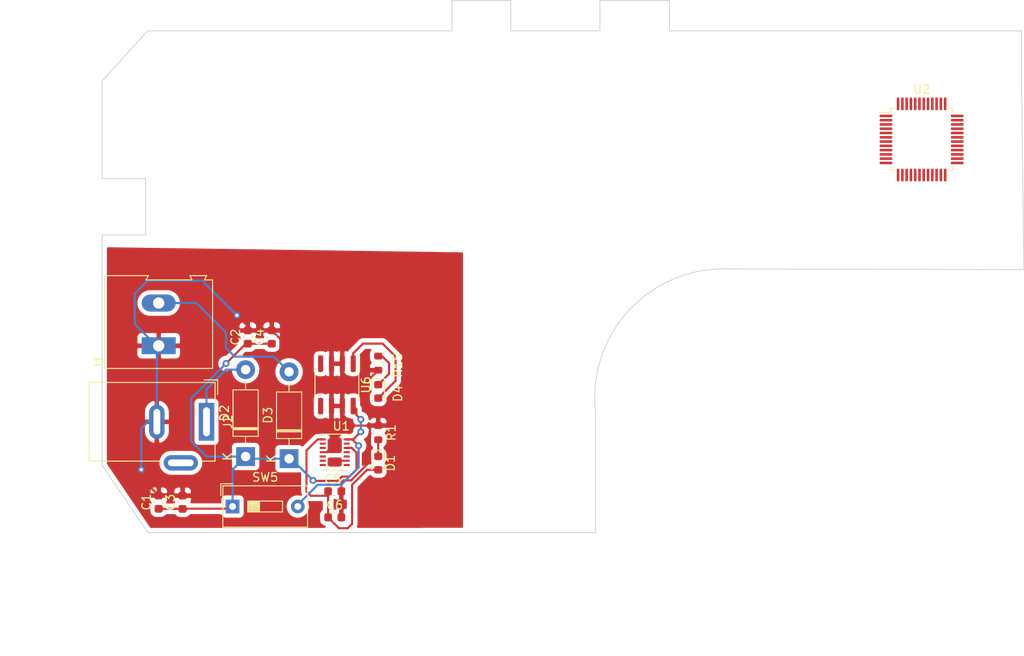
<source format=kicad_pcb>
(kicad_pcb (version 20171130) (host pcbnew 5.1.10-88a1d61d58~90~ubuntu20.10.1)

  (general
    (thickness 1.6)
    (drawings 24)
    (tracks 130)
    (zones 0)
    (modules 18)
    (nets 55)
  )

  (page A4)
  (layers
    (0 F.Cu signal)
    (31 B.Cu signal)
    (32 B.Adhes user)
    (33 F.Adhes user)
    (34 B.Paste user)
    (35 F.Paste user)
    (36 B.SilkS user)
    (37 F.SilkS user)
    (38 B.Mask user)
    (39 F.Mask user)
    (40 Dwgs.User user)
    (41 Cmts.User user)
    (42 Eco1.User user)
    (43 Eco2.User user)
    (44 Edge.Cuts user)
    (45 Margin user)
    (46 B.CrtYd user)
    (47 F.CrtYd user)
    (48 B.Fab user)
    (49 F.Fab user)
  )

  (setup
    (last_trace_width 0.25)
    (trace_clearance 0.2)
    (zone_clearance 0.508)
    (zone_45_only no)
    (trace_min 0.2)
    (via_size 0.8)
    (via_drill 0.4)
    (via_min_size 0.4)
    (via_min_drill 0.3)
    (uvia_size 0.3)
    (uvia_drill 0.1)
    (uvias_allowed no)
    (uvia_min_size 0.2)
    (uvia_min_drill 0.1)
    (edge_width 0.1)
    (segment_width 0.2)
    (pcb_text_width 0.3)
    (pcb_text_size 1.5 1.5)
    (mod_edge_width 0.15)
    (mod_text_size 1 1)
    (mod_text_width 0.15)
    (pad_size 1.524 1.524)
    (pad_drill 0.762)
    (pad_to_mask_clearance 0)
    (aux_axis_origin 0 0)
    (visible_elements FFFFFF7F)
    (pcbplotparams
      (layerselection 0x010fc_ffffffff)
      (usegerberextensions false)
      (usegerberattributes true)
      (usegerberadvancedattributes true)
      (creategerberjobfile true)
      (excludeedgelayer true)
      (linewidth 0.100000)
      (plotframeref false)
      (viasonmask false)
      (mode 1)
      (useauxorigin false)
      (hpglpennumber 1)
      (hpglpenspeed 20)
      (hpglpendiameter 15.000000)
      (psnegative false)
      (psa4output false)
      (plotreference true)
      (plotvalue true)
      (plotinvisibletext false)
      (padsonsilk false)
      (subtractmaskfromsilk false)
      (outputformat 1)
      (mirror false)
      (drillshape 1)
      (scaleselection 1)
      (outputdirectory ""))
  )

  (net 0 "")
  (net 1 "Net-(C1-Pad1)")
  (net 2 "Net-(D2-Pad2)")
  (net 3 "Net-(D3-Pad2)")
  (net 4 "Net-(C17-Pad1)")
  (net 5 "Net-(U1-Pad13)")
  (net 6 "Net-(U1-Pad3)")
  (net 7 "Net-(U1-Pad2)")
  (net 8 3.3V)
  (net 9 0)
  (net 10 "Net-(U2-Pad1)")
  (net 11 "Net-(U2-Pad2)")
  (net 12 "Net-(C7-Pad1)")
  (net 13 "Net-(C10-Pad1)")
  (net 14 "Net-(C8-Pad1)")
  (net 15 "Net-(C9-Pad1)")
  (net 16 RESET)
  (net 17 "Net-(U2-Pad10)")
  (net 18 "Net-(U2-Pad11)")
  (net 19 "Net-(U2-Pad12)")
  (net 20 "Net-(U2-Pad13)")
  (net 21 "Net-(U2-Pad14)")
  (net 22 "Net-(U2-Pad15)")
  (net 23 "Net-(U2-Pad16)")
  (net 24 "Net-(U2-Pad17)")
  (net 25 "Net-(U2-Pad18)")
  (net 26 "Net-(U2-Pad19)")
  (net 27 "Net-(R2-Pad1)")
  (net 28 "Net-(U2-Pad21)")
  (net 29 "Net-(U2-Pad22)")
  (net 30 "Net-(U2-Pad25)")
  (net 31 "Net-(U2-Pad26)")
  (net 32 "Net-(U2-Pad27)")
  (net 33 "Net-(U2-Pad28)")
  (net 34 "Net-(U2-Pad29)")
  (net 35 "Net-(U2-Pad30)")
  (net 36 "Net-(U2-Pad31)")
  (net 37 "Net-(R5-Pad2)")
  (net 38 "Net-(R4-Pad1)")
  (net 39 "Net-(U2-Pad34)")
  (net 40 "Net-(U2-Pad37)")
  (net 41 "Net-(U2-Pad38)")
  (net 42 "Net-(U2-Pad39)")
  (net 43 "Net-(U2-Pad40)")
  (net 44 "Net-(U2-Pad41)")
  (net 45 "Net-(U2-Pad42)")
  (net 46 "Net-(U2-Pad43)")
  (net 47 "Net-(R3-Pad2)")
  (net 48 "Net-(U2-Pad45)")
  (net 49 "Net-(U2-Pad46)")
  (net 50 5V)
  (net 51 "Net-(U6-Pad5)")
  (net 52 "Net-(U6-Pad4)")
  (net 53 "Net-(D1-Pad1)")
  (net 54 "Net-(D4-Pad1)")

  (net_class Default "This is the default net class."
    (clearance 0.2)
    (trace_width 0.25)
    (via_dia 0.8)
    (via_drill 0.4)
    (uvia_dia 0.3)
    (uvia_drill 0.1)
    (add_net 0)
    (add_net 3.3V)
    (add_net 5V)
    (add_net "Net-(C1-Pad1)")
    (add_net "Net-(C10-Pad1)")
    (add_net "Net-(C17-Pad1)")
    (add_net "Net-(C7-Pad1)")
    (add_net "Net-(C8-Pad1)")
    (add_net "Net-(C9-Pad1)")
    (add_net "Net-(D1-Pad1)")
    (add_net "Net-(D2-Pad2)")
    (add_net "Net-(D3-Pad2)")
    (add_net "Net-(D4-Pad1)")
    (add_net "Net-(R2-Pad1)")
    (add_net "Net-(R3-Pad2)")
    (add_net "Net-(R4-Pad1)")
    (add_net "Net-(R5-Pad2)")
    (add_net "Net-(U1-Pad13)")
    (add_net "Net-(U1-Pad2)")
    (add_net "Net-(U1-Pad3)")
    (add_net "Net-(U2-Pad1)")
    (add_net "Net-(U2-Pad10)")
    (add_net "Net-(U2-Pad11)")
    (add_net "Net-(U2-Pad12)")
    (add_net "Net-(U2-Pad13)")
    (add_net "Net-(U2-Pad14)")
    (add_net "Net-(U2-Pad15)")
    (add_net "Net-(U2-Pad16)")
    (add_net "Net-(U2-Pad17)")
    (add_net "Net-(U2-Pad18)")
    (add_net "Net-(U2-Pad19)")
    (add_net "Net-(U2-Pad2)")
    (add_net "Net-(U2-Pad21)")
    (add_net "Net-(U2-Pad22)")
    (add_net "Net-(U2-Pad25)")
    (add_net "Net-(U2-Pad26)")
    (add_net "Net-(U2-Pad27)")
    (add_net "Net-(U2-Pad28)")
    (add_net "Net-(U2-Pad29)")
    (add_net "Net-(U2-Pad30)")
    (add_net "Net-(U2-Pad31)")
    (add_net "Net-(U2-Pad34)")
    (add_net "Net-(U2-Pad37)")
    (add_net "Net-(U2-Pad38)")
    (add_net "Net-(U2-Pad39)")
    (add_net "Net-(U2-Pad40)")
    (add_net "Net-(U2-Pad41)")
    (add_net "Net-(U2-Pad42)")
    (add_net "Net-(U2-Pad43)")
    (add_net "Net-(U2-Pad45)")
    (add_net "Net-(U2-Pad46)")
    (add_net "Net-(U6-Pad4)")
    (add_net "Net-(U6-Pad5)")
    (add_net RESET)
  )

  (module Resistor_SMD:R_0603_1608Metric (layer F.Cu) (tedit 5F68FEEE) (tstamp 61142538)
    (at 130.81 113.538 270)
    (descr "Resistor SMD 0603 (1608 Metric), square (rectangular) end terminal, IPC_7351 nominal, (Body size source: IPC-SM-782 page 72, https://www.pcb-3d.com/wordpress/wp-content/uploads/ipc-sm-782a_amendment_1_and_2.pdf), generated with kicad-footprint-generator")
    (tags resistor)
    (path /611BA400)
    (attr smd)
    (fp_text reference R15 (at 0.254 -2.286 90) (layer F.SilkS)
      (effects (font (size 1 1) (thickness 0.15)))
    )
    (fp_text value 200 (at 0 1.43 90) (layer F.Fab)
      (effects (font (size 1 1) (thickness 0.15)))
    )
    (fp_text user %R (at 0 0 90) (layer F.Fab)
      (effects (font (size 0.4 0.4) (thickness 0.06)))
    )
    (fp_line (start -0.8 0.4125) (end -0.8 -0.4125) (layer F.Fab) (width 0.1))
    (fp_line (start -0.8 -0.4125) (end 0.8 -0.4125) (layer F.Fab) (width 0.1))
    (fp_line (start 0.8 -0.4125) (end 0.8 0.4125) (layer F.Fab) (width 0.1))
    (fp_line (start 0.8 0.4125) (end -0.8 0.4125) (layer F.Fab) (width 0.1))
    (fp_line (start -0.237258 -0.5225) (end 0.237258 -0.5225) (layer F.SilkS) (width 0.12))
    (fp_line (start -0.237258 0.5225) (end 0.237258 0.5225) (layer F.SilkS) (width 0.12))
    (fp_line (start -1.48 0.73) (end -1.48 -0.73) (layer F.CrtYd) (width 0.05))
    (fp_line (start -1.48 -0.73) (end 1.48 -0.73) (layer F.CrtYd) (width 0.05))
    (fp_line (start 1.48 -0.73) (end 1.48 0.73) (layer F.CrtYd) (width 0.05))
    (fp_line (start 1.48 0.73) (end -1.48 0.73) (layer F.CrtYd) (width 0.05))
    (pad 2 smd roundrect (at 0.825 0 270) (size 0.8 0.95) (layers F.Cu F.Paste F.Mask) (roundrect_rratio 0.25)
      (net 9 0))
    (pad 1 smd roundrect (at -0.825 0 270) (size 0.8 0.95) (layers F.Cu F.Paste F.Mask) (roundrect_rratio 0.25)
      (net 54 "Net-(D4-Pad1)"))
    (model ${KISYS3DMOD}/Resistor_SMD.3dshapes/R_0603_1608Metric.wrl
      (at (xyz 0 0 0))
      (scale (xyz 1 1 1))
      (rotate (xyz 0 0 0))
    )
  )

  (module Resistor_SMD:R_0603_1608Metric (layer F.Cu) (tedit 5F68FEEE) (tstamp 61142527)
    (at 130.81 121.666 90)
    (descr "Resistor SMD 0603 (1608 Metric), square (rectangular) end terminal, IPC_7351 nominal, (Body size source: IPC-SM-782 page 72, https://www.pcb-3d.com/wordpress/wp-content/uploads/ipc-sm-782a_amendment_1_and_2.pdf), generated with kicad-footprint-generator")
    (tags resistor)
    (path /60F442E4)
    (attr smd)
    (fp_text reference R1 (at 0 1.524 90) (layer F.SilkS)
      (effects (font (size 1 1) (thickness 0.15)))
    )
    (fp_text value 200 (at 0 1.43 90) (layer F.Fab)
      (effects (font (size 1 1) (thickness 0.15)))
    )
    (fp_text user %R (at 0 0 90) (layer F.Fab)
      (effects (font (size 0.4 0.4) (thickness 0.06)))
    )
    (fp_line (start -0.8 0.4125) (end -0.8 -0.4125) (layer F.Fab) (width 0.1))
    (fp_line (start -0.8 -0.4125) (end 0.8 -0.4125) (layer F.Fab) (width 0.1))
    (fp_line (start 0.8 -0.4125) (end 0.8 0.4125) (layer F.Fab) (width 0.1))
    (fp_line (start 0.8 0.4125) (end -0.8 0.4125) (layer F.Fab) (width 0.1))
    (fp_line (start -0.237258 -0.5225) (end 0.237258 -0.5225) (layer F.SilkS) (width 0.12))
    (fp_line (start -0.237258 0.5225) (end 0.237258 0.5225) (layer F.SilkS) (width 0.12))
    (fp_line (start -1.48 0.73) (end -1.48 -0.73) (layer F.CrtYd) (width 0.05))
    (fp_line (start -1.48 -0.73) (end 1.48 -0.73) (layer F.CrtYd) (width 0.05))
    (fp_line (start 1.48 -0.73) (end 1.48 0.73) (layer F.CrtYd) (width 0.05))
    (fp_line (start 1.48 0.73) (end -1.48 0.73) (layer F.CrtYd) (width 0.05))
    (pad 2 smd roundrect (at 0.825 0 90) (size 0.8 0.95) (layers F.Cu F.Paste F.Mask) (roundrect_rratio 0.25)
      (net 9 0))
    (pad 1 smd roundrect (at -0.825 0 90) (size 0.8 0.95) (layers F.Cu F.Paste F.Mask) (roundrect_rratio 0.25)
      (net 53 "Net-(D1-Pad1)"))
    (model ${KISYS3DMOD}/Resistor_SMD.3dshapes/R_0603_1608Metric.wrl
      (at (xyz 0 0 0))
      (scale (xyz 1 1 1))
      (rotate (xyz 0 0 0))
    )
  )

  (module Diode_SMD:D_0603_1608Metric (layer F.Cu) (tedit 5F68FEF0) (tstamp 61142412)
    (at 130.81 116.84 270)
    (descr "Diode SMD 0603 (1608 Metric), square (rectangular) end terminal, IPC_7351 nominal, (Body size source: http://www.tortai-tech.com/upload/download/2011102023233369053.pdf), generated with kicad-footprint-generator")
    (tags diode)
    (path /611B9DB8)
    (attr smd)
    (fp_text reference D4 (at 0.254 -2.286 90) (layer F.SilkS)
      (effects (font (size 1 1) (thickness 0.15)))
    )
    (fp_text value LED (at 0 1.43 90) (layer F.Fab)
      (effects (font (size 1 1) (thickness 0.15)))
    )
    (fp_text user %R (at 0 0 90) (layer F.Fab)
      (effects (font (size 0.4 0.4) (thickness 0.06)))
    )
    (fp_line (start 0.8 -0.4) (end -0.5 -0.4) (layer F.Fab) (width 0.1))
    (fp_line (start -0.5 -0.4) (end -0.8 -0.1) (layer F.Fab) (width 0.1))
    (fp_line (start -0.8 -0.1) (end -0.8 0.4) (layer F.Fab) (width 0.1))
    (fp_line (start -0.8 0.4) (end 0.8 0.4) (layer F.Fab) (width 0.1))
    (fp_line (start 0.8 0.4) (end 0.8 -0.4) (layer F.Fab) (width 0.1))
    (fp_line (start 0.8 -0.735) (end -1.485 -0.735) (layer F.SilkS) (width 0.12))
    (fp_line (start -1.485 -0.735) (end -1.485 0.735) (layer F.SilkS) (width 0.12))
    (fp_line (start -1.485 0.735) (end 0.8 0.735) (layer F.SilkS) (width 0.12))
    (fp_line (start -1.48 0.73) (end -1.48 -0.73) (layer F.CrtYd) (width 0.05))
    (fp_line (start -1.48 -0.73) (end 1.48 -0.73) (layer F.CrtYd) (width 0.05))
    (fp_line (start 1.48 -0.73) (end 1.48 0.73) (layer F.CrtYd) (width 0.05))
    (fp_line (start 1.48 0.73) (end -1.48 0.73) (layer F.CrtYd) (width 0.05))
    (pad 2 smd roundrect (at 0.7875 0 270) (size 0.875 0.95) (layers F.Cu F.Paste F.Mask) (roundrect_rratio 0.25)
      (net 50 5V))
    (pad 1 smd roundrect (at -0.7875 0 270) (size 0.875 0.95) (layers F.Cu F.Paste F.Mask) (roundrect_rratio 0.25)
      (net 54 "Net-(D4-Pad1)"))
    (model ${KISYS3DMOD}/Diode_SMD.3dshapes/D_0603_1608Metric.wrl
      (at (xyz 0 0 0))
      (scale (xyz 1 1 1))
      (rotate (xyz 0 0 0))
    )
  )

  (module Diode_SMD:D_0603_1608Metric (layer F.Cu) (tedit 5F68FEF0) (tstamp 61142387)
    (at 130.81 125.222 270)
    (descr "Diode SMD 0603 (1608 Metric), square (rectangular) end terminal, IPC_7351 nominal, (Body size source: http://www.tortai-tech.com/upload/download/2011102023233369053.pdf), generated with kicad-footprint-generator")
    (tags diode)
    (path /60F372FC)
    (attr smd)
    (fp_text reference D1 (at 0 -1.43 90) (layer F.SilkS)
      (effects (font (size 1 1) (thickness 0.15)))
    )
    (fp_text value LED (at 0 1.43 90) (layer F.Fab)
      (effects (font (size 1 1) (thickness 0.15)))
    )
    (fp_text user %R (at 0 0 90) (layer F.Fab)
      (effects (font (size 0.4 0.4) (thickness 0.06)))
    )
    (fp_line (start 0.8 -0.4) (end -0.5 -0.4) (layer F.Fab) (width 0.1))
    (fp_line (start -0.5 -0.4) (end -0.8 -0.1) (layer F.Fab) (width 0.1))
    (fp_line (start -0.8 -0.1) (end -0.8 0.4) (layer F.Fab) (width 0.1))
    (fp_line (start -0.8 0.4) (end 0.8 0.4) (layer F.Fab) (width 0.1))
    (fp_line (start 0.8 0.4) (end 0.8 -0.4) (layer F.Fab) (width 0.1))
    (fp_line (start 0.8 -0.735) (end -1.485 -0.735) (layer F.SilkS) (width 0.12))
    (fp_line (start -1.485 -0.735) (end -1.485 0.735) (layer F.SilkS) (width 0.12))
    (fp_line (start -1.485 0.735) (end 0.8 0.735) (layer F.SilkS) (width 0.12))
    (fp_line (start -1.48 0.73) (end -1.48 -0.73) (layer F.CrtYd) (width 0.05))
    (fp_line (start -1.48 -0.73) (end 1.48 -0.73) (layer F.CrtYd) (width 0.05))
    (fp_line (start 1.48 -0.73) (end 1.48 0.73) (layer F.CrtYd) (width 0.05))
    (fp_line (start 1.48 0.73) (end -1.48 0.73) (layer F.CrtYd) (width 0.05))
    (pad 2 smd roundrect (at 0.7875 0 270) (size 0.875 0.95) (layers F.Cu F.Paste F.Mask) (roundrect_rratio 0.25)
      (net 8 3.3V))
    (pad 1 smd roundrect (at -0.7875 0 270) (size 0.875 0.95) (layers F.Cu F.Paste F.Mask) (roundrect_rratio 0.25)
      (net 53 "Net-(D1-Pad1)"))
    (model ${KISYS3DMOD}/Diode_SMD.3dshapes/D_0603_1608Metric.wrl
      (at (xyz 0 0 0))
      (scale (xyz 1 1 1))
      (rotate (xyz 0 0 0))
    )
  )

  (module Package_SO:SOIC-8_3.9x4.9mm_P1.27mm (layer F.Cu) (tedit 5D9F72B1) (tstamp 61140C63)
    (at 125.984 116.078 270)
    (descr "SOIC, 8 Pin (JEDEC MS-012AA, https://www.analog.com/media/en/package-pcb-resources/package/pkg_pdf/soic_narrow-r/r_8.pdf), generated with kicad-footprint-generator ipc_gullwing_generator.py")
    (tags "SOIC SO")
    (path /611634FA)
    (attr smd)
    (fp_text reference U6 (at 0 -3.4 90) (layer F.SilkS)
      (effects (font (size 1 1) (thickness 0.15)))
    )
    (fp_text value LM78L05_SO8 (at 0 3.4 90) (layer F.Fab)
      (effects (font (size 1 1) (thickness 0.15)))
    )
    (fp_text user %R (at 0 0 90) (layer F.Fab)
      (effects (font (size 0.98 0.98) (thickness 0.15)))
    )
    (fp_line (start 0 2.56) (end 1.95 2.56) (layer F.SilkS) (width 0.12))
    (fp_line (start 0 2.56) (end -1.95 2.56) (layer F.SilkS) (width 0.12))
    (fp_line (start 0 -2.56) (end 1.95 -2.56) (layer F.SilkS) (width 0.12))
    (fp_line (start 0 -2.56) (end -3.45 -2.56) (layer F.SilkS) (width 0.12))
    (fp_line (start -0.975 -2.45) (end 1.95 -2.45) (layer F.Fab) (width 0.1))
    (fp_line (start 1.95 -2.45) (end 1.95 2.45) (layer F.Fab) (width 0.1))
    (fp_line (start 1.95 2.45) (end -1.95 2.45) (layer F.Fab) (width 0.1))
    (fp_line (start -1.95 2.45) (end -1.95 -1.475) (layer F.Fab) (width 0.1))
    (fp_line (start -1.95 -1.475) (end -0.975 -2.45) (layer F.Fab) (width 0.1))
    (fp_line (start -3.7 -2.7) (end -3.7 2.7) (layer F.CrtYd) (width 0.05))
    (fp_line (start -3.7 2.7) (end 3.7 2.7) (layer F.CrtYd) (width 0.05))
    (fp_line (start 3.7 2.7) (end 3.7 -2.7) (layer F.CrtYd) (width 0.05))
    (fp_line (start 3.7 -2.7) (end -3.7 -2.7) (layer F.CrtYd) (width 0.05))
    (pad 8 smd roundrect (at 2.475 -1.905 270) (size 1.95 0.6) (layers F.Cu F.Paste F.Mask) (roundrect_rratio 0.25)
      (net 4 "Net-(C17-Pad1)"))
    (pad 7 smd roundrect (at 2.475 -0.635 270) (size 1.95 0.6) (layers F.Cu F.Paste F.Mask) (roundrect_rratio 0.25)
      (net 9 0))
    (pad 6 smd roundrect (at 2.475 0.635 270) (size 1.95 0.6) (layers F.Cu F.Paste F.Mask) (roundrect_rratio 0.25)
      (net 9 0))
    (pad 5 smd roundrect (at 2.475 1.905 270) (size 1.95 0.6) (layers F.Cu F.Paste F.Mask) (roundrect_rratio 0.25)
      (net 51 "Net-(U6-Pad5)"))
    (pad 4 smd roundrect (at -2.475 1.905 270) (size 1.95 0.6) (layers F.Cu F.Paste F.Mask) (roundrect_rratio 0.25)
      (net 52 "Net-(U6-Pad4)"))
    (pad 3 smd roundrect (at -2.475 0.635 270) (size 1.95 0.6) (layers F.Cu F.Paste F.Mask) (roundrect_rratio 0.25)
      (net 9 0))
    (pad 2 smd roundrect (at -2.475 -0.635 270) (size 1.95 0.6) (layers F.Cu F.Paste F.Mask) (roundrect_rratio 0.25)
      (net 9 0))
    (pad 1 smd roundrect (at -2.475 -1.905 270) (size 1.95 0.6) (layers F.Cu F.Paste F.Mask) (roundrect_rratio 0.25)
      (net 50 5V))
    (model ${KISYS3DMOD}/Package_SO.3dshapes/SOIC-8_3.9x4.9mm_P1.27mm.wrl
      (at (xyz 0 0 0))
      (scale (xyz 1 1 1))
      (rotate (xyz 0 0 0))
    )
  )

  (module Button_Switch_THT:SW_DIP_SPSTx01_Slide_9.78x4.72mm_W7.62mm_P2.54mm (layer F.Cu) (tedit 5A4E1404) (tstamp 61140B5B)
    (at 113.792 130.302)
    (descr "1x-dip-switch SPST , Slide, row spacing 7.62 mm (300 mils), body size 9.78x4.72mm (see e.g. https://www.ctscorp.com/wp-content/uploads/206-208.pdf)")
    (tags "DIP Switch SPST Slide 7.62mm 300mil")
    (path /6106225E)
    (fp_text reference SW5 (at 3.81 -3.42) (layer F.SilkS)
      (effects (font (size 1 1) (thickness 0.15)))
    )
    (fp_text value SW_SPST (at 3.81 3.42) (layer F.Fab)
      (effects (font (size 1 1) (thickness 0.15)))
    )
    (fp_text user on (at 5.365 -1.4975) (layer F.Fab)
      (effects (font (size 0.6 0.6) (thickness 0.09)))
    )
    (fp_text user %R (at 7.27 0 90) (layer F.Fab)
      (effects (font (size 0.6 0.6) (thickness 0.09)))
    )
    (fp_line (start -0.08 -2.36) (end 8.7 -2.36) (layer F.Fab) (width 0.1))
    (fp_line (start 8.7 -2.36) (end 8.7 2.36) (layer F.Fab) (width 0.1))
    (fp_line (start 8.7 2.36) (end -1.08 2.36) (layer F.Fab) (width 0.1))
    (fp_line (start -1.08 2.36) (end -1.08 -1.36) (layer F.Fab) (width 0.1))
    (fp_line (start -1.08 -1.36) (end -0.08 -2.36) (layer F.Fab) (width 0.1))
    (fp_line (start 1.78 -0.635) (end 1.78 0.635) (layer F.Fab) (width 0.1))
    (fp_line (start 1.78 0.635) (end 5.84 0.635) (layer F.Fab) (width 0.1))
    (fp_line (start 5.84 0.635) (end 5.84 -0.635) (layer F.Fab) (width 0.1))
    (fp_line (start 5.84 -0.635) (end 1.78 -0.635) (layer F.Fab) (width 0.1))
    (fp_line (start 1.78 -0.535) (end 3.133333 -0.535) (layer F.Fab) (width 0.1))
    (fp_line (start 1.78 -0.435) (end 3.133333 -0.435) (layer F.Fab) (width 0.1))
    (fp_line (start 1.78 -0.335) (end 3.133333 -0.335) (layer F.Fab) (width 0.1))
    (fp_line (start 1.78 -0.235) (end 3.133333 -0.235) (layer F.Fab) (width 0.1))
    (fp_line (start 1.78 -0.135) (end 3.133333 -0.135) (layer F.Fab) (width 0.1))
    (fp_line (start 1.78 -0.035) (end 3.133333 -0.035) (layer F.Fab) (width 0.1))
    (fp_line (start 1.78 0.065) (end 3.133333 0.065) (layer F.Fab) (width 0.1))
    (fp_line (start 1.78 0.165) (end 3.133333 0.165) (layer F.Fab) (width 0.1))
    (fp_line (start 1.78 0.265) (end 3.133333 0.265) (layer F.Fab) (width 0.1))
    (fp_line (start 1.78 0.365) (end 3.133333 0.365) (layer F.Fab) (width 0.1))
    (fp_line (start 1.78 0.465) (end 3.133333 0.465) (layer F.Fab) (width 0.1))
    (fp_line (start 1.78 0.565) (end 3.133333 0.565) (layer F.Fab) (width 0.1))
    (fp_line (start 3.133333 -0.635) (end 3.133333 0.635) (layer F.Fab) (width 0.1))
    (fp_line (start -1.14 -2.42) (end 8.76 -2.42) (layer F.SilkS) (width 0.12))
    (fp_line (start -1.14 2.42) (end 8.76 2.42) (layer F.SilkS) (width 0.12))
    (fp_line (start -1.14 -2.42) (end -1.14 2.42) (layer F.SilkS) (width 0.12))
    (fp_line (start 8.76 -2.42) (end 8.76 2.42) (layer F.SilkS) (width 0.12))
    (fp_line (start -1.38 -2.66) (end 0.004 -2.66) (layer F.SilkS) (width 0.12))
    (fp_line (start -1.38 -2.66) (end -1.38 -1.277) (layer F.SilkS) (width 0.12))
    (fp_line (start 1.78 -0.635) (end 1.78 0.635) (layer F.SilkS) (width 0.12))
    (fp_line (start 1.78 0.635) (end 5.84 0.635) (layer F.SilkS) (width 0.12))
    (fp_line (start 5.84 0.635) (end 5.84 -0.635) (layer F.SilkS) (width 0.12))
    (fp_line (start 5.84 -0.635) (end 1.78 -0.635) (layer F.SilkS) (width 0.12))
    (fp_line (start 1.78 -0.515) (end 3.133333 -0.515) (layer F.SilkS) (width 0.12))
    (fp_line (start 1.78 -0.395) (end 3.133333 -0.395) (layer F.SilkS) (width 0.12))
    (fp_line (start 1.78 -0.275) (end 3.133333 -0.275) (layer F.SilkS) (width 0.12))
    (fp_line (start 1.78 -0.155) (end 3.133333 -0.155) (layer F.SilkS) (width 0.12))
    (fp_line (start 1.78 -0.035) (end 3.133333 -0.035) (layer F.SilkS) (width 0.12))
    (fp_line (start 1.78 0.085) (end 3.133333 0.085) (layer F.SilkS) (width 0.12))
    (fp_line (start 1.78 0.205) (end 3.133333 0.205) (layer F.SilkS) (width 0.12))
    (fp_line (start 1.78 0.325) (end 3.133333 0.325) (layer F.SilkS) (width 0.12))
    (fp_line (start 1.78 0.445) (end 3.133333 0.445) (layer F.SilkS) (width 0.12))
    (fp_line (start 1.78 0.565) (end 3.133333 0.565) (layer F.SilkS) (width 0.12))
    (fp_line (start 3.133333 -0.635) (end 3.133333 0.635) (layer F.SilkS) (width 0.12))
    (fp_line (start -1.35 -2.7) (end -1.35 2.7) (layer F.CrtYd) (width 0.05))
    (fp_line (start -1.35 2.7) (end 8.95 2.7) (layer F.CrtYd) (width 0.05))
    (fp_line (start 8.95 2.7) (end 8.95 -2.7) (layer F.CrtYd) (width 0.05))
    (fp_line (start 8.95 -2.7) (end -1.35 -2.7) (layer F.CrtYd) (width 0.05))
    (pad 2 thru_hole oval (at 7.62 0) (size 1.6 1.6) (drill 0.8) (layers *.Cu *.Mask)
      (net 4 "Net-(C17-Pad1)"))
    (pad 1 thru_hole rect (at 0 0) (size 1.6 1.6) (drill 0.8) (layers *.Cu *.Mask)
      (net 1 "Net-(C1-Pad1)"))
    (model ${KISYS3DMOD}/Button_Switch_THT.3dshapes/SW_DIP_SPSTx01_Slide_9.78x4.72mm_W7.62mm_P2.54mm.wrl
      (at (xyz 0 0 0))
      (scale (xyz 1 1 1))
      (rotate (xyz 0 0 90))
    )
  )

  (module Connector_BarrelJack:BarrelJack_Wuerth_6941xx301002 (layer F.Cu) (tedit 5B191DE1) (tstamp 61140B24)
    (at 110.744 120.396 270)
    (descr "Wuerth electronics barrel jack connector (5.5mm outher diameter, inner diameter 2.05mm or 2.55mm depending on exact order number), See: http://katalog.we-online.de/em/datasheet/6941xx301002.pdf")
    (tags "connector barrel jack")
    (path /60F24553)
    (fp_text reference J2 (at 0 -2.5 90) (layer F.SilkS)
      (effects (font (size 1 1) (thickness 0.15)))
    )
    (fp_text value 12V_DC_JACK (at 0 15.5 90) (layer F.Fab)
      (effects (font (size 1 1) (thickness 0.15)))
    )
    (fp_text user %R (at 0 7.5 90) (layer F.Fab)
      (effects (font (size 1 1) (thickness 0.15)))
    )
    (fp_line (start 5 14.1) (end 5 5.5) (layer F.CrtYd) (width 0.05))
    (fp_line (start 4.6 5.2) (end 4.6 13.7) (layer F.SilkS) (width 0.12))
    (fp_line (start -4.5 0.1) (end -3.5 -0.9) (layer F.Fab) (width 0.1))
    (fp_line (start 4.5 -0.9) (end -3.5 -0.9) (layer F.Fab) (width 0.1))
    (fp_line (start 4.5 -0.9) (end 4.5 13.6) (layer F.Fab) (width 0.1))
    (fp_line (start 4.5 13.6) (end -4.5 13.6) (layer F.Fab) (width 0.1))
    (fp_line (start -4.5 13.6) (end -4.5 0.1) (layer F.Fab) (width 0.1))
    (fp_line (start 4.6 13.7) (end -4.6 13.7) (layer F.SilkS) (width 0.12))
    (fp_line (start -4.6 13.7) (end -4.6 -1) (layer F.SilkS) (width 0.12))
    (fp_line (start 2.5 -1) (end 4.6 -1) (layer F.SilkS) (width 0.12))
    (fp_line (start 4.6 -1) (end 4.6 0.8) (layer F.SilkS) (width 0.12))
    (fp_line (start -3.2 -1.3) (end -4.9 -1.3) (layer F.SilkS) (width 0.12))
    (fp_line (start -4.9 -1.3) (end -4.9 0.3) (layer F.SilkS) (width 0.12))
    (fp_line (start 5 -1.4) (end -5 -1.4) (layer F.CrtYd) (width 0.05))
    (fp_line (start -5 -1.4) (end -5 14.1) (layer F.CrtYd) (width 0.05))
    (fp_line (start -5 14.1) (end 5 14.1) (layer F.CrtYd) (width 0.05))
    (fp_line (start 5 0.5) (end 5 -1.4) (layer F.CrtYd) (width 0.05))
    (fp_line (start 6.2 0.5) (end 6.2 5.5) (layer F.CrtYd) (width 0.05))
    (fp_line (start 6.2 5.5) (end 5 5.5) (layer F.CrtYd) (width 0.05))
    (fp_line (start 6.2 0.5) (end 5 0.5) (layer F.CrtYd) (width 0.05))
    (fp_line (start -4.6 -1) (end -2.5 -1) (layer F.SilkS) (width 0.12))
    (pad 1 thru_hole rect (at 0 0 270) (size 4.4 1.8) (drill oval 3.4 0.8) (layers *.Cu *.Mask)
      (net 2 "Net-(D2-Pad2)"))
    (pad 2 thru_hole oval (at 0 5.8 270) (size 4 1.8) (drill oval 3 0.8) (layers *.Cu *.Mask)
      (net 9 0))
    (pad 3 thru_hole oval (at 4.8 3) (size 4 1.8) (drill oval 3 0.8) (layers *.Cu *.Mask))
    (model ${KISYS3DMOD}/Connector_BarrelJack.3dshapes/BarrelJack_Wuerth_6941xx301002.wrl
      (at (xyz 0 0 0))
      (scale (xyz 1 1 1))
      (rotate (xyz 0 0 0))
    )
  )

  (module TerminalBlock:TerminalBlock_Altech_AK300-2_P5.00mm (layer F.Cu) (tedit 59FF0306) (tstamp 61140B07)
    (at 105.156 111.506 90)
    (descr "Altech AK300 terminal block, pitch 5.0mm, 45 degree angled, see http://www.mouser.com/ds/2/16/PCBMETRC-24178.pdf")
    (tags "Altech AK300 terminal block pitch 5.0mm")
    (path /60F26002)
    (fp_text reference J1 (at -1.92 -6.99 90) (layer F.SilkS)
      (effects (font (size 1 1) (thickness 0.15)))
    )
    (fp_text value 9V_BATTERY (at 2.78 7.75 90) (layer F.Fab)
      (effects (font (size 1 1) (thickness 0.15)))
    )
    (fp_arc (start -1.13 -4.65) (end -1.42 -4.13) (angle 104.2) (layer F.Fab) (width 0.1))
    (fp_arc (start -0.01 -3.71) (end -1.62 -5) (angle 100) (layer F.Fab) (width 0.1))
    (fp_arc (start 0.06 -6.07) (end 1.53 -4.12) (angle 75.5) (layer F.Fab) (width 0.1))
    (fp_arc (start 1.03 -4.59) (end 1.53 -5.05) (angle 90.5) (layer F.Fab) (width 0.1))
    (fp_arc (start 3.87 -4.65) (end 3.58 -4.13) (angle 104.2) (layer F.Fab) (width 0.1))
    (fp_arc (start 4.99 -3.71) (end 3.39 -5) (angle 100) (layer F.Fab) (width 0.1))
    (fp_arc (start 5.07 -6.07) (end 6.53 -4.12) (angle 75.5) (layer F.Fab) (width 0.1))
    (fp_arc (start 6.03 -4.59) (end 6.54 -5.05) (angle 90.5) (layer F.Fab) (width 0.1))
    (fp_text user %R (at 2.5 -2 90) (layer F.Fab)
      (effects (font (size 1 1) (thickness 0.15)))
    )
    (fp_line (start -2.65 -6.3) (end -2.65 6.3) (layer F.SilkS) (width 0.12))
    (fp_line (start -2.65 6.3) (end 7.7 6.3) (layer F.SilkS) (width 0.12))
    (fp_line (start 7.7 6.3) (end 7.7 5.35) (layer F.SilkS) (width 0.12))
    (fp_line (start 7.7 5.35) (end 8.2 5.6) (layer F.SilkS) (width 0.12))
    (fp_line (start 8.2 5.6) (end 8.2 3.7) (layer F.SilkS) (width 0.12))
    (fp_line (start 8.2 3.7) (end 8.2 3.65) (layer F.SilkS) (width 0.12))
    (fp_line (start 8.2 3.65) (end 7.7 3.9) (layer F.SilkS) (width 0.12))
    (fp_line (start 7.7 3.9) (end 7.7 -1.5) (layer F.SilkS) (width 0.12))
    (fp_line (start 7.7 -1.5) (end 8.2 -1.2) (layer F.SilkS) (width 0.12))
    (fp_line (start 8.2 -1.2) (end 8.2 -6.3) (layer F.SilkS) (width 0.12))
    (fp_line (start 8.2 -6.3) (end -2.65 -6.3) (layer F.SilkS) (width 0.12))
    (fp_line (start -1.26 2.54) (end 1.28 2.54) (layer F.Fab) (width 0.1))
    (fp_line (start 1.28 2.54) (end 1.28 -0.25) (layer F.Fab) (width 0.1))
    (fp_line (start -1.26 -0.25) (end 1.28 -0.25) (layer F.Fab) (width 0.1))
    (fp_line (start -1.26 2.54) (end -1.26 -0.25) (layer F.Fab) (width 0.1))
    (fp_line (start 3.74 2.54) (end 6.28 2.54) (layer F.Fab) (width 0.1))
    (fp_line (start 6.28 2.54) (end 6.28 -0.25) (layer F.Fab) (width 0.1))
    (fp_line (start 3.74 -0.25) (end 6.28 -0.25) (layer F.Fab) (width 0.1))
    (fp_line (start 3.74 2.54) (end 3.74 -0.25) (layer F.Fab) (width 0.1))
    (fp_line (start 7.61 -6.22) (end 7.61 -3.17) (layer F.Fab) (width 0.1))
    (fp_line (start 7.61 -6.22) (end -2.58 -6.22) (layer F.Fab) (width 0.1))
    (fp_line (start 7.61 -6.22) (end 8.11 -6.22) (layer F.Fab) (width 0.1))
    (fp_line (start 8.11 -6.22) (end 8.11 -1.4) (layer F.Fab) (width 0.1))
    (fp_line (start 8.11 -1.4) (end 7.61 -1.65) (layer F.Fab) (width 0.1))
    (fp_line (start 8.11 5.46) (end 7.61 5.21) (layer F.Fab) (width 0.1))
    (fp_line (start 7.61 5.21) (end 7.61 6.22) (layer F.Fab) (width 0.1))
    (fp_line (start 8.11 3.81) (end 7.61 4.06) (layer F.Fab) (width 0.1))
    (fp_line (start 7.61 4.06) (end 7.61 5.21) (layer F.Fab) (width 0.1))
    (fp_line (start 8.11 3.81) (end 8.11 5.46) (layer F.Fab) (width 0.1))
    (fp_line (start 2.98 6.22) (end 2.98 4.32) (layer F.Fab) (width 0.1))
    (fp_line (start 7.05 -0.25) (end 7.05 4.32) (layer F.Fab) (width 0.1))
    (fp_line (start 2.98 6.22) (end 7.05 6.22) (layer F.Fab) (width 0.1))
    (fp_line (start 7.05 6.22) (end 7.61 6.22) (layer F.Fab) (width 0.1))
    (fp_line (start 2.04 6.22) (end 2.04 4.32) (layer F.Fab) (width 0.1))
    (fp_line (start 2.04 6.22) (end 2.98 6.22) (layer F.Fab) (width 0.1))
    (fp_line (start -2.02 -0.25) (end -2.02 4.32) (layer F.Fab) (width 0.1))
    (fp_line (start -2.58 6.22) (end -2.02 6.22) (layer F.Fab) (width 0.1))
    (fp_line (start -2.02 6.22) (end 2.04 6.22) (layer F.Fab) (width 0.1))
    (fp_line (start 2.98 4.32) (end 7.05 4.32) (layer F.Fab) (width 0.1))
    (fp_line (start 2.98 4.32) (end 2.98 -0.25) (layer F.Fab) (width 0.1))
    (fp_line (start 7.05 4.32) (end 7.05 6.22) (layer F.Fab) (width 0.1))
    (fp_line (start 2.04 4.32) (end -2.02 4.32) (layer F.Fab) (width 0.1))
    (fp_line (start 2.04 4.32) (end 2.04 -0.25) (layer F.Fab) (width 0.1))
    (fp_line (start -2.02 4.32) (end -2.02 6.22) (layer F.Fab) (width 0.1))
    (fp_line (start 6.67 3.68) (end 6.67 0.51) (layer F.Fab) (width 0.1))
    (fp_line (start 6.67 3.68) (end 3.36 3.68) (layer F.Fab) (width 0.1))
    (fp_line (start 3.36 3.68) (end 3.36 0.51) (layer F.Fab) (width 0.1))
    (fp_line (start 1.66 3.68) (end 1.66 0.51) (layer F.Fab) (width 0.1))
    (fp_line (start 1.66 3.68) (end -1.64 3.68) (layer F.Fab) (width 0.1))
    (fp_line (start -1.64 3.68) (end -1.64 0.51) (layer F.Fab) (width 0.1))
    (fp_line (start -1.64 0.51) (end -1.26 0.51) (layer F.Fab) (width 0.1))
    (fp_line (start 1.66 0.51) (end 1.28 0.51) (layer F.Fab) (width 0.1))
    (fp_line (start 3.36 0.51) (end 3.74 0.51) (layer F.Fab) (width 0.1))
    (fp_line (start 6.67 0.51) (end 6.28 0.51) (layer F.Fab) (width 0.1))
    (fp_line (start -2.58 6.22) (end -2.58 -0.64) (layer F.Fab) (width 0.1))
    (fp_line (start -2.58 -0.64) (end -2.58 -3.17) (layer F.Fab) (width 0.1))
    (fp_line (start 7.61 -1.65) (end 7.61 -0.64) (layer F.Fab) (width 0.1))
    (fp_line (start 7.61 -0.64) (end 7.61 4.06) (layer F.Fab) (width 0.1))
    (fp_line (start -2.58 -3.17) (end 7.61 -3.17) (layer F.Fab) (width 0.1))
    (fp_line (start -2.58 -3.17) (end -2.58 -6.22) (layer F.Fab) (width 0.1))
    (fp_line (start 7.61 -3.17) (end 7.61 -1.65) (layer F.Fab) (width 0.1))
    (fp_line (start 2.98 -3.43) (end 2.98 -5.97) (layer F.Fab) (width 0.1))
    (fp_line (start 2.98 -5.97) (end 7.05 -5.97) (layer F.Fab) (width 0.1))
    (fp_line (start 7.05 -5.97) (end 7.05 -3.43) (layer F.Fab) (width 0.1))
    (fp_line (start 7.05 -3.43) (end 2.98 -3.43) (layer F.Fab) (width 0.1))
    (fp_line (start 2.04 -3.43) (end 2.04 -5.97) (layer F.Fab) (width 0.1))
    (fp_line (start 2.04 -3.43) (end -2.02 -3.43) (layer F.Fab) (width 0.1))
    (fp_line (start -2.02 -3.43) (end -2.02 -5.97) (layer F.Fab) (width 0.1))
    (fp_line (start 2.04 -5.97) (end -2.02 -5.97) (layer F.Fab) (width 0.1))
    (fp_line (start 3.39 -4.45) (end 6.44 -5.08) (layer F.Fab) (width 0.1))
    (fp_line (start 3.52 -4.32) (end 6.56 -4.95) (layer F.Fab) (width 0.1))
    (fp_line (start -1.62 -4.45) (end 1.44 -5.08) (layer F.Fab) (width 0.1))
    (fp_line (start -1.49 -4.32) (end 1.56 -4.95) (layer F.Fab) (width 0.1))
    (fp_line (start -2.02 -0.25) (end -1.64 -0.25) (layer F.Fab) (width 0.1))
    (fp_line (start 2.04 -0.25) (end 1.66 -0.25) (layer F.Fab) (width 0.1))
    (fp_line (start 1.66 -0.25) (end -1.64 -0.25) (layer F.Fab) (width 0.1))
    (fp_line (start -2.58 -0.64) (end -1.64 -0.64) (layer F.Fab) (width 0.1))
    (fp_line (start -1.64 -0.64) (end 1.66 -0.64) (layer F.Fab) (width 0.1))
    (fp_line (start 1.66 -0.64) (end 3.36 -0.64) (layer F.Fab) (width 0.1))
    (fp_line (start 7.61 -0.64) (end 6.67 -0.64) (layer F.Fab) (width 0.1))
    (fp_line (start 6.67 -0.64) (end 3.36 -0.64) (layer F.Fab) (width 0.1))
    (fp_line (start 7.05 -0.25) (end 6.67 -0.25) (layer F.Fab) (width 0.1))
    (fp_line (start 2.98 -0.25) (end 3.36 -0.25) (layer F.Fab) (width 0.1))
    (fp_line (start 3.36 -0.25) (end 6.67 -0.25) (layer F.Fab) (width 0.1))
    (fp_line (start -2.83 -6.47) (end 8.36 -6.47) (layer F.CrtYd) (width 0.05))
    (fp_line (start -2.83 -6.47) (end -2.83 6.47) (layer F.CrtYd) (width 0.05))
    (fp_line (start 8.36 6.47) (end 8.36 -6.47) (layer F.CrtYd) (width 0.05))
    (fp_line (start 8.36 6.47) (end -2.83 6.47) (layer F.CrtYd) (width 0.05))
    (pad 2 thru_hole oval (at 5 0 90) (size 1.98 3.96) (drill 1.32) (layers *.Cu *.Mask)
      (net 3 "Net-(D3-Pad2)"))
    (pad 1 thru_hole rect (at 0 0 90) (size 1.98 3.96) (drill 1.32) (layers *.Cu *.Mask)
      (net 9 0))
    (model ${KISYS3DMOD}/TerminalBlock.3dshapes/TerminalBlock_Altech_AK300-2_P5.00mm.wrl
      (at (xyz 0 0 0))
      (scale (xyz 1 1 1))
      (rotate (xyz 0 0 0))
    )
  )

  (module Capacitor_SMD:C_0603_1608Metric (layer F.Cu) (tedit 5F68FEEE) (tstamp 61140A28)
    (at 125.73 131.572)
    (descr "Capacitor SMD 0603 (1608 Metric), square (rectangular) end terminal, IPC_7351 nominal, (Body size source: IPC-SM-782 page 76, https://www.pcb-3d.com/wordpress/wp-content/uploads/ipc-sm-782a_amendment_1_and_2.pdf), generated with kicad-footprint-generator")
    (tags capacitor)
    (path /60F52CBF)
    (attr smd)
    (fp_text reference C6 (at 0 -1.43) (layer F.SilkS)
      (effects (font (size 1 1) (thickness 0.15)))
    )
    (fp_text value 100n (at 0 1.43) (layer F.Fab)
      (effects (font (size 1 1) (thickness 0.15)))
    )
    (fp_text user %R (at 0 0) (layer F.Fab)
      (effects (font (size 0.4 0.4) (thickness 0.06)))
    )
    (fp_line (start -0.8 0.4) (end -0.8 -0.4) (layer F.Fab) (width 0.1))
    (fp_line (start -0.8 -0.4) (end 0.8 -0.4) (layer F.Fab) (width 0.1))
    (fp_line (start 0.8 -0.4) (end 0.8 0.4) (layer F.Fab) (width 0.1))
    (fp_line (start 0.8 0.4) (end -0.8 0.4) (layer F.Fab) (width 0.1))
    (fp_line (start -0.14058 -0.51) (end 0.14058 -0.51) (layer F.SilkS) (width 0.12))
    (fp_line (start -0.14058 0.51) (end 0.14058 0.51) (layer F.SilkS) (width 0.12))
    (fp_line (start -1.48 0.73) (end -1.48 -0.73) (layer F.CrtYd) (width 0.05))
    (fp_line (start -1.48 -0.73) (end 1.48 -0.73) (layer F.CrtYd) (width 0.05))
    (fp_line (start 1.48 -0.73) (end 1.48 0.73) (layer F.CrtYd) (width 0.05))
    (fp_line (start 1.48 0.73) (end -1.48 0.73) (layer F.CrtYd) (width 0.05))
    (pad 2 smd roundrect (at 0.775 0) (size 0.9 0.95) (layers F.Cu F.Paste F.Mask) (roundrect_rratio 0.25)
      (net 9 0))
    (pad 1 smd roundrect (at -0.775 0) (size 0.9 0.95) (layers F.Cu F.Paste F.Mask) (roundrect_rratio 0.25)
      (net 8 3.3V))
    (model ${KISYS3DMOD}/Capacitor_SMD.3dshapes/C_0603_1608Metric.wrl
      (at (xyz 0 0 0))
      (scale (xyz 1 1 1))
      (rotate (xyz 0 0 0))
    )
  )

  (module Capacitor_SMD:C_0603_1608Metric (layer F.Cu) (tedit 5F68FEEE) (tstamp 61140A17)
    (at 125.73 128.524)
    (descr "Capacitor SMD 0603 (1608 Metric), square (rectangular) end terminal, IPC_7351 nominal, (Body size source: IPC-SM-782 page 76, https://www.pcb-3d.com/wordpress/wp-content/uploads/ipc-sm-782a_amendment_1_and_2.pdf), generated with kicad-footprint-generator")
    (tags capacitor)
    (path /60F515BD)
    (attr smd)
    (fp_text reference C5 (at -0.254 -1.43) (layer F.SilkS)
      (effects (font (size 1 1) (thickness 0.15)))
    )
    (fp_text value 10u (at 0 1.43) (layer F.Fab)
      (effects (font (size 1 1) (thickness 0.15)))
    )
    (fp_text user %R (at 0 0) (layer F.Fab)
      (effects (font (size 0.4 0.4) (thickness 0.06)))
    )
    (fp_line (start -0.8 0.4) (end -0.8 -0.4) (layer F.Fab) (width 0.1))
    (fp_line (start -0.8 -0.4) (end 0.8 -0.4) (layer F.Fab) (width 0.1))
    (fp_line (start 0.8 -0.4) (end 0.8 0.4) (layer F.Fab) (width 0.1))
    (fp_line (start 0.8 0.4) (end -0.8 0.4) (layer F.Fab) (width 0.1))
    (fp_line (start -0.14058 -0.51) (end 0.14058 -0.51) (layer F.SilkS) (width 0.12))
    (fp_line (start -0.14058 0.51) (end 0.14058 0.51) (layer F.SilkS) (width 0.12))
    (fp_line (start -1.48 0.73) (end -1.48 -0.73) (layer F.CrtYd) (width 0.05))
    (fp_line (start -1.48 -0.73) (end 1.48 -0.73) (layer F.CrtYd) (width 0.05))
    (fp_line (start 1.48 -0.73) (end 1.48 0.73) (layer F.CrtYd) (width 0.05))
    (fp_line (start 1.48 0.73) (end -1.48 0.73) (layer F.CrtYd) (width 0.05))
    (pad 2 smd roundrect (at 0.775 0) (size 0.9 0.95) (layers F.Cu F.Paste F.Mask) (roundrect_rratio 0.25)
      (net 9 0))
    (pad 1 smd roundrect (at -0.775 0) (size 0.9 0.95) (layers F.Cu F.Paste F.Mask) (roundrect_rratio 0.25)
      (net 8 3.3V))
    (model ${KISYS3DMOD}/Capacitor_SMD.3dshapes/C_0603_1608Metric.wrl
      (at (xyz 0 0 0))
      (scale (xyz 1 1 1))
      (rotate (xyz 0 0 0))
    )
  )

  (module Capacitor_SMD:C_0603_1608Metric (layer F.Cu) (tedit 5F68FEEE) (tstamp 61140A06)
    (at 118.364 110.49 90)
    (descr "Capacitor SMD 0603 (1608 Metric), square (rectangular) end terminal, IPC_7351 nominal, (Body size source: IPC-SM-782 page 76, https://www.pcb-3d.com/wordpress/wp-content/uploads/ipc-sm-782a_amendment_1_and_2.pdf), generated with kicad-footprint-generator")
    (tags capacitor)
    (path /60F660E1)
    (attr smd)
    (fp_text reference C4 (at 0 -1.43 90) (layer F.SilkS)
      (effects (font (size 1 1) (thickness 0.15)))
    )
    (fp_text value CP (at 0 1.43 90) (layer F.Fab)
      (effects (font (size 1 1) (thickness 0.15)))
    )
    (fp_text user %R (at 0 0 90) (layer F.Fab)
      (effects (font (size 0.4 0.4) (thickness 0.06)))
    )
    (fp_line (start -0.8 0.4) (end -0.8 -0.4) (layer F.Fab) (width 0.1))
    (fp_line (start -0.8 -0.4) (end 0.8 -0.4) (layer F.Fab) (width 0.1))
    (fp_line (start 0.8 -0.4) (end 0.8 0.4) (layer F.Fab) (width 0.1))
    (fp_line (start 0.8 0.4) (end -0.8 0.4) (layer F.Fab) (width 0.1))
    (fp_line (start -0.14058 -0.51) (end 0.14058 -0.51) (layer F.SilkS) (width 0.12))
    (fp_line (start -0.14058 0.51) (end 0.14058 0.51) (layer F.SilkS) (width 0.12))
    (fp_line (start -1.48 0.73) (end -1.48 -0.73) (layer F.CrtYd) (width 0.05))
    (fp_line (start -1.48 -0.73) (end 1.48 -0.73) (layer F.CrtYd) (width 0.05))
    (fp_line (start 1.48 -0.73) (end 1.48 0.73) (layer F.CrtYd) (width 0.05))
    (fp_line (start 1.48 0.73) (end -1.48 0.73) (layer F.CrtYd) (width 0.05))
    (pad 2 smd roundrect (at 0.775 0 90) (size 0.9 0.95) (layers F.Cu F.Paste F.Mask) (roundrect_rratio 0.25)
      (net 9 0))
    (pad 1 smd roundrect (at -0.775 0 90) (size 0.9 0.95) (layers F.Cu F.Paste F.Mask) (roundrect_rratio 0.25)
      (net 1 "Net-(C1-Pad1)"))
    (model ${KISYS3DMOD}/Capacitor_SMD.3dshapes/C_0603_1608Metric.wrl
      (at (xyz 0 0 0))
      (scale (xyz 1 1 1))
      (rotate (xyz 0 0 0))
    )
  )

  (module Capacitor_SMD:C_0603_1608Metric (layer F.Cu) (tedit 5F68FEEE) (tstamp 611409F5)
    (at 107.95 129.807 90)
    (descr "Capacitor SMD 0603 (1608 Metric), square (rectangular) end terminal, IPC_7351 nominal, (Body size source: IPC-SM-782 page 76, https://www.pcb-3d.com/wordpress/wp-content/uploads/ipc-sm-782a_amendment_1_and_2.pdf), generated with kicad-footprint-generator")
    (tags capacitor)
    (path /60F66E4A)
    (attr smd)
    (fp_text reference C3 (at 0 -1.43 90) (layer F.SilkS)
      (effects (font (size 1 1) (thickness 0.15)))
    )
    (fp_text value 10u (at 0 1.43 90) (layer F.Fab)
      (effects (font (size 1 1) (thickness 0.15)))
    )
    (fp_text user %R (at 0 0 90) (layer F.Fab)
      (effects (font (size 0.4 0.4) (thickness 0.06)))
    )
    (fp_line (start -0.8 0.4) (end -0.8 -0.4) (layer F.Fab) (width 0.1))
    (fp_line (start -0.8 -0.4) (end 0.8 -0.4) (layer F.Fab) (width 0.1))
    (fp_line (start 0.8 -0.4) (end 0.8 0.4) (layer F.Fab) (width 0.1))
    (fp_line (start 0.8 0.4) (end -0.8 0.4) (layer F.Fab) (width 0.1))
    (fp_line (start -0.14058 -0.51) (end 0.14058 -0.51) (layer F.SilkS) (width 0.12))
    (fp_line (start -0.14058 0.51) (end 0.14058 0.51) (layer F.SilkS) (width 0.12))
    (fp_line (start -1.48 0.73) (end -1.48 -0.73) (layer F.CrtYd) (width 0.05))
    (fp_line (start -1.48 -0.73) (end 1.48 -0.73) (layer F.CrtYd) (width 0.05))
    (fp_line (start 1.48 -0.73) (end 1.48 0.73) (layer F.CrtYd) (width 0.05))
    (fp_line (start 1.48 0.73) (end -1.48 0.73) (layer F.CrtYd) (width 0.05))
    (pad 2 smd roundrect (at 0.775 0 90) (size 0.9 0.95) (layers F.Cu F.Paste F.Mask) (roundrect_rratio 0.25)
      (net 9 0))
    (pad 1 smd roundrect (at -0.775 0 90) (size 0.9 0.95) (layers F.Cu F.Paste F.Mask) (roundrect_rratio 0.25)
      (net 1 "Net-(C1-Pad1)"))
    (model ${KISYS3DMOD}/Capacitor_SMD.3dshapes/C_0603_1608Metric.wrl
      (at (xyz 0 0 0))
      (scale (xyz 1 1 1))
      (rotate (xyz 0 0 0))
    )
  )

  (module Capacitor_SMD:C_0603_1608Metric (layer F.Cu) (tedit 5F68FEEE) (tstamp 611409E4)
    (at 115.57 110.49 90)
    (descr "Capacitor SMD 0603 (1608 Metric), square (rectangular) end terminal, IPC_7351 nominal, (Body size source: IPC-SM-782 page 76, https://www.pcb-3d.com/wordpress/wp-content/uploads/ipc-sm-782a_amendment_1_and_2.pdf), generated with kicad-footprint-generator")
    (tags capacitor)
    (path /60F65191)
    (attr smd)
    (fp_text reference C2 (at 0 -1.43 90) (layer F.SilkS)
      (effects (font (size 1 1) (thickness 0.15)))
    )
    (fp_text value CP (at 0 1.43 90) (layer F.Fab)
      (effects (font (size 1 1) (thickness 0.15)))
    )
    (fp_text user %R (at 0 0 90) (layer F.Fab)
      (effects (font (size 0.4 0.4) (thickness 0.06)))
    )
    (fp_line (start -0.8 0.4) (end -0.8 -0.4) (layer F.Fab) (width 0.1))
    (fp_line (start -0.8 -0.4) (end 0.8 -0.4) (layer F.Fab) (width 0.1))
    (fp_line (start 0.8 -0.4) (end 0.8 0.4) (layer F.Fab) (width 0.1))
    (fp_line (start 0.8 0.4) (end -0.8 0.4) (layer F.Fab) (width 0.1))
    (fp_line (start -0.14058 -0.51) (end 0.14058 -0.51) (layer F.SilkS) (width 0.12))
    (fp_line (start -0.14058 0.51) (end 0.14058 0.51) (layer F.SilkS) (width 0.12))
    (fp_line (start -1.48 0.73) (end -1.48 -0.73) (layer F.CrtYd) (width 0.05))
    (fp_line (start -1.48 -0.73) (end 1.48 -0.73) (layer F.CrtYd) (width 0.05))
    (fp_line (start 1.48 -0.73) (end 1.48 0.73) (layer F.CrtYd) (width 0.05))
    (fp_line (start 1.48 0.73) (end -1.48 0.73) (layer F.CrtYd) (width 0.05))
    (pad 2 smd roundrect (at 0.775 0 90) (size 0.9 0.95) (layers F.Cu F.Paste F.Mask) (roundrect_rratio 0.25)
      (net 9 0))
    (pad 1 smd roundrect (at -0.775 0 90) (size 0.9 0.95) (layers F.Cu F.Paste F.Mask) (roundrect_rratio 0.25)
      (net 1 "Net-(C1-Pad1)"))
    (model ${KISYS3DMOD}/Capacitor_SMD.3dshapes/C_0603_1608Metric.wrl
      (at (xyz 0 0 0))
      (scale (xyz 1 1 1))
      (rotate (xyz 0 0 0))
    )
  )

  (module Capacitor_SMD:C_0603_1608Metric (layer F.Cu) (tedit 5F68FEEE) (tstamp 611409D3)
    (at 105.156 129.794 90)
    (descr "Capacitor SMD 0603 (1608 Metric), square (rectangular) end terminal, IPC_7351 nominal, (Body size source: IPC-SM-782 page 76, https://www.pcb-3d.com/wordpress/wp-content/uploads/ipc-sm-782a_amendment_1_and_2.pdf), generated with kicad-footprint-generator")
    (tags capacitor)
    (path /60F66748)
    (attr smd)
    (fp_text reference C1 (at 0 -1.43 90) (layer F.SilkS)
      (effects (font (size 1 1) (thickness 0.15)))
    )
    (fp_text value 100n (at 0 1.43 90) (layer F.Fab)
      (effects (font (size 1 1) (thickness 0.15)))
    )
    (fp_text user %R (at 0 0 90) (layer F.Fab)
      (effects (font (size 0.4 0.4) (thickness 0.06)))
    )
    (fp_line (start -0.8 0.4) (end -0.8 -0.4) (layer F.Fab) (width 0.1))
    (fp_line (start -0.8 -0.4) (end 0.8 -0.4) (layer F.Fab) (width 0.1))
    (fp_line (start 0.8 -0.4) (end 0.8 0.4) (layer F.Fab) (width 0.1))
    (fp_line (start 0.8 0.4) (end -0.8 0.4) (layer F.Fab) (width 0.1))
    (fp_line (start -0.14058 -0.51) (end 0.14058 -0.51) (layer F.SilkS) (width 0.12))
    (fp_line (start -0.14058 0.51) (end 0.14058 0.51) (layer F.SilkS) (width 0.12))
    (fp_line (start -1.48 0.73) (end -1.48 -0.73) (layer F.CrtYd) (width 0.05))
    (fp_line (start -1.48 -0.73) (end 1.48 -0.73) (layer F.CrtYd) (width 0.05))
    (fp_line (start 1.48 -0.73) (end 1.48 0.73) (layer F.CrtYd) (width 0.05))
    (fp_line (start 1.48 0.73) (end -1.48 0.73) (layer F.CrtYd) (width 0.05))
    (pad 2 smd roundrect (at 0.775 0 90) (size 0.9 0.95) (layers F.Cu F.Paste F.Mask) (roundrect_rratio 0.25)
      (net 9 0))
    (pad 1 smd roundrect (at -0.775 0 90) (size 0.9 0.95) (layers F.Cu F.Paste F.Mask) (roundrect_rratio 0.25)
      (net 1 "Net-(C1-Pad1)"))
    (model ${KISYS3DMOD}/Capacitor_SMD.3dshapes/C_0603_1608Metric.wrl
      (at (xyz 0 0 0))
      (scale (xyz 1 1 1))
      (rotate (xyz 0 0 0))
    )
  )

  (module Diode_THT:D_DO-41_SOD81_P10.16mm_Horizontal (layer F.Cu) (tedit 5AE50CD5) (tstamp 6113ED75)
    (at 115.316 124.46 90)
    (descr "Diode, DO-41_SOD81 series, Axial, Horizontal, pin pitch=10.16mm, , length*diameter=5.2*2.7mm^2, , http://www.diodes.com/_files/packages/DO-41%20(Plastic).pdf")
    (tags "Diode DO-41_SOD81 series Axial Horizontal pin pitch 10.16mm  length 5.2mm diameter 2.7mm")
    (path /60F2C066)
    (fp_text reference D2 (at 5.08 -2.47 90) (layer F.SilkS)
      (effects (font (size 1 1) (thickness 0.15)))
    )
    (fp_text value 1N4001 (at 5.08 2.47 90) (layer F.Fab)
      (effects (font (size 1 1) (thickness 0.15)))
    )
    (fp_line (start 11.51 -1.6) (end -1.35 -1.6) (layer F.CrtYd) (width 0.05))
    (fp_line (start 11.51 1.6) (end 11.51 -1.6) (layer F.CrtYd) (width 0.05))
    (fp_line (start -1.35 1.6) (end 11.51 1.6) (layer F.CrtYd) (width 0.05))
    (fp_line (start -1.35 -1.6) (end -1.35 1.6) (layer F.CrtYd) (width 0.05))
    (fp_line (start 3.14 -1.47) (end 3.14 1.47) (layer F.SilkS) (width 0.12))
    (fp_line (start 3.38 -1.47) (end 3.38 1.47) (layer F.SilkS) (width 0.12))
    (fp_line (start 3.26 -1.47) (end 3.26 1.47) (layer F.SilkS) (width 0.12))
    (fp_line (start 8.82 0) (end 7.8 0) (layer F.SilkS) (width 0.12))
    (fp_line (start 1.34 0) (end 2.36 0) (layer F.SilkS) (width 0.12))
    (fp_line (start 7.8 -1.47) (end 2.36 -1.47) (layer F.SilkS) (width 0.12))
    (fp_line (start 7.8 1.47) (end 7.8 -1.47) (layer F.SilkS) (width 0.12))
    (fp_line (start 2.36 1.47) (end 7.8 1.47) (layer F.SilkS) (width 0.12))
    (fp_line (start 2.36 -1.47) (end 2.36 1.47) (layer F.SilkS) (width 0.12))
    (fp_line (start 3.16 -1.35) (end 3.16 1.35) (layer F.Fab) (width 0.1))
    (fp_line (start 3.36 -1.35) (end 3.36 1.35) (layer F.Fab) (width 0.1))
    (fp_line (start 3.26 -1.35) (end 3.26 1.35) (layer F.Fab) (width 0.1))
    (fp_line (start 10.16 0) (end 7.68 0) (layer F.Fab) (width 0.1))
    (fp_line (start 0 0) (end 2.48 0) (layer F.Fab) (width 0.1))
    (fp_line (start 7.68 -1.35) (end 2.48 -1.35) (layer F.Fab) (width 0.1))
    (fp_line (start 7.68 1.35) (end 7.68 -1.35) (layer F.Fab) (width 0.1))
    (fp_line (start 2.48 1.35) (end 7.68 1.35) (layer F.Fab) (width 0.1))
    (fp_line (start 2.48 -1.35) (end 2.48 1.35) (layer F.Fab) (width 0.1))
    (fp_text user %R (at 5.47 0 90) (layer F.Fab)
      (effects (font (size 1 1) (thickness 0.15)))
    )
    (fp_text user K (at 0 -2.1 90) (layer F.Fab)
      (effects (font (size 1 1) (thickness 0.15)))
    )
    (fp_text user K (at 0 -2.1 90) (layer F.SilkS)
      (effects (font (size 1 1) (thickness 0.15)))
    )
    (pad 1 thru_hole rect (at 0 0 90) (size 2.2 2.2) (drill 1.1) (layers *.Cu *.Mask)
      (net 1 "Net-(C1-Pad1)"))
    (pad 2 thru_hole oval (at 10.16 0 90) (size 2.2 2.2) (drill 1.1) (layers *.Cu *.Mask)
      (net 2 "Net-(D2-Pad2)"))
    (model ${KISYS3DMOD}/Diode_THT.3dshapes/D_DO-41_SOD81_P10.16mm_Horizontal.wrl
      (at (xyz 0 0 0))
      (scale (xyz 1 1 1))
      (rotate (xyz 0 0 0))
    )
  )

  (module Diode_THT:D_DO-41_SOD81_P10.16mm_Horizontal (layer F.Cu) (tedit 5AE50CD5) (tstamp 6113ED94)
    (at 120.396 124.714 90)
    (descr "Diode, DO-41_SOD81 series, Axial, Horizontal, pin pitch=10.16mm, , length*diameter=5.2*2.7mm^2, , http://www.diodes.com/_files/packages/DO-41%20(Plastic).pdf")
    (tags "Diode DO-41_SOD81 series Axial Horizontal pin pitch 10.16mm  length 5.2mm diameter 2.7mm")
    (path /60F2CF98)
    (fp_text reference D3 (at 5.08 -2.47 90) (layer F.SilkS)
      (effects (font (size 1 1) (thickness 0.15)))
    )
    (fp_text value 1N4001 (at 5.08 2.47 90) (layer F.Fab)
      (effects (font (size 1 1) (thickness 0.15)))
    )
    (fp_text user K (at 0 -2.1 90) (layer F.SilkS)
      (effects (font (size 1 1) (thickness 0.15)))
    )
    (fp_text user K (at 0 -2.1 90) (layer F.Fab)
      (effects (font (size 1 1) (thickness 0.15)))
    )
    (fp_text user %R (at 5.47 0 90) (layer F.Fab)
      (effects (font (size 1 1) (thickness 0.15)))
    )
    (fp_line (start 2.48 -1.35) (end 2.48 1.35) (layer F.Fab) (width 0.1))
    (fp_line (start 2.48 1.35) (end 7.68 1.35) (layer F.Fab) (width 0.1))
    (fp_line (start 7.68 1.35) (end 7.68 -1.35) (layer F.Fab) (width 0.1))
    (fp_line (start 7.68 -1.35) (end 2.48 -1.35) (layer F.Fab) (width 0.1))
    (fp_line (start 0 0) (end 2.48 0) (layer F.Fab) (width 0.1))
    (fp_line (start 10.16 0) (end 7.68 0) (layer F.Fab) (width 0.1))
    (fp_line (start 3.26 -1.35) (end 3.26 1.35) (layer F.Fab) (width 0.1))
    (fp_line (start 3.36 -1.35) (end 3.36 1.35) (layer F.Fab) (width 0.1))
    (fp_line (start 3.16 -1.35) (end 3.16 1.35) (layer F.Fab) (width 0.1))
    (fp_line (start 2.36 -1.47) (end 2.36 1.47) (layer F.SilkS) (width 0.12))
    (fp_line (start 2.36 1.47) (end 7.8 1.47) (layer F.SilkS) (width 0.12))
    (fp_line (start 7.8 1.47) (end 7.8 -1.47) (layer F.SilkS) (width 0.12))
    (fp_line (start 7.8 -1.47) (end 2.36 -1.47) (layer F.SilkS) (width 0.12))
    (fp_line (start 1.34 0) (end 2.36 0) (layer F.SilkS) (width 0.12))
    (fp_line (start 8.82 0) (end 7.8 0) (layer F.SilkS) (width 0.12))
    (fp_line (start 3.26 -1.47) (end 3.26 1.47) (layer F.SilkS) (width 0.12))
    (fp_line (start 3.38 -1.47) (end 3.38 1.47) (layer F.SilkS) (width 0.12))
    (fp_line (start 3.14 -1.47) (end 3.14 1.47) (layer F.SilkS) (width 0.12))
    (fp_line (start -1.35 -1.6) (end -1.35 1.6) (layer F.CrtYd) (width 0.05))
    (fp_line (start -1.35 1.6) (end 11.51 1.6) (layer F.CrtYd) (width 0.05))
    (fp_line (start 11.51 1.6) (end 11.51 -1.6) (layer F.CrtYd) (width 0.05))
    (fp_line (start 11.51 -1.6) (end -1.35 -1.6) (layer F.CrtYd) (width 0.05))
    (pad 2 thru_hole oval (at 10.16 0 90) (size 2.2 2.2) (drill 1.1) (layers *.Cu *.Mask)
      (net 3 "Net-(D3-Pad2)"))
    (pad 1 thru_hole rect (at 0 0 90) (size 2.2 2.2) (drill 1.1) (layers *.Cu *.Mask)
      (net 1 "Net-(C1-Pad1)"))
    (model ${KISYS3DMOD}/Diode_THT.3dshapes/D_DO-41_SOD81_P10.16mm_Horizontal.wrl
      (at (xyz 0 0 0))
      (scale (xyz 1 1 1))
      (rotate (xyz 0 0 0))
    )
  )

  (module Package_DFN_QFN:Linear_DE14MA (layer F.Cu) (tedit 5BAD15BC) (tstamp 6113EDB2)
    (at 125.73 123.952)
    (descr "14-Lead Plastic DFN, 4mm x 3mm (http://www.analog.com/media/en/package-pcb-resources/package/pkg_pdf/ltc-legacy-dfn/05081731_C_DE14MA.pdf)")
    (tags "DFN 0.5")
    (path /60F217DD)
    (attr smd)
    (fp_text reference U1 (at 0.762 -3.05) (layer F.SilkS)
      (effects (font (size 1 1) (thickness 0.15)))
    )
    (fp_text value LT3032-3.3 (at 0 3.05) (layer F.Fab)
      (effects (font (size 1 1) (thickness 0.15)))
    )
    (fp_line (start -0.5 -2) (end 1.5 -2) (layer F.Fab) (width 0.1))
    (fp_line (start 1.5 -2) (end 1.5 2) (layer F.Fab) (width 0.1))
    (fp_line (start 1.5 2) (end -1.5 2) (layer F.Fab) (width 0.1))
    (fp_line (start -1.5 2) (end -1.5 -1) (layer F.Fab) (width 0.1))
    (fp_line (start -1.5 -1) (end -0.5 -2) (layer F.Fab) (width 0.1))
    (fp_line (start -2 -2.25) (end -2 2.25) (layer F.CrtYd) (width 0.05))
    (fp_line (start 2 -2.25) (end 2 2.25) (layer F.CrtYd) (width 0.05))
    (fp_line (start -2 -2.25) (end 2 -2.25) (layer F.CrtYd) (width 0.05))
    (fp_line (start -2 2.25) (end 2 2.25) (layer F.CrtYd) (width 0.05))
    (fp_line (start -1.5 2.11) (end 1.5 2.11) (layer F.SilkS) (width 0.12))
    (fp_line (start -1.75 -2.11) (end 1.5 -2.11) (layer F.SilkS) (width 0.12))
    (fp_text user %R (at 0 0) (layer F.Fab)
      (effects (font (size 0.7 0.7) (thickness 0.1)))
    )
    (pad 14 smd rect (at 1.4 -1.5) (size 0.7 0.25) (layers F.Cu F.Paste F.Mask)
      (net 4 "Net-(C17-Pad1)"))
    (pad 13 smd rect (at 1.4 -1) (size 0.7 0.25) (layers F.Cu F.Paste F.Mask)
      (net 5 "Net-(U1-Pad13)"))
    (pad 12 smd rect (at 1.4 -0.5) (size 0.7 0.25) (layers F.Cu F.Paste F.Mask)
      (net 1 "Net-(C1-Pad1)"))
    (pad 11 smd rect (at 1.4 0) (size 0.7 0.25) (layers F.Cu F.Paste F.Mask))
    (pad 10 smd rect (at 1.4 0.5) (size 0.7 0.25) (layers F.Cu F.Paste F.Mask))
    (pad 8 smd rect (at 1.4 1.5) (size 0.7 0.25) (layers F.Cu F.Paste F.Mask))
    (pad 7 smd rect (at -1.4 1.5) (size 0.7 0.25) (layers F.Cu F.Paste F.Mask))
    (pad 6 smd rect (at -1.4 1) (size 0.7 0.25) (layers F.Cu F.Paste F.Mask))
    (pad 5 smd rect (at -1.4 0.5) (size 0.7 0.25) (layers F.Cu F.Paste F.Mask))
    (pad 3 smd rect (at -1.4 -0.5) (size 0.7 0.25) (layers F.Cu F.Paste F.Mask)
      (net 6 "Net-(U1-Pad3)"))
    (pad 2 smd rect (at -1.4 -1) (size 0.7 0.25) (layers F.Cu F.Paste F.Mask)
      (net 7 "Net-(U1-Pad2)"))
    (pad 1 smd rect (at -1.4 -1.5) (size 0.7 0.25) (layers F.Cu F.Paste F.Mask)
      (net 8 3.3V))
    (pad 9 smd custom (at 0 1.145) (size 1.15 1.07) (layers F.Cu F.Paste F.Mask)
      (zone_connect 2)
      (options (clearance outline) (anchor rect))
      (primitives
        (gr_circle (center -0.575 -0.285) (end -0.325 -0.285) (width 0))
        (gr_circle (center 0.575 -0.285) (end 0.825 -0.285) (width 0))
        (gr_circle (center -0.575 0.285) (end -0.325 0.285) (width 0))
        (gr_circle (center 0.575 0.285) (end 0.825 0.285) (width 0))
        (gr_poly (pts
           (xy -0.825 -0.285) (xy 0.825 -0.285) (xy 0.825 0.285) (xy -0.825 0.285)) (width 0))
        (gr_poly (pts
           (xy 0.825 -0.27) (xy 1.75 -0.27) (xy 1.75 -0.02) (xy 0.825 -0.02)) (width 0))
      ))
    (pad 4 smd custom (at 0 -0.79) (size 1.65 1.28) (layers F.Cu F.Paste F.Mask)
      (net 9 0) (zone_connect 2)
      (options (clearance outline) (anchor rect))
      (primitives
        (gr_circle (center 0.575 -0.64) (end 0.825 -0.64) (width 0))
        (gr_circle (center 0.575 0.64) (end 0.825 0.64) (width 0))
        (gr_poly (pts
           (xy -0.575 -0.89) (xy 0.575 -0.89) (xy 0.575 0.89) (xy -0.825 0.89) (xy -0.825 -0.64)
) (width 0))
        (gr_poly (pts
           (xy -0.78 0.665) (xy -1.75 0.665) (xy -1.75 0.915) (xy -0.88 0.915) (xy -0.78 0.89)
) (width 0))
        (gr_poly (pts
           (xy -1.075 0.665) (xy -1.025 0.66) (xy -0.977 0.645) (xy -0.935 0.622) (xy -0.897 0.591)
           (xy -0.866 0.552) (xy -0.844 0.511) (xy -0.83 0.464) (xy -0.825 0.415) (xy -0.825 0.665)
) (width 0.001))
      ))
    (model ${KISYS3DMOD}/Package_DFN_QFN.3dshapes/Linear_DE14MA.wrl
      (at (xyz 0 0 0))
      (scale (xyz 1 1 1))
      (rotate (xyz 0 0 0))
    )
  )

  (module Package_QFP:LQFP-48_7x7mm_P0.5mm (layer F.Cu) (tedit 5D9F72AF) (tstamp 6113EE0D)
    (at 194.31 87.376)
    (descr "LQFP, 48 Pin (https://www.analog.com/media/en/technical-documentation/data-sheets/ltc2358-16.pdf), generated with kicad-footprint-generator ipc_gullwing_generator.py")
    (tags "LQFP QFP")
    (path /60F1E34F)
    (attr smd)
    (fp_text reference U2 (at 0 -5.85) (layer F.SilkS)
      (effects (font (size 1 1) (thickness 0.15)))
    )
    (fp_text value STM32F103C8Tx (at 0 5.85) (layer F.Fab)
      (effects (font (size 1 1) (thickness 0.15)))
    )
    (fp_line (start 5.15 3.15) (end 5.15 0) (layer F.CrtYd) (width 0.05))
    (fp_line (start 3.75 3.15) (end 5.15 3.15) (layer F.CrtYd) (width 0.05))
    (fp_line (start 3.75 3.75) (end 3.75 3.15) (layer F.CrtYd) (width 0.05))
    (fp_line (start 3.15 3.75) (end 3.75 3.75) (layer F.CrtYd) (width 0.05))
    (fp_line (start 3.15 5.15) (end 3.15 3.75) (layer F.CrtYd) (width 0.05))
    (fp_line (start 0 5.15) (end 3.15 5.15) (layer F.CrtYd) (width 0.05))
    (fp_line (start -5.15 3.15) (end -5.15 0) (layer F.CrtYd) (width 0.05))
    (fp_line (start -3.75 3.15) (end -5.15 3.15) (layer F.CrtYd) (width 0.05))
    (fp_line (start -3.75 3.75) (end -3.75 3.15) (layer F.CrtYd) (width 0.05))
    (fp_line (start -3.15 3.75) (end -3.75 3.75) (layer F.CrtYd) (width 0.05))
    (fp_line (start -3.15 5.15) (end -3.15 3.75) (layer F.CrtYd) (width 0.05))
    (fp_line (start 0 5.15) (end -3.15 5.15) (layer F.CrtYd) (width 0.05))
    (fp_line (start 5.15 -3.15) (end 5.15 0) (layer F.CrtYd) (width 0.05))
    (fp_line (start 3.75 -3.15) (end 5.15 -3.15) (layer F.CrtYd) (width 0.05))
    (fp_line (start 3.75 -3.75) (end 3.75 -3.15) (layer F.CrtYd) (width 0.05))
    (fp_line (start 3.15 -3.75) (end 3.75 -3.75) (layer F.CrtYd) (width 0.05))
    (fp_line (start 3.15 -5.15) (end 3.15 -3.75) (layer F.CrtYd) (width 0.05))
    (fp_line (start 0 -5.15) (end 3.15 -5.15) (layer F.CrtYd) (width 0.05))
    (fp_line (start -5.15 -3.15) (end -5.15 0) (layer F.CrtYd) (width 0.05))
    (fp_line (start -3.75 -3.15) (end -5.15 -3.15) (layer F.CrtYd) (width 0.05))
    (fp_line (start -3.75 -3.75) (end -3.75 -3.15) (layer F.CrtYd) (width 0.05))
    (fp_line (start -3.15 -3.75) (end -3.75 -3.75) (layer F.CrtYd) (width 0.05))
    (fp_line (start -3.15 -5.15) (end -3.15 -3.75) (layer F.CrtYd) (width 0.05))
    (fp_line (start 0 -5.15) (end -3.15 -5.15) (layer F.CrtYd) (width 0.05))
    (fp_line (start -3.5 -2.5) (end -2.5 -3.5) (layer F.Fab) (width 0.1))
    (fp_line (start -3.5 3.5) (end -3.5 -2.5) (layer F.Fab) (width 0.1))
    (fp_line (start 3.5 3.5) (end -3.5 3.5) (layer F.Fab) (width 0.1))
    (fp_line (start 3.5 -3.5) (end 3.5 3.5) (layer F.Fab) (width 0.1))
    (fp_line (start -2.5 -3.5) (end 3.5 -3.5) (layer F.Fab) (width 0.1))
    (fp_line (start -3.61 -3.16) (end -4.9 -3.16) (layer F.SilkS) (width 0.12))
    (fp_line (start -3.61 -3.61) (end -3.61 -3.16) (layer F.SilkS) (width 0.12))
    (fp_line (start -3.16 -3.61) (end -3.61 -3.61) (layer F.SilkS) (width 0.12))
    (fp_line (start 3.61 -3.61) (end 3.61 -3.16) (layer F.SilkS) (width 0.12))
    (fp_line (start 3.16 -3.61) (end 3.61 -3.61) (layer F.SilkS) (width 0.12))
    (fp_line (start -3.61 3.61) (end -3.61 3.16) (layer F.SilkS) (width 0.12))
    (fp_line (start -3.16 3.61) (end -3.61 3.61) (layer F.SilkS) (width 0.12))
    (fp_line (start 3.61 3.61) (end 3.61 3.16) (layer F.SilkS) (width 0.12))
    (fp_line (start 3.16 3.61) (end 3.61 3.61) (layer F.SilkS) (width 0.12))
    (fp_text user %R (at 0 0) (layer F.Fab)
      (effects (font (size 1 1) (thickness 0.15)))
    )
    (pad 1 smd roundrect (at -4.1625 -2.75) (size 1.475 0.3) (layers F.Cu F.Paste F.Mask) (roundrect_rratio 0.25)
      (net 10 "Net-(U2-Pad1)"))
    (pad 2 smd roundrect (at -4.1625 -2.25) (size 1.475 0.3) (layers F.Cu F.Paste F.Mask) (roundrect_rratio 0.25)
      (net 11 "Net-(U2-Pad2)"))
    (pad 3 smd roundrect (at -4.1625 -1.75) (size 1.475 0.3) (layers F.Cu F.Paste F.Mask) (roundrect_rratio 0.25)
      (net 12 "Net-(C7-Pad1)"))
    (pad 4 smd roundrect (at -4.1625 -1.25) (size 1.475 0.3) (layers F.Cu F.Paste F.Mask) (roundrect_rratio 0.25)
      (net 13 "Net-(C10-Pad1)"))
    (pad 5 smd roundrect (at -4.1625 -0.75) (size 1.475 0.3) (layers F.Cu F.Paste F.Mask) (roundrect_rratio 0.25)
      (net 14 "Net-(C8-Pad1)"))
    (pad 6 smd roundrect (at -4.1625 -0.25) (size 1.475 0.3) (layers F.Cu F.Paste F.Mask) (roundrect_rratio 0.25)
      (net 15 "Net-(C9-Pad1)"))
    (pad 7 smd roundrect (at -4.1625 0.25) (size 1.475 0.3) (layers F.Cu F.Paste F.Mask) (roundrect_rratio 0.25)
      (net 16 RESET))
    (pad 8 smd roundrect (at -4.1625 0.75) (size 1.475 0.3) (layers F.Cu F.Paste F.Mask) (roundrect_rratio 0.25)
      (net 9 0))
    (pad 9 smd roundrect (at -4.1625 1.25) (size 1.475 0.3) (layers F.Cu F.Paste F.Mask) (roundrect_rratio 0.25)
      (net 8 3.3V))
    (pad 10 smd roundrect (at -4.1625 1.75) (size 1.475 0.3) (layers F.Cu F.Paste F.Mask) (roundrect_rratio 0.25)
      (net 17 "Net-(U2-Pad10)"))
    (pad 11 smd roundrect (at -4.1625 2.25) (size 1.475 0.3) (layers F.Cu F.Paste F.Mask) (roundrect_rratio 0.25)
      (net 18 "Net-(U2-Pad11)"))
    (pad 12 smd roundrect (at -4.1625 2.75) (size 1.475 0.3) (layers F.Cu F.Paste F.Mask) (roundrect_rratio 0.25)
      (net 19 "Net-(U2-Pad12)"))
    (pad 13 smd roundrect (at -2.75 4.1625) (size 0.3 1.475) (layers F.Cu F.Paste F.Mask) (roundrect_rratio 0.25)
      (net 20 "Net-(U2-Pad13)"))
    (pad 14 smd roundrect (at -2.25 4.1625) (size 0.3 1.475) (layers F.Cu F.Paste F.Mask) (roundrect_rratio 0.25)
      (net 21 "Net-(U2-Pad14)"))
    (pad 15 smd roundrect (at -1.75 4.1625) (size 0.3 1.475) (layers F.Cu F.Paste F.Mask) (roundrect_rratio 0.25)
      (net 22 "Net-(U2-Pad15)"))
    (pad 16 smd roundrect (at -1.25 4.1625) (size 0.3 1.475) (layers F.Cu F.Paste F.Mask) (roundrect_rratio 0.25)
      (net 23 "Net-(U2-Pad16)"))
    (pad 17 smd roundrect (at -0.75 4.1625) (size 0.3 1.475) (layers F.Cu F.Paste F.Mask) (roundrect_rratio 0.25)
      (net 24 "Net-(U2-Pad17)"))
    (pad 18 smd roundrect (at -0.25 4.1625) (size 0.3 1.475) (layers F.Cu F.Paste F.Mask) (roundrect_rratio 0.25)
      (net 25 "Net-(U2-Pad18)"))
    (pad 19 smd roundrect (at 0.25 4.1625) (size 0.3 1.475) (layers F.Cu F.Paste F.Mask) (roundrect_rratio 0.25)
      (net 26 "Net-(U2-Pad19)"))
    (pad 20 smd roundrect (at 0.75 4.1625) (size 0.3 1.475) (layers F.Cu F.Paste F.Mask) (roundrect_rratio 0.25)
      (net 27 "Net-(R2-Pad1)"))
    (pad 21 smd roundrect (at 1.25 4.1625) (size 0.3 1.475) (layers F.Cu F.Paste F.Mask) (roundrect_rratio 0.25)
      (net 28 "Net-(U2-Pad21)"))
    (pad 22 smd roundrect (at 1.75 4.1625) (size 0.3 1.475) (layers F.Cu F.Paste F.Mask) (roundrect_rratio 0.25)
      (net 29 "Net-(U2-Pad22)"))
    (pad 23 smd roundrect (at 2.25 4.1625) (size 0.3 1.475) (layers F.Cu F.Paste F.Mask) (roundrect_rratio 0.25)
      (net 9 0))
    (pad 24 smd roundrect (at 2.75 4.1625) (size 0.3 1.475) (layers F.Cu F.Paste F.Mask) (roundrect_rratio 0.25)
      (net 8 3.3V))
    (pad 25 smd roundrect (at 4.1625 2.75) (size 1.475 0.3) (layers F.Cu F.Paste F.Mask) (roundrect_rratio 0.25)
      (net 30 "Net-(U2-Pad25)"))
    (pad 26 smd roundrect (at 4.1625 2.25) (size 1.475 0.3) (layers F.Cu F.Paste F.Mask) (roundrect_rratio 0.25)
      (net 31 "Net-(U2-Pad26)"))
    (pad 27 smd roundrect (at 4.1625 1.75) (size 1.475 0.3) (layers F.Cu F.Paste F.Mask) (roundrect_rratio 0.25)
      (net 32 "Net-(U2-Pad27)"))
    (pad 28 smd roundrect (at 4.1625 1.25) (size 1.475 0.3) (layers F.Cu F.Paste F.Mask) (roundrect_rratio 0.25)
      (net 33 "Net-(U2-Pad28)"))
    (pad 29 smd roundrect (at 4.1625 0.75) (size 1.475 0.3) (layers F.Cu F.Paste F.Mask) (roundrect_rratio 0.25)
      (net 34 "Net-(U2-Pad29)"))
    (pad 30 smd roundrect (at 4.1625 0.25) (size 1.475 0.3) (layers F.Cu F.Paste F.Mask) (roundrect_rratio 0.25)
      (net 35 "Net-(U2-Pad30)"))
    (pad 31 smd roundrect (at 4.1625 -0.25) (size 1.475 0.3) (layers F.Cu F.Paste F.Mask) (roundrect_rratio 0.25)
      (net 36 "Net-(U2-Pad31)"))
    (pad 32 smd roundrect (at 4.1625 -0.75) (size 1.475 0.3) (layers F.Cu F.Paste F.Mask) (roundrect_rratio 0.25)
      (net 37 "Net-(R5-Pad2)"))
    (pad 33 smd roundrect (at 4.1625 -1.25) (size 1.475 0.3) (layers F.Cu F.Paste F.Mask) (roundrect_rratio 0.25)
      (net 38 "Net-(R4-Pad1)"))
    (pad 34 smd roundrect (at 4.1625 -1.75) (size 1.475 0.3) (layers F.Cu F.Paste F.Mask) (roundrect_rratio 0.25)
      (net 39 "Net-(U2-Pad34)"))
    (pad 35 smd roundrect (at 4.1625 -2.25) (size 1.475 0.3) (layers F.Cu F.Paste F.Mask) (roundrect_rratio 0.25)
      (net 9 0))
    (pad 36 smd roundrect (at 4.1625 -2.75) (size 1.475 0.3) (layers F.Cu F.Paste F.Mask) (roundrect_rratio 0.25)
      (net 8 3.3V))
    (pad 37 smd roundrect (at 2.75 -4.1625) (size 0.3 1.475) (layers F.Cu F.Paste F.Mask) (roundrect_rratio 0.25)
      (net 40 "Net-(U2-Pad37)"))
    (pad 38 smd roundrect (at 2.25 -4.1625) (size 0.3 1.475) (layers F.Cu F.Paste F.Mask) (roundrect_rratio 0.25)
      (net 41 "Net-(U2-Pad38)"))
    (pad 39 smd roundrect (at 1.75 -4.1625) (size 0.3 1.475) (layers F.Cu F.Paste F.Mask) (roundrect_rratio 0.25)
      (net 42 "Net-(U2-Pad39)"))
    (pad 40 smd roundrect (at 1.25 -4.1625) (size 0.3 1.475) (layers F.Cu F.Paste F.Mask) (roundrect_rratio 0.25)
      (net 43 "Net-(U2-Pad40)"))
    (pad 41 smd roundrect (at 0.75 -4.1625) (size 0.3 1.475) (layers F.Cu F.Paste F.Mask) (roundrect_rratio 0.25)
      (net 44 "Net-(U2-Pad41)"))
    (pad 42 smd roundrect (at 0.25 -4.1625) (size 0.3 1.475) (layers F.Cu F.Paste F.Mask) (roundrect_rratio 0.25)
      (net 45 "Net-(U2-Pad42)"))
    (pad 43 smd roundrect (at -0.25 -4.1625) (size 0.3 1.475) (layers F.Cu F.Paste F.Mask) (roundrect_rratio 0.25)
      (net 46 "Net-(U2-Pad43)"))
    (pad 44 smd roundrect (at -0.75 -4.1625) (size 0.3 1.475) (layers F.Cu F.Paste F.Mask) (roundrect_rratio 0.25)
      (net 47 "Net-(R3-Pad2)"))
    (pad 45 smd roundrect (at -1.25 -4.1625) (size 0.3 1.475) (layers F.Cu F.Paste F.Mask) (roundrect_rratio 0.25)
      (net 48 "Net-(U2-Pad45)"))
    (pad 46 smd roundrect (at -1.75 -4.1625) (size 0.3 1.475) (layers F.Cu F.Paste F.Mask) (roundrect_rratio 0.25)
      (net 49 "Net-(U2-Pad46)"))
    (pad 47 smd roundrect (at -2.25 -4.1625) (size 0.3 1.475) (layers F.Cu F.Paste F.Mask) (roundrect_rratio 0.25)
      (net 9 0))
    (pad 48 smd roundrect (at -2.75 -4.1625) (size 0.3 1.475) (layers F.Cu F.Paste F.Mask) (roundrect_rratio 0.25)
      (net 8 3.3V))
    (model ${KISYS3DMOD}/Package_QFP.3dshapes/LQFP-48_7x7mm_P0.5mm.wrl
      (at (xyz 0 0 0))
      (scale (xyz 1 1 1))
      (rotate (xyz 0 0 0))
    )
  )

  (gr_line (start 205.994 74.676) (end 205.994 81.026) (layer Edge.Cuts) (width 0.1) (tstamp 61140E95))
  (gr_line (start 164.846 74.676) (end 205.994 74.676) (layer Edge.Cuts) (width 0.1))
  (gr_line (start 164.846 71.12) (end 164.846 74.676) (layer Edge.Cuts) (width 0.1))
  (gr_line (start 156.718 71.12) (end 164.846 71.12) (layer Edge.Cuts) (width 0.1))
  (gr_line (start 156.718 74.676) (end 156.718 71.12) (layer Edge.Cuts) (width 0.1))
  (gr_line (start 146.304 74.676) (end 156.718 74.676) (layer Edge.Cuts) (width 0.1))
  (gr_line (start 146.304 71.12) (end 146.304 74.676) (layer Edge.Cuts) (width 0.1))
  (gr_line (start 139.446 71.12) (end 146.304 71.12) (layer Edge.Cuts) (width 0.1))
  (gr_line (start 139.446 74.676) (end 139.446 71.12) (layer Edge.Cuts) (width 0.1))
  (gr_line (start 103.886 74.676) (end 139.446 74.676) (layer Edge.Cuts) (width 0.1))
  (gr_line (start 98.552 80.518) (end 103.886 74.676) (layer Edge.Cuts) (width 0.1))
  (gr_line (start 98.552 91.948) (end 98.552 80.518) (layer Edge.Cuts) (width 0.1))
  (gr_line (start 103.632 91.948) (end 98.552 91.948) (layer Edge.Cuts) (width 0.1))
  (gr_line (start 103.632 98.552) (end 103.632 91.948) (layer Edge.Cuts) (width 0.1))
  (gr_line (start 98.552 98.552) (end 103.632 98.552) (layer Edge.Cuts) (width 0.1))
  (gr_line (start 98.552 125.476) (end 98.552 98.552) (layer Edge.Cuts) (width 0.1))
  (gr_line (start 103.886 133.35) (end 98.552 125.476) (layer Edge.Cuts) (width 0.1))
  (gr_line (start 206.248 102.616) (end 206.248 101.854) (layer Edge.Cuts) (width 0.1) (tstamp 61140DA4))
  (gr_line (start 171.653097 102.517818) (end 206.248 102.616) (layer Edge.Cuts) (width 0.1))
  (gr_line (start 156.21 133.35) (end 154.686 133.35) (layer Edge.Cuts) (width 0.1) (tstamp 61140DA3))
  (gr_line (start 156.21 119.38) (end 156.21 133.35) (layer Edge.Cuts) (width 0.1))
  (gr_arc (start 171.196 117.602) (end 156.21 119.38) (angle 98.5018816) (layer Edge.Cuts) (width 0.1))
  (gr_line (start 103.886 133.35) (end 154.686 133.35) (layer Edge.Cuts) (width 0.1))
  (gr_line (start 205.994 81.026) (end 206.248 101.854) (layer Edge.Cuts) (width 0.1))

  (segment (start 105.156 130.569) (end 108.445 130.569) (width 0.25) (layer F.Cu) (net 1))
  (segment (start 113.538 130.556) (end 113.792 130.302) (width 0.25) (layer F.Cu) (net 1))
  (segment (start 108.458 130.556) (end 113.538 130.556) (width 0.25) (layer F.Cu) (net 1))
  (segment (start 108.445 130.569) (end 108.458 130.556) (width 0.25) (layer F.Cu) (net 1))
  (segment (start 115.57 111.265) (end 118.364 111.265) (width 0.25) (layer F.Cu) (net 1))
  (segment (start 113.792 125.984) (end 115.316 124.46) (width 0.25) (layer B.Cu) (net 1))
  (segment (start 113.792 130.302) (end 113.792 125.984) (width 0.25) (layer B.Cu) (net 1))
  (segment (start 115.57 124.714) (end 115.316 124.46) (width 0.25) (layer B.Cu) (net 1))
  (segment (start 120.396 124.714) (end 115.57 124.714) (width 0.25) (layer B.Cu) (net 1))
  (segment (start 115.316 124.46) (end 110.744 124.46) (width 0.25) (layer B.Cu) (net 1))
  (segment (start 110.744 124.46) (end 109.728 123.444) (width 0.25) (layer B.Cu) (net 1))
  (segment (start 109.728 123.444) (end 108.966 122.682) (width 0.25) (layer B.Cu) (net 1))
  (via (at 113.03 113.575) (size 0.8) (drill 0.4) (layers F.Cu B.Cu) (net 1))
  (segment (start 108.966 117.639) (end 113.03 113.575) (width 0.25) (layer B.Cu) (net 1))
  (segment (start 108.966 122.682) (end 108.966 117.639) (width 0.25) (layer B.Cu) (net 1))
  (segment (start 115.34 111.265) (end 115.57 111.265) (width 0.25) (layer F.Cu) (net 1))
  (segment (start 113.03 113.575) (end 115.34 111.265) (width 0.25) (layer F.Cu) (net 1))
  (segment (start 120.396 124.714) (end 121.158 124.714) (width 0.25) (layer F.Cu) (net 1))
  (segment (start 127.73 123.452) (end 128.27 123.992) (width 0.25) (layer F.Cu) (net 1))
  (segment (start 127.13 123.452) (end 127.73 123.452) (width 0.25) (layer F.Cu) (net 1))
  (segment (start 128.27 123.992) (end 128.27 125.98118) (width 0.25) (layer F.Cu) (net 1))
  (segment (start 126.559599 126.803991) (end 126.054991 127.308599) (width 0.25) (layer F.Cu) (net 1))
  (segment (start 127.44719 126.80399) (end 126.559599 126.803991) (width 0.25) (layer F.Cu) (net 1))
  (segment (start 128.27 125.98118) (end 127.44719 126.80399) (width 0.25) (layer F.Cu) (net 1))
  (via (at 123.19 127.254) (size 0.8) (drill 0.4) (layers F.Cu B.Cu) (net 1))
  (segment (start 123.244599 127.308599) (end 123.19 127.254) (width 0.25) (layer F.Cu) (net 1))
  (segment (start 126.054991 127.308599) (end 123.244599 127.308599) (width 0.25) (layer F.Cu) (net 1))
  (segment (start 120.65 124.714) (end 120.396 124.714) (width 0.25) (layer B.Cu) (net 1))
  (segment (start 123.19 127.254) (end 120.65 124.714) (width 0.25) (layer B.Cu) (net 1))
  (segment (start 110.744 120.396) (end 110.744 116.586) (width 0.25) (layer B.Cu) (net 2))
  (segment (start 113.03 114.3) (end 115.316 114.3) (width 0.25) (layer B.Cu) (net 2))
  (segment (start 110.744 116.586) (end 113.03 114.3) (width 0.25) (layer B.Cu) (net 2))
  (segment (start 105.156 106.506) (end 109.554 106.506) (width 0.25) (layer B.Cu) (net 3))
  (segment (start 109.554 106.506) (end 113.03 109.982) (width 0.25) (layer B.Cu) (net 3))
  (segment (start 113.03 109.982) (end 113.03 111.76) (width 0.25) (layer B.Cu) (net 3))
  (segment (start 113.03 111.76) (end 114.046 112.776) (width 0.25) (layer B.Cu) (net 3))
  (segment (start 118.618 112.776) (end 120.396 114.554) (width 0.25) (layer B.Cu) (net 3))
  (segment (start 114.046 112.776) (end 118.618 112.776) (width 0.25) (layer B.Cu) (net 3))
  (segment (start 127.889 118.553) (end 128.27 118.934) (width 0.25) (layer F.Cu) (net 4))
  (segment (start 128.27 118.934) (end 128.27 119.38) (width 0.25) (layer F.Cu) (net 4))
  (via (at 128.778 120.116) (size 0.8) (drill 0.4) (layers F.Cu B.Cu) (net 4))
  (segment (start 128.27 119.608) (end 128.778 120.116) (width 0.25) (layer F.Cu) (net 4))
  (segment (start 128.27 119.38) (end 128.27 119.608) (width 0.25) (layer F.Cu) (net 4))
  (via (at 128.778 121.566) (size 0.8) (drill 0.4) (layers F.Cu B.Cu) (net 4))
  (segment (start 128.778 120.116) (end 128.778 121.566) (width 0.25) (layer B.Cu) (net 4))
  (segment (start 127.892 122.452) (end 128.778 121.566) (width 0.25) (layer F.Cu) (net 4))
  (segment (start 127.13 122.452) (end 127.892 122.452) (width 0.25) (layer F.Cu) (net 4))
  (via (at 128.524 123.19) (size 0.8) (drill 0.4) (layers F.Cu B.Cu) (net 4))
  (segment (start 127.786 122.452) (end 128.524 123.19) (width 0.25) (layer F.Cu) (net 4))
  (segment (start 127.13 122.452) (end 127.786 122.452) (width 0.25) (layer F.Cu) (net 4))
  (segment (start 121.412 130.105002) (end 121.412 130.302) (width 0.25) (layer B.Cu) (net 4))
  (segment (start 123.755002 127.762) (end 121.412 130.105002) (width 0.25) (layer B.Cu) (net 4))
  (segment (start 128.524 125.73) (end 126.492 127.762) (width 0.25) (layer B.Cu) (net 4))
  (segment (start 126.492 127.762) (end 123.755002 127.762) (width 0.25) (layer B.Cu) (net 4))
  (segment (start 128.524 123.19) (end 128.524 125.73) (width 0.25) (layer B.Cu) (net 4))
  (segment (start 130.81 126.0095) (end 129.5145 126.0095) (width 0.25) (layer F.Cu) (net 8))
  (segment (start 129.5145 126.0095) (end 127.762 127.762) (width 0.25) (layer F.Cu) (net 8))
  (segment (start 127.762 127.762) (end 127.762 132.334) (width 0.25) (layer F.Cu) (net 8))
  (segment (start 127.762 132.334) (end 127.254 132.842) (width 0.25) (layer F.Cu) (net 8))
  (segment (start 126.225 132.842) (end 124.955 131.572) (width 0.25) (layer F.Cu) (net 8))
  (segment (start 127.254 132.842) (end 126.225 132.842) (width 0.25) (layer F.Cu) (net 8))
  (segment (start 122.949 129.045) (end 124.955 129.045) (width 0.25) (layer F.Cu) (net 8))
  (segment (start 122.428 128.524) (end 122.949 129.045) (width 0.25) (layer F.Cu) (net 8))
  (segment (start 122.428 123.754) (end 122.428 128.524) (width 0.25) (layer F.Cu) (net 8))
  (segment (start 124.33 122.452) (end 123.73 122.452) (width 0.25) (layer F.Cu) (net 8))
  (segment (start 124.955 129.045) (end 124.955 131.572) (width 0.25) (layer F.Cu) (net 8))
  (segment (start 123.73 122.452) (end 122.428 123.754) (width 0.25) (layer F.Cu) (net 8))
  (segment (start 124.955 128.524) (end 124.955 129.045) (width 0.25) (layer F.Cu) (net 8))
  (segment (start 105.156 111.506) (end 104.902 111.506) (width 0.25) (layer B.Cu) (net 9))
  (segment (start 104.902 111.506) (end 102.362 108.966) (width 0.25) (layer B.Cu) (net 9))
  (segment (start 102.362 108.966) (end 102.362 106.450296) (width 0.25) (layer B.Cu) (net 9))
  (segment (start 102.362 106.450296) (end 102.362 105.41) (width 0.25) (layer B.Cu) (net 9))
  (segment (start 102.362 105.41) (end 103.886 103.886) (width 0.25) (layer B.Cu) (net 9))
  (segment (start 103.886 103.886) (end 110.236 103.886) (width 0.25) (layer B.Cu) (net 9))
  (via (at 114.3 107.95) (size 0.8) (drill 0.4) (layers F.Cu B.Cu) (net 9))
  (segment (start 110.236 103.886) (end 114.3 107.95) (width 0.25) (layer B.Cu) (net 9))
  (segment (start 114.3 107.95) (end 115.57 109.22) (width 0.25) (layer F.Cu) (net 9))
  (segment (start 115.57 109.22) (end 115.57 109.715) (width 0.25) (layer F.Cu) (net 9))
  (segment (start 104.944 111.718) (end 105.156 111.506) (width 0.25) (layer B.Cu) (net 9))
  (segment (start 104.944 120.396) (end 104.944 111.718) (width 0.25) (layer B.Cu) (net 9))
  (segment (start 104.944 120.396) (end 103.886 120.396) (width 0.25) (layer B.Cu) (net 9))
  (via (at 103.124 125.984) (size 0.8) (drill 0.4) (layers F.Cu B.Cu) (net 9))
  (segment (start 103.124 121.158) (end 103.124 125.984) (width 0.25) (layer B.Cu) (net 9))
  (segment (start 103.886 120.396) (end 103.124 121.158) (width 0.25) (layer B.Cu) (net 9))
  (segment (start 103.124 126.987) (end 105.156 129.019) (width 0.25) (layer F.Cu) (net 9))
  (segment (start 103.124 125.984) (end 103.124 126.987) (width 0.25) (layer F.Cu) (net 9))
  (segment (start 107.937 129.019) (end 107.95 129.032) (width 0.25) (layer F.Cu) (net 9))
  (segment (start 105.156 129.019) (end 107.937 129.019) (width 0.25) (layer F.Cu) (net 9))
  (segment (start 130.81 114.363) (end 129.603 115.57) (width 0.25) (layer F.Cu) (net 9))
  (segment (start 126.619 114.578) (end 126.619 113.603) (width 0.25) (layer F.Cu) (net 9))
  (segment (start 127.611 115.57) (end 126.619 114.578) (width 0.25) (layer F.Cu) (net 9))
  (segment (start 129.603 115.57) (end 127.611 115.57) (width 0.25) (layer F.Cu) (net 9))
  (segment (start 126.619 116.562) (end 126.619 118.553) (width 0.25) (layer F.Cu) (net 9))
  (segment (start 127.611 115.57) (end 126.619 116.562) (width 0.25) (layer F.Cu) (net 9))
  (segment (start 125.349 113.603) (end 126.619 113.603) (width 0.25) (layer F.Cu) (net 9))
  (segment (start 118.364 109.715) (end 115.57 109.715) (width 0.25) (layer F.Cu) (net 9))
  (segment (start 118.364 109.715) (end 119.38 110.731) (width 0.25) (layer F.Cu) (net 9))
  (segment (start 119.38 110.731) (end 119.38 112.522) (width 0.25) (layer F.Cu) (net 9))
  (segment (start 119.38 112.522) (end 119.634 112.776) (width 0.25) (layer F.Cu) (net 9))
  (segment (start 119.634 112.776) (end 122.428 112.776) (width 0.25) (layer F.Cu) (net 9))
  (segment (start 122.428 112.776) (end 123.444 111.76) (width 0.25) (layer F.Cu) (net 9))
  (segment (start 123.444 111.76) (end 124.968 111.76) (width 0.25) (layer F.Cu) (net 9))
  (segment (start 125.349 112.141) (end 125.349 113.603) (width 0.25) (layer F.Cu) (net 9))
  (segment (start 124.968 111.76) (end 125.349 112.141) (width 0.25) (layer F.Cu) (net 9))
  (segment (start 126.505 131.572) (end 126.759 131.826) (width 0.25) (layer F.Cu) (net 9))
  (segment (start 126.505 128.524) (end 126.505 131.572) (width 0.25) (layer F.Cu) (net 9))
  (segment (start 125.349 118.553) (end 126.619 118.553) (width 0.25) (layer F.Cu) (net 9))
  (segment (start 125.349 122.781) (end 125.73 123.162) (width 0.25) (layer F.Cu) (net 9))
  (segment (start 125.349 118.553) (end 125.349 122.781) (width 0.25) (layer F.Cu) (net 9))
  (segment (start 126.619 119.528) (end 127.932 120.841) (width 0.25) (layer F.Cu) (net 9))
  (segment (start 126.619 118.553) (end 126.619 119.528) (width 0.25) (layer F.Cu) (net 9))
  (segment (start 129.857 120.841) (end 130.81 120.841) (width 0.25) (layer F.Cu) (net 9))
  (segment (start 127.932 120.841) (end 129.857 120.841) (width 0.25) (layer F.Cu) (net 9))
  (segment (start 129.857 124.143506) (end 129.857 120.841) (width 0.25) (layer F.Cu) (net 9))
  (segment (start 129.857 125.03059) (end 129.857 124.143506) (width 0.25) (layer F.Cu) (net 9))
  (segment (start 127.63359 127.254) (end 129.857 125.03059) (width 0.25) (layer F.Cu) (net 9))
  (segment (start 126.746 127.254) (end 127.63359 127.254) (width 0.25) (layer F.Cu) (net 9))
  (segment (start 126.505 127.495) (end 126.746 127.254) (width 0.25) (layer F.Cu) (net 9))
  (segment (start 126.505 128.524) (end 126.505 127.495) (width 0.25) (layer F.Cu) (net 9))
  (segment (start 127.889 113.603) (end 127.889 112.395) (width 0.25) (layer F.Cu) (net 50))
  (segment (start 127.889 112.395) (end 129.032 111.252) (width 0.25) (layer F.Cu) (net 50))
  (segment (start 129.032 111.252) (end 131.318 111.252) (width 0.25) (layer F.Cu) (net 50))
  (segment (start 131.318 111.252) (end 132.842 112.776) (width 0.25) (layer F.Cu) (net 50))
  (segment (start 132.842 115.5955) (end 130.81 117.6275) (width 0.25) (layer F.Cu) (net 50))
  (segment (start 132.842 112.776) (end 132.842 115.5955) (width 0.25) (layer F.Cu) (net 50))
  (segment (start 130.81 122.491) (end 130.81 124.4345) (width 0.25) (layer F.Cu) (net 53))
  (segment (start 130.81 112.713) (end 131.255 112.713) (width 0.25) (layer F.Cu) (net 54))
  (segment (start 131.255 112.713) (end 132.08 113.538) (width 0.25) (layer F.Cu) (net 54))
  (segment (start 132.08 114.7825) (end 130.81 116.0525) (width 0.25) (layer F.Cu) (net 54))
  (segment (start 132.08 113.538) (end 132.08 114.7825) (width 0.25) (layer F.Cu) (net 54))

  (zone (net 9) (net_name 0) (layer F.Cu) (tstamp 0) (hatch edge 0.508)
    (connect_pads (clearance 0.508))
    (min_thickness 0.254)
    (fill yes (arc_segments 32) (thermal_gap 0.508) (thermal_bridge_width 0.508))
    (polygon
      (pts
        (xy 135.89 139.954) (xy 90.17 141.478) (xy 90.17 102.108) (xy 135.89 102.108)
      )
    )
    (filled_polygon
      (pts
        (xy 135.763 132.665) (xy 128.446832 132.665) (xy 128.467546 132.626247) (xy 128.511003 132.482986) (xy 128.522 132.371333)
        (xy 128.522 132.371324) (xy 128.525676 132.334001) (xy 128.522 132.296678) (xy 128.522 128.076801) (xy 129.829302 126.7695)
        (xy 129.894857 126.7695) (xy 129.947885 126.834115) (xy 130.077725 126.940671) (xy 130.225858 127.01985) (xy 130.386592 127.068608)
        (xy 130.55375 127.085072) (xy 131.06625 127.085072) (xy 131.233408 127.068608) (xy 131.394142 127.01985) (xy 131.542275 126.940671)
        (xy 131.672115 126.834115) (xy 131.778671 126.704275) (xy 131.85785 126.556142) (xy 131.906608 126.395408) (xy 131.923072 126.22825)
        (xy 131.923072 125.79075) (xy 131.906608 125.623592) (xy 131.85785 125.462858) (xy 131.778671 125.314725) (xy 131.702574 125.222)
        (xy 131.778671 125.129275) (xy 131.85785 124.981142) (xy 131.906608 124.820408) (xy 131.923072 124.65325) (xy 131.923072 124.21575)
        (xy 131.906608 124.048592) (xy 131.85785 123.887858) (xy 131.778671 123.739725) (xy 131.672115 123.609885) (xy 131.57 123.526082)
        (xy 131.57 123.371916) (xy 131.677606 123.283606) (xy 131.781831 123.156608) (xy 131.859278 123.011716) (xy 131.906969 122.8545)
        (xy 131.923072 122.691) (xy 131.923072 122.291) (xy 131.906969 122.1275) (xy 131.859278 121.970284) (xy 131.781831 121.825392)
        (xy 131.698137 121.72341) (xy 131.736185 121.692185) (xy 131.815537 121.595494) (xy 131.874502 121.48518) (xy 131.910812 121.365482)
        (xy 131.923072 121.241) (xy 131.92 121.12675) (xy 131.76125 120.968) (xy 130.937 120.968) (xy 130.937 120.988)
        (xy 130.683 120.988) (xy 130.683 120.968) (xy 129.85875 120.968) (xy 129.711549 121.115201) (xy 129.695205 121.075744)
        (xy 129.581937 120.906226) (xy 129.516711 120.841) (xy 129.581937 120.775774) (xy 129.695205 120.606256) (xy 129.711549 120.566799)
        (xy 129.85875 120.714) (xy 130.683 120.714) (xy 130.683 119.96475) (xy 130.937 119.96475) (xy 130.937 120.714)
        (xy 131.76125 120.714) (xy 131.92 120.55525) (xy 131.923072 120.441) (xy 131.910812 120.316518) (xy 131.874502 120.19682)
        (xy 131.815537 120.086506) (xy 131.736185 119.989815) (xy 131.639494 119.910463) (xy 131.52918 119.851498) (xy 131.409482 119.815188)
        (xy 131.285 119.802928) (xy 131.09575 119.806) (xy 130.937 119.96475) (xy 130.683 119.96475) (xy 130.52425 119.806)
        (xy 130.335 119.802928) (xy 130.210518 119.815188) (xy 130.09082 119.851498) (xy 129.980506 119.910463) (xy 129.883815 119.989815)
        (xy 129.813 120.076104) (xy 129.813 120.014061) (xy 129.773226 119.814102) (xy 129.695205 119.625744) (xy 129.581937 119.456226)
        (xy 129.437774 119.312063) (xy 129.268256 119.198795) (xy 129.079898 119.120774) (xy 129.03 119.110849) (xy 129.03 118.971322)
        (xy 129.033676 118.933999) (xy 129.03 118.896676) (xy 129.03 118.896667) (xy 129.019003 118.785014) (xy 128.975546 118.641753)
        (xy 128.904974 118.509724) (xy 128.827072 118.4148) (xy 128.827072 117.728) (xy 128.811929 117.574255) (xy 128.767084 117.426418)
        (xy 128.694258 117.290171) (xy 128.596251 117.170749) (xy 128.476829 117.072742) (xy 128.340582 116.999916) (xy 128.192745 116.955071)
        (xy 128.039 116.939928) (xy 127.739 116.939928) (xy 127.585255 116.955071) (xy 127.437418 116.999916) (xy 127.303064 117.07173)
        (xy 127.273494 117.047463) (xy 127.16318 116.988498) (xy 127.043482 116.952188) (xy 126.919 116.939928) (xy 126.90475 116.943)
        (xy 126.746 117.10175) (xy 126.746 118.426) (xy 126.766 118.426) (xy 126.766 118.68) (xy 126.746 118.68)
        (xy 126.746 120.00425) (xy 126.90475 120.163) (xy 126.919 120.166072) (xy 127.043482 120.153812) (xy 127.16318 120.117502)
        (xy 127.273494 120.058537) (xy 127.303064 120.03427) (xy 127.437418 120.106084) (xy 127.585255 120.150929) (xy 127.739 120.166072)
        (xy 127.743 120.166072) (xy 127.743 120.217939) (xy 127.782774 120.417898) (xy 127.860795 120.606256) (xy 127.974063 120.775774)
        (xy 128.039289 120.841) (xy 127.974063 120.906226) (xy 127.860795 121.075744) (xy 127.782774 121.264102) (xy 127.743 121.464061)
        (xy 127.743 121.526199) (xy 127.577199 121.692) (xy 127.511192 121.692) (xy 127.48 121.688928) (xy 126.78 121.688928)
        (xy 126.655518 121.701188) (xy 126.53582 121.737498) (xy 126.425506 121.796463) (xy 126.328815 121.875815) (xy 126.249463 121.972506)
        (xy 126.190498 122.08282) (xy 126.154188 122.202518) (xy 126.141928 122.327) (xy 126.141928 122.577) (xy 126.154188 122.701482)
        (xy 126.154345 122.702) (xy 126.154188 122.702518) (xy 126.141928 122.827) (xy 126.141928 123.077) (xy 126.154188 123.201482)
        (xy 126.154345 123.202) (xy 126.154188 123.202518) (xy 126.141928 123.327) (xy 126.141928 123.577) (xy 126.154188 123.701482)
        (xy 126.154345 123.702) (xy 126.154188 123.702518) (xy 126.141928 123.827) (xy 126.141928 123.923928) (xy 125.214581 123.923928)
        (xy 125.269502 123.82118) (xy 125.305812 123.701482) (xy 125.318072 123.577) (xy 125.318072 123.327) (xy 125.305812 123.202518)
        (xy 125.305655 123.202) (xy 125.305812 123.201482) (xy 125.318072 123.077) (xy 125.318072 122.827) (xy 125.305812 122.702518)
        (xy 125.305655 122.702) (xy 125.305812 122.701482) (xy 125.318072 122.577) (xy 125.318072 122.327) (xy 125.305812 122.202518)
        (xy 125.269502 122.08282) (xy 125.210537 121.972506) (xy 125.131185 121.875815) (xy 125.034494 121.796463) (xy 124.92418 121.737498)
        (xy 124.804482 121.701188) (xy 124.68 121.688928) (xy 123.98 121.688928) (xy 123.948808 121.692) (xy 123.767322 121.692)
        (xy 123.729999 121.688324) (xy 123.692676 121.692) (xy 123.692667 121.692) (xy 123.581014 121.702997) (xy 123.452446 121.741997)
        (xy 123.437753 121.746454) (xy 123.305723 121.817026) (xy 123.243736 121.867898) (xy 123.189999 121.911999) (xy 123.166201 121.940997)
        (xy 121.945647 123.161552) (xy 121.850494 123.083463) (xy 121.74018 123.024498) (xy 121.620482 122.988188) (xy 121.496 122.975928)
        (xy 119.296 122.975928) (xy 119.171518 122.988188) (xy 119.05182 123.024498) (xy 118.941506 123.083463) (xy 118.844815 123.162815)
        (xy 118.765463 123.259506) (xy 118.706498 123.36982) (xy 118.670188 123.489518) (xy 118.657928 123.614) (xy 118.657928 125.814)
        (xy 118.670188 125.938482) (xy 118.706498 126.05818) (xy 118.765463 126.168494) (xy 118.844815 126.265185) (xy 118.941506 126.344537)
        (xy 119.05182 126.403502) (xy 119.171518 126.439812) (xy 119.296 126.452072) (xy 121.496 126.452072) (xy 121.620482 126.439812)
        (xy 121.668001 126.425397) (xy 121.668001 128.486667) (xy 121.664324 128.524) (xy 121.668001 128.561333) (xy 121.673851 128.620723)
        (xy 121.678998 128.672985) (xy 121.722454 128.816246) (xy 121.772931 128.910681) (xy 121.553335 128.867) (xy 121.270665 128.867)
        (xy 120.993426 128.922147) (xy 120.732273 129.03032) (xy 120.497241 129.187363) (xy 120.297363 129.387241) (xy 120.14032 129.622273)
        (xy 120.032147 129.883426) (xy 119.977 130.160665) (xy 119.977 130.443335) (xy 120.032147 130.720574) (xy 120.14032 130.981727)
        (xy 120.297363 131.216759) (xy 120.497241 131.416637) (xy 120.732273 131.57368) (xy 120.993426 131.681853) (xy 121.270665 131.737)
        (xy 121.553335 131.737) (xy 121.830574 131.681853) (xy 122.091727 131.57368) (xy 122.326759 131.416637) (xy 122.526637 131.216759)
        (xy 122.68368 130.981727) (xy 122.791853 130.720574) (xy 122.847 130.443335) (xy 122.847 130.160665) (xy 122.791853 129.883426)
        (xy 122.748317 129.778321) (xy 122.800014 129.794003) (xy 122.911667 129.805) (xy 122.911676 129.805) (xy 122.948999 129.808676)
        (xy 122.986322 129.805) (xy 124.195 129.805) (xy 124.195001 130.649932) (xy 124.119716 130.711716) (xy 124.012382 130.842503)
        (xy 123.932625 130.991717) (xy 123.883512 131.153623) (xy 123.866928 131.322) (xy 123.866928 131.822) (xy 123.883512 131.990377)
        (xy 123.932625 132.152283) (xy 124.012382 132.301497) (xy 124.119716 132.432284) (xy 124.250503 132.539618) (xy 124.399717 132.619375)
        (xy 124.550124 132.665) (xy 104.249343 132.665) (xy 102.084311 129.469) (xy 104.042928 129.469) (xy 104.055188 129.593482)
        (xy 104.091498 129.71318) (xy 104.150463 129.823494) (xy 104.1867 129.867649) (xy 104.108625 130.013717) (xy 104.059512 130.175623)
        (xy 104.042928 130.344) (xy 104.042928 130.794) (xy 104.059512 130.962377) (xy 104.108625 131.124283) (xy 104.188382 131.273497)
        (xy 104.295716 131.404284) (xy 104.426503 131.511618) (xy 104.575717 131.591375) (xy 104.737623 131.640488) (xy 104.906 131.657072)
        (xy 105.406 131.657072) (xy 105.574377 131.640488) (xy 105.736283 131.591375) (xy 105.885497 131.511618) (xy 106.016284 131.404284)
        (xy 106.078068 131.329) (xy 107.017263 131.329) (xy 107.089716 131.417284) (xy 107.220503 131.524618) (xy 107.369717 131.604375)
        (xy 107.531623 131.653488) (xy 107.7 131.670072) (xy 108.2 131.670072) (xy 108.368377 131.653488) (xy 108.530283 131.604375)
        (xy 108.679497 131.524618) (xy 108.810284 131.417284) (xy 108.893406 131.316) (xy 112.393343 131.316) (xy 112.402498 131.34618)
        (xy 112.461463 131.456494) (xy 112.540815 131.553185) (xy 112.637506 131.632537) (xy 112.74782 131.691502) (xy 112.867518 131.727812)
        (xy 112.992 131.740072) (xy 114.592 131.740072) (xy 114.716482 131.727812) (xy 114.83618 131.691502) (xy 114.946494 131.632537)
        (xy 115.043185 131.553185) (xy 115.122537 131.456494) (xy 115.181502 131.34618) (xy 115.217812 131.226482) (xy 115.230072 131.102)
        (xy 115.230072 129.502) (xy 115.217812 129.377518) (xy 115.181502 129.25782) (xy 115.122537 129.147506) (xy 115.043185 129.050815)
        (xy 114.946494 128.971463) (xy 114.83618 128.912498) (xy 114.716482 128.876188) (xy 114.592 128.863928) (xy 112.992 128.863928)
        (xy 112.867518 128.876188) (xy 112.74782 128.912498) (xy 112.637506 128.971463) (xy 112.540815 129.050815) (xy 112.461463 129.147506)
        (xy 112.402498 129.25782) (xy 112.366188 129.377518) (xy 112.353928 129.502) (xy 112.353928 129.796) (xy 108.977182 129.796)
        (xy 109.014502 129.72618) (xy 109.050812 129.606482) (xy 109.063072 129.482) (xy 109.06 129.31775) (xy 108.90125 129.159)
        (xy 108.077 129.159) (xy 108.077 129.179) (xy 107.823 129.179) (xy 107.823 129.159) (xy 106.99875 129.159)
        (xy 106.84 129.31775) (xy 106.836928 129.482) (xy 106.849188 129.606482) (xy 106.885498 129.72618) (xy 106.929767 129.809)
        (xy 106.169284 129.809) (xy 106.220502 129.71318) (xy 106.256812 129.593482) (xy 106.269072 129.469) (xy 106.266 129.30475)
        (xy 106.10725 129.146) (xy 105.283 129.146) (xy 105.283 129.166) (xy 105.029 129.166) (xy 105.029 129.146)
        (xy 104.20475 129.146) (xy 104.046 129.30475) (xy 104.042928 129.469) (xy 102.084311 129.469) (xy 101.474634 128.569)
        (xy 104.042928 128.569) (xy 104.046 128.73325) (xy 104.20475 128.892) (xy 105.029 128.892) (xy 105.029 128.09275)
        (xy 105.283 128.09275) (xy 105.283 128.892) (xy 106.10725 128.892) (xy 106.266 128.73325) (xy 106.268828 128.582)
        (xy 106.836928 128.582) (xy 106.84 128.74625) (xy 106.99875 128.905) (xy 107.823 128.905) (xy 107.823 128.10575)
        (xy 108.077 128.10575) (xy 108.077 128.905) (xy 108.90125 128.905) (xy 109.06 128.74625) (xy 109.063072 128.582)
        (xy 109.050812 128.457518) (xy 109.014502 128.33782) (xy 108.955537 128.227506) (xy 108.876185 128.130815) (xy 108.779494 128.051463)
        (xy 108.66918 127.992498) (xy 108.549482 127.956188) (xy 108.425 127.943928) (xy 108.23575 127.947) (xy 108.077 128.10575)
        (xy 107.823 128.10575) (xy 107.66425 127.947) (xy 107.475 127.943928) (xy 107.350518 127.956188) (xy 107.23082 127.992498)
        (xy 107.120506 128.051463) (xy 107.023815 128.130815) (xy 106.944463 128.227506) (xy 106.885498 128.33782) (xy 106.849188 128.457518)
        (xy 106.836928 128.582) (xy 106.268828 128.582) (xy 106.269072 128.569) (xy 106.256812 128.444518) (xy 106.220502 128.32482)
        (xy 106.161537 128.214506) (xy 106.082185 128.117815) (xy 105.985494 128.038463) (xy 105.87518 127.979498) (xy 105.755482 127.943188)
        (xy 105.631 127.930928) (xy 105.44175 127.934) (xy 105.283 128.09275) (xy 105.029 128.09275) (xy 104.87025 127.934)
        (xy 104.681 127.930928) (xy 104.556518 127.943188) (xy 104.43682 127.979498) (xy 104.326506 128.038463) (xy 104.229815 128.117815)
        (xy 104.150463 128.214506) (xy 104.091498 128.32482) (xy 104.055188 128.444518) (xy 104.042928 128.569) (xy 101.474634 128.569)
        (xy 99.237 125.265828) (xy 99.237 125.196) (xy 105.101573 125.196) (xy 105.13121 125.496913) (xy 105.218983 125.786261)
        (xy 105.361519 126.052927) (xy 105.553339 126.286661) (xy 105.787073 126.478481) (xy 106.053739 126.621017) (xy 106.343087 126.70879)
        (xy 106.568592 126.731) (xy 108.919408 126.731) (xy 109.144913 126.70879) (xy 109.434261 126.621017) (xy 109.700927 126.478481)
        (xy 109.934661 126.286661) (xy 110.126481 126.052927) (xy 110.269017 125.786261) (xy 110.35679 125.496913) (xy 110.386427 125.196)
        (xy 110.35679 124.895087) (xy 110.269017 124.605739) (xy 110.126481 124.339073) (xy 109.934661 124.105339) (xy 109.700927 123.913519)
        (xy 109.434261 123.770983) (xy 109.144913 123.68321) (xy 108.919408 123.661) (xy 106.568592 123.661) (xy 106.343087 123.68321)
        (xy 106.053739 123.770983) (xy 105.787073 123.913519) (xy 105.553339 124.105339) (xy 105.361519 124.339073) (xy 105.218983 124.605739)
        (xy 105.13121 124.895087) (xy 105.101573 125.196) (xy 99.237 125.196) (xy 99.237 123.36) (xy 113.577928 123.36)
        (xy 113.577928 125.56) (xy 113.590188 125.684482) (xy 113.626498 125.80418) (xy 113.685463 125.914494) (xy 113.764815 126.011185)
        (xy 113.861506 126.090537) (xy 113.97182 126.149502) (xy 114.091518 126.185812) (xy 114.216 126.198072) (xy 116.416 126.198072)
        (xy 116.540482 126.185812) (xy 116.66018 126.149502) (xy 116.770494 126.090537) (xy 116.867185 126.011185) (xy 116.946537 125.914494)
        (xy 117.005502 125.80418) (xy 117.041812 125.684482) (xy 117.054072 125.56) (xy 117.054072 123.36) (xy 117.041812 123.235518)
        (xy 117.005502 123.11582) (xy 116.946537 123.005506) (xy 116.867185 122.908815) (xy 116.770494 122.829463) (xy 116.66018 122.770498)
        (xy 116.540482 122.734188) (xy 116.416 122.721928) (xy 114.216 122.721928) (xy 114.091518 122.734188) (xy 113.97182 122.770498)
        (xy 113.861506 122.829463) (xy 113.764815 122.908815) (xy 113.685463 123.005506) (xy 113.626498 123.11582) (xy 113.590188 123.235518)
        (xy 113.577928 123.36) (xy 99.237 123.36) (xy 99.237 120.523) (xy 103.409 120.523) (xy 103.409 121.623)
        (xy 103.463271 121.920023) (xy 103.574446 122.200751) (xy 103.738252 122.454396) (xy 103.948394 122.67121) (xy 104.196796 122.842862)
        (xy 104.473913 122.962755) (xy 104.57926 122.987036) (xy 104.817 122.866378) (xy 104.817 120.523) (xy 105.071 120.523)
        (xy 105.071 122.866378) (xy 105.30874 122.987036) (xy 105.414087 122.962755) (xy 105.691204 122.842862) (xy 105.939606 122.67121)
        (xy 106.149748 122.454396) (xy 106.313554 122.200751) (xy 106.424729 121.920023) (xy 106.479 121.623) (xy 106.479 120.523)
        (xy 105.071 120.523) (xy 104.817 120.523) (xy 103.409 120.523) (xy 99.237 120.523) (xy 99.237 119.169)
        (xy 103.409 119.169) (xy 103.409 120.269) (xy 104.817 120.269) (xy 104.817 117.925622) (xy 105.071 117.925622)
        (xy 105.071 120.269) (xy 106.479 120.269) (xy 106.479 119.169) (xy 106.424729 118.871977) (xy 106.313554 118.591249)
        (xy 106.149748 118.337604) (xy 106.012502 118.196) (xy 109.205928 118.196) (xy 109.205928 122.596) (xy 109.218188 122.720482)
        (xy 109.254498 122.84018) (xy 109.313463 122.950494) (xy 109.392815 123.047185) (xy 109.489506 123.126537) (xy 109.59982 123.185502)
        (xy 109.719518 123.221812) (xy 109.844 123.234072) (xy 111.644 123.234072) (xy 111.768482 123.221812) (xy 111.88818 123.185502)
        (xy 111.998494 123.126537) (xy 112.095185 123.047185) (xy 112.174537 122.950494) (xy 112.233502 122.84018) (xy 112.269812 122.720482)
        (xy 112.282072 122.596) (xy 112.282072 118.196) (xy 112.269812 118.071518) (xy 112.233502 117.95182) (xy 112.174537 117.841506)
        (xy 112.095185 117.744815) (xy 112.074696 117.728) (xy 123.140928 117.728) (xy 123.140928 119.378) (xy 123.156071 119.531745)
        (xy 123.200916 119.679582) (xy 123.273742 119.815829) (xy 123.371749 119.935251) (xy 123.491171 120.033258) (xy 123.627418 120.106084)
        (xy 123.775255 120.150929) (xy 123.929 120.166072) (xy 124.229 120.166072) (xy 124.382745 120.150929) (xy 124.530582 120.106084)
        (xy 124.664936 120.03427) (xy 124.694506 120.058537) (xy 124.80482 120.117502) (xy 124.924518 120.153812) (xy 125.049 120.166072)
        (xy 125.06325 120.163) (xy 125.222 120.00425) (xy 125.222 118.68) (xy 125.476 118.68) (xy 125.476 120.00425)
        (xy 125.63475 120.163) (xy 125.649 120.166072) (xy 125.773482 120.153812) (xy 125.89318 120.117502) (xy 125.984 120.068957)
        (xy 126.07482 120.117502) (xy 126.194518 120.153812) (xy 126.319 120.166072) (xy 126.33325 120.163) (xy 126.492 120.00425)
        (xy 126.492 118.68) (xy 125.476 118.68) (xy 125.222 118.68) (xy 125.202 118.68) (xy 125.202 118.426)
        (xy 125.222 118.426) (xy 125.222 117.10175) (xy 125.476 117.10175) (xy 125.476 118.426) (xy 126.492 118.426)
        (xy 126.492 117.10175) (xy 126.33325 116.943) (xy 126.319 116.939928) (xy 126.194518 116.952188) (xy 126.07482 116.988498)
        (xy 125.984 117.037043) (xy 125.89318 116.988498) (xy 125.773482 116.952188) (xy 125.649 116.939928) (xy 125.63475 116.943)
        (xy 125.476 117.10175) (xy 125.222 117.10175) (xy 125.06325 116.943) (xy 125.049 116.939928) (xy 124.924518 116.952188)
        (xy 124.80482 116.988498) (xy 124.694506 117.047463) (xy 124.664936 117.07173) (xy 124.530582 116.999916) (xy 124.382745 116.955071)
        (xy 124.229 116.939928) (xy 123.929 116.939928) (xy 123.775255 116.955071) (xy 123.627418 116.999916) (xy 123.491171 117.072742)
        (xy 123.371749 117.170749) (xy 123.273742 117.290171) (xy 123.200916 117.426418) (xy 123.156071 117.574255) (xy 123.140928 117.728)
        (xy 112.074696 117.728) (xy 111.998494 117.665463) (xy 111.88818 117.606498) (xy 111.768482 117.570188) (xy 111.644 117.557928)
        (xy 109.844 117.557928) (xy 109.719518 117.570188) (xy 109.59982 117.606498) (xy 109.489506 117.665463) (xy 109.392815 117.744815)
        (xy 109.313463 117.841506) (xy 109.254498 117.95182) (xy 109.218188 118.071518) (xy 109.205928 118.196) (xy 106.012502 118.196)
        (xy 105.939606 118.12079) (xy 105.691204 117.949138) (xy 105.414087 117.829245) (xy 105.30874 117.804964) (xy 105.071 117.925622)
        (xy 104.817 117.925622) (xy 104.57926 117.804964) (xy 104.473913 117.829245) (xy 104.196796 117.949138) (xy 103.948394 118.12079)
        (xy 103.738252 118.337604) (xy 103.574446 118.591249) (xy 103.463271 118.871977) (xy 103.409 119.169) (xy 99.237 119.169)
        (xy 99.237 113.473061) (xy 111.995 113.473061) (xy 111.995 113.676939) (xy 112.034774 113.876898) (xy 112.112795 114.065256)
        (xy 112.226063 114.234774) (xy 112.370226 114.378937) (xy 112.539744 114.492205) (xy 112.728102 114.570226) (xy 112.928061 114.61)
        (xy 113.131939 114.61) (xy 113.331898 114.570226) (xy 113.520256 114.492205) (xy 113.581 114.451617) (xy 113.581 114.470883)
        (xy 113.647675 114.806081) (xy 113.778463 115.121831) (xy 113.968337 115.405998) (xy 114.210002 115.647663) (xy 114.494169 115.837537)
        (xy 114.809919 115.968325) (xy 115.145117 116.035) (xy 115.486883 116.035) (xy 115.822081 115.968325) (xy 116.137831 115.837537)
        (xy 116.421998 115.647663) (xy 116.663663 115.405998) (xy 116.853537 115.121831) (xy 116.984325 114.806081) (xy 117.051 114.470883)
        (xy 117.051 114.383117) (xy 118.661 114.383117) (xy 118.661 114.724883) (xy 118.727675 115.060081) (xy 118.858463 115.375831)
        (xy 119.048337 115.659998) (xy 119.290002 115.901663) (xy 119.574169 116.091537) (xy 119.889919 116.222325) (xy 120.225117 116.289)
        (xy 120.566883 116.289) (xy 120.902081 116.222325) (xy 121.217831 116.091537) (xy 121.501998 115.901663) (xy 121.743663 115.659998)
        (xy 121.933537 115.375831) (xy 122.064325 115.060081) (xy 122.131 114.724883) (xy 122.131 114.383117) (xy 122.064325 114.047919)
        (xy 121.933537 113.732169) (xy 121.743663 113.448002) (xy 121.501998 113.206337) (xy 121.217831 113.016463) (xy 120.902081 112.885675)
        (xy 120.566883 112.819) (xy 120.225117 112.819) (xy 119.889919 112.885675) (xy 119.574169 113.016463) (xy 119.290002 113.206337)
        (xy 119.048337 113.448002) (xy 118.858463 113.732169) (xy 118.727675 114.047919) (xy 118.661 114.383117) (xy 117.051 114.383117)
        (xy 117.051 114.129117) (xy 116.984325 113.793919) (xy 116.853537 113.478169) (xy 116.663663 113.194002) (xy 116.421998 112.952337)
        (xy 116.161084 112.778) (xy 123.140928 112.778) (xy 123.140928 114.428) (xy 123.156071 114.581745) (xy 123.200916 114.729582)
        (xy 123.273742 114.865829) (xy 123.371749 114.985251) (xy 123.491171 115.083258) (xy 123.627418 115.156084) (xy 123.775255 115.200929)
        (xy 123.929 115.216072) (xy 124.229 115.216072) (xy 124.382745 115.200929) (xy 124.530582 115.156084) (xy 124.664936 115.08427)
        (xy 124.694506 115.108537) (xy 124.80482 115.167502) (xy 124.924518 115.203812) (xy 125.049 115.216072) (xy 125.06325 115.213)
        (xy 125.222 115.05425) (xy 125.222 113.73) (xy 125.476 113.73) (xy 125.476 115.05425) (xy 125.63475 115.213)
        (xy 125.649 115.216072) (xy 125.773482 115.203812) (xy 125.89318 115.167502) (xy 125.984 115.118957) (xy 126.07482 115.167502)
        (xy 126.194518 115.203812) (xy 126.319 115.216072) (xy 126.33325 115.213) (xy 126.492 115.05425) (xy 126.492 113.73)
        (xy 125.476 113.73) (xy 125.222 113.73) (xy 125.202 113.73) (xy 125.202 113.476) (xy 125.222 113.476)
        (xy 125.222 112.15175) (xy 125.476 112.15175) (xy 125.476 113.476) (xy 126.492 113.476) (xy 126.492 112.15175)
        (xy 126.746 112.15175) (xy 126.746 113.476) (xy 126.766 113.476) (xy 126.766 113.73) (xy 126.746 113.73)
        (xy 126.746 115.05425) (xy 126.90475 115.213) (xy 126.919 115.216072) (xy 127.043482 115.203812) (xy 127.16318 115.167502)
        (xy 127.273494 115.108537) (xy 127.303064 115.08427) (xy 127.437418 115.156084) (xy 127.585255 115.200929) (xy 127.739 115.216072)
        (xy 128.039 115.216072) (xy 128.192745 115.200929) (xy 128.340582 115.156084) (xy 128.476829 115.083258) (xy 128.596251 114.985251)
        (xy 128.694258 114.865829) (xy 128.767084 114.729582) (xy 128.811929 114.581745) (xy 128.827072 114.428) (xy 128.827072 112.778)
        (xy 128.811929 112.624255) (xy 128.793919 112.564882) (xy 129.346802 112.012) (xy 129.867215 112.012) (xy 129.838169 112.047392)
        (xy 129.760722 112.192284) (xy 129.713031 112.3495) (xy 129.696928 112.513) (xy 129.696928 112.913) (xy 129.713031 113.0765)
        (xy 129.760722 113.233716) (xy 129.838169 113.378608) (xy 129.921863 113.48059) (xy 129.883815 113.511815) (xy 129.804463 113.608506)
        (xy 129.745498 113.71882) (xy 129.709188 113.838518) (xy 129.696928 113.963) (xy 129.7 114.07725) (xy 129.85875 114.236)
        (xy 130.683 114.236) (xy 130.683 114.216) (xy 130.937 114.216) (xy 130.937 114.236) (xy 130.957 114.236)
        (xy 130.957 114.49) (xy 130.937 114.49) (xy 130.937 114.51) (xy 130.683 114.51) (xy 130.683 114.49)
        (xy 129.85875 114.49) (xy 129.7 114.64875) (xy 129.696928 114.763) (xy 129.709188 114.887482) (xy 129.745498 115.00718)
        (xy 129.804463 115.117494) (xy 129.883815 115.214185) (xy 129.928818 115.251118) (xy 129.841329 115.357725) (xy 129.76215 115.505858)
        (xy 129.713392 115.666592) (xy 129.696928 115.83375) (xy 129.696928 116.27125) (xy 129.713392 116.438408) (xy 129.76215 116.599142)
        (xy 129.841329 116.747275) (xy 129.917426 116.84) (xy 129.841329 116.932725) (xy 129.76215 117.080858) (xy 129.713392 117.241592)
        (xy 129.696928 117.40875) (xy 129.696928 117.84625) (xy 129.713392 118.013408) (xy 129.76215 118.174142) (xy 129.841329 118.322275)
        (xy 129.947885 118.452115) (xy 130.077725 118.558671) (xy 130.225858 118.63785) (xy 130.386592 118.686608) (xy 130.55375 118.703072)
        (xy 131.06625 118.703072) (xy 131.233408 118.686608) (xy 131.394142 118.63785) (xy 131.542275 118.558671) (xy 131.672115 118.452115)
        (xy 131.778671 118.322275) (xy 131.85785 118.174142) (xy 131.906608 118.013408) (xy 131.923072 117.84625) (xy 131.923072 117.589229)
        (xy 133.353003 116.159299) (xy 133.382001 116.135501) (xy 133.418081 116.091537) (xy 133.476974 116.019777) (xy 133.547546 115.887747)
        (xy 133.591003 115.744486) (xy 133.602 115.632833) (xy 133.602 115.632823) (xy 133.605676 115.5955) (xy 133.602 115.558177)
        (xy 133.602 112.813322) (xy 133.605676 112.775999) (xy 133.602 112.738676) (xy 133.602 112.738667) (xy 133.591003 112.627014)
        (xy 133.547546 112.483753) (xy 133.476974 112.351724) (xy 133.463811 112.335685) (xy 133.405799 112.264996) (xy 133.405795 112.264992)
        (xy 133.382001 112.235999) (xy 133.353009 112.212206) (xy 131.881803 110.741002) (xy 131.858001 110.711999) (xy 131.742276 110.617026)
        (xy 131.610247 110.546454) (xy 131.466986 110.502997) (xy 131.355333 110.492) (xy 131.355322 110.492) (xy 131.318 110.488324)
        (xy 131.280678 110.492) (xy 129.069322 110.492) (xy 129.031999 110.488324) (xy 128.994676 110.492) (xy 128.994667 110.492)
        (xy 128.883014 110.502997) (xy 128.739753 110.546454) (xy 128.607723 110.617026) (xy 128.524083 110.685668) (xy 128.491999 110.711999)
        (xy 128.468201 110.740997) (xy 127.377998 111.831201) (xy 127.349 111.854999) (xy 127.325202 111.883997) (xy 127.325201 111.883998)
        (xy 127.254026 111.970724) (xy 127.205662 112.061206) (xy 127.16318 112.038498) (xy 127.043482 112.002188) (xy 126.919 111.989928)
        (xy 126.90475 111.993) (xy 126.746 112.15175) (xy 126.492 112.15175) (xy 126.33325 111.993) (xy 126.319 111.989928)
        (xy 126.194518 112.002188) (xy 126.07482 112.038498) (xy 125.984 112.087043) (xy 125.89318 112.038498) (xy 125.773482 112.002188)
        (xy 125.649 111.989928) (xy 125.63475 111.993) (xy 125.476 112.15175) (xy 125.222 112.15175) (xy 125.06325 111.993)
        (xy 125.049 111.989928) (xy 124.924518 112.002188) (xy 124.80482 112.038498) (xy 124.694506 112.097463) (xy 124.664936 112.12173)
        (xy 124.530582 112.049916) (xy 124.382745 112.005071) (xy 124.229 111.989928) (xy 123.929 111.989928) (xy 123.775255 112.005071)
        (xy 123.627418 112.049916) (xy 123.491171 112.122742) (xy 123.371749 112.220749) (xy 123.273742 112.340171) (xy 123.200916 112.476418)
        (xy 123.156071 112.624255) (xy 123.140928 112.778) (xy 116.161084 112.778) (xy 116.137831 112.762463) (xy 115.822081 112.631675)
        (xy 115.486883 112.565) (xy 115.145117 112.565) (xy 115.107274 112.572527) (xy 115.32673 112.353072) (xy 115.82 112.353072)
        (xy 115.988377 112.336488) (xy 116.150283 112.287375) (xy 116.299497 112.207618) (xy 116.430284 112.100284) (xy 116.492068 112.025)
        (xy 117.441932 112.025) (xy 117.503716 112.100284) (xy 117.634503 112.207618) (xy 117.783717 112.287375) (xy 117.945623 112.336488)
        (xy 118.114 112.353072) (xy 118.614 112.353072) (xy 118.782377 112.336488) (xy 118.944283 112.287375) (xy 119.093497 112.207618)
        (xy 119.224284 112.100284) (xy 119.331618 111.969497) (xy 119.411375 111.820283) (xy 119.460488 111.658377) (xy 119.477072 111.49)
        (xy 119.477072 111.04) (xy 119.460488 110.871623) (xy 119.411375 110.709717) (xy 119.3333 110.563649) (xy 119.369537 110.519494)
        (xy 119.428502 110.40918) (xy 119.464812 110.289482) (xy 119.477072 110.165) (xy 119.474 110.00075) (xy 119.31525 109.842)
        (xy 118.491 109.842) (xy 118.491 109.862) (xy 118.237 109.862) (xy 118.237 109.842) (xy 117.41275 109.842)
        (xy 117.254 110.00075) (xy 117.250928 110.165) (xy 117.263188 110.289482) (xy 117.299498 110.40918) (xy 117.350716 110.505)
        (xy 116.583284 110.505) (xy 116.634502 110.40918) (xy 116.670812 110.289482) (xy 116.683072 110.165) (xy 116.68 110.00075)
        (xy 116.52125 109.842) (xy 115.697 109.842) (xy 115.697 109.862) (xy 115.443 109.862) (xy 115.443 109.842)
        (xy 114.61875 109.842) (xy 114.46 110.00075) (xy 114.456928 110.165) (xy 114.469188 110.289482) (xy 114.505498 110.40918)
        (xy 114.564463 110.519494) (xy 114.6007 110.563649) (xy 114.522625 110.709717) (xy 114.473512 110.871623) (xy 114.456928 111.04)
        (xy 114.456928 111.07327) (xy 112.990199 112.54) (xy 112.928061 112.54) (xy 112.728102 112.579774) (xy 112.539744 112.657795)
        (xy 112.370226 112.771063) (xy 112.226063 112.915226) (xy 112.112795 113.084744) (xy 112.034774 113.273102) (xy 111.995 113.473061)
        (xy 99.237 113.473061) (xy 99.237 112.496) (xy 102.537928 112.496) (xy 102.550188 112.620482) (xy 102.586498 112.74018)
        (xy 102.645463 112.850494) (xy 102.724815 112.947185) (xy 102.821506 113.026537) (xy 102.93182 113.085502) (xy 103.051518 113.121812)
        (xy 103.176 113.134072) (xy 104.87025 113.131) (xy 105.029 112.97225) (xy 105.029 111.633) (xy 105.283 111.633)
        (xy 105.283 112.97225) (xy 105.44175 113.131) (xy 107.136 113.134072) (xy 107.260482 113.121812) (xy 107.38018 113.085502)
        (xy 107.490494 113.026537) (xy 107.587185 112.947185) (xy 107.666537 112.850494) (xy 107.725502 112.74018) (xy 107.761812 112.620482)
        (xy 107.774072 112.496) (xy 107.771 111.79175) (xy 107.61225 111.633) (xy 105.283 111.633) (xy 105.029 111.633)
        (xy 102.69975 111.633) (xy 102.541 111.79175) (xy 102.537928 112.496) (xy 99.237 112.496) (xy 99.237 110.516)
        (xy 102.537928 110.516) (xy 102.541 111.22025) (xy 102.69975 111.379) (xy 105.029 111.379) (xy 105.029 110.03975)
        (xy 105.283 110.03975) (xy 105.283 111.379) (xy 107.61225 111.379) (xy 107.771 111.22025) (xy 107.774072 110.516)
        (xy 107.761812 110.391518) (xy 107.725502 110.27182) (xy 107.666537 110.161506) (xy 107.587185 110.064815) (xy 107.490494 109.985463)
        (xy 107.38018 109.926498) (xy 107.260482 109.890188) (xy 107.136 109.877928) (xy 105.44175 109.881) (xy 105.283 110.03975)
        (xy 105.029 110.03975) (xy 104.87025 109.881) (xy 103.176 109.877928) (xy 103.051518 109.890188) (xy 102.93182 109.926498)
        (xy 102.821506 109.985463) (xy 102.724815 110.064815) (xy 102.645463 110.161506) (xy 102.586498 110.27182) (xy 102.550188 110.391518)
        (xy 102.537928 110.516) (xy 99.237 110.516) (xy 99.237 109.265) (xy 114.456928 109.265) (xy 114.46 109.42925)
        (xy 114.61875 109.588) (xy 115.443 109.588) (xy 115.443 108.78875) (xy 115.697 108.78875) (xy 115.697 109.588)
        (xy 116.52125 109.588) (xy 116.68 109.42925) (xy 116.683072 109.265) (xy 117.250928 109.265) (xy 117.254 109.42925)
        (xy 117.41275 109.588) (xy 118.237 109.588) (xy 118.237 108.78875) (xy 118.491 108.78875) (xy 118.491 109.588)
        (xy 119.31525 109.588) (xy 119.474 109.42925) (xy 119.477072 109.265) (xy 119.464812 109.140518) (xy 119.428502 109.02082)
        (xy 119.369537 108.910506) (xy 119.290185 108.813815) (xy 119.193494 108.734463) (xy 119.08318 108.675498) (xy 118.963482 108.639188)
        (xy 118.839 108.626928) (xy 118.64975 108.63) (xy 118.491 108.78875) (xy 118.237 108.78875) (xy 118.07825 108.63)
        (xy 117.889 108.626928) (xy 117.764518 108.639188) (xy 117.64482 108.675498) (xy 117.534506 108.734463) (xy 117.437815 108.813815)
        (xy 117.358463 108.910506) (xy 117.299498 109.02082) (xy 117.263188 109.140518) (xy 117.250928 109.265) (xy 116.683072 109.265)
        (xy 116.670812 109.140518) (xy 116.634502 109.02082) (xy 116.575537 108.910506) (xy 116.496185 108.813815) (xy 116.399494 108.734463)
        (xy 116.28918 108.675498) (xy 116.169482 108.639188) (xy 116.045 108.626928) (xy 115.85575 108.63) (xy 115.697 108.78875)
        (xy 115.443 108.78875) (xy 115.28425 108.63) (xy 115.095 108.626928) (xy 114.970518 108.639188) (xy 114.85082 108.675498)
        (xy 114.740506 108.734463) (xy 114.643815 108.813815) (xy 114.564463 108.910506) (xy 114.505498 109.02082) (xy 114.469188 109.140518)
        (xy 114.456928 109.265) (xy 99.237 109.265) (xy 99.237 106.506) (xy 102.533138 106.506) (xy 102.564513 106.824556)
        (xy 102.657432 107.130869) (xy 102.808325 107.41317) (xy 103.011392 107.660608) (xy 103.25883 107.863675) (xy 103.541131 108.014568)
        (xy 103.847444 108.107487) (xy 104.086176 108.131) (xy 106.225824 108.131) (xy 106.464556 108.107487) (xy 106.770869 108.014568)
        (xy 107.05317 107.863675) (xy 107.300608 107.660608) (xy 107.503675 107.41317) (xy 107.654568 107.130869) (xy 107.747487 106.824556)
        (xy 107.778862 106.506) (xy 107.747487 106.187444) (xy 107.654568 105.881131) (xy 107.503675 105.59883) (xy 107.300608 105.351392)
        (xy 107.05317 105.148325) (xy 106.770869 104.997432) (xy 106.464556 104.904513) (xy 106.225824 104.881) (xy 104.086176 104.881)
        (xy 103.847444 104.904513) (xy 103.541131 104.997432) (xy 103.25883 105.148325) (xy 103.011392 105.351392) (xy 102.808325 105.59883)
        (xy 102.657432 105.881131) (xy 102.564513 106.187444) (xy 102.533138 106.506) (xy 99.237 106.506) (xy 99.237 102.235)
        (xy 135.763 102.235)
      )
    )
    (filled_polygon
      (pts
        (xy 126.632 128.397) (xy 126.652 128.397) (xy 126.652 128.651) (xy 126.632 128.651) (xy 126.632 129.47525)
        (xy 126.79075 129.634) (xy 126.955 129.637072) (xy 127.002 129.632443) (xy 127.002001 130.463557) (xy 126.955 130.458928)
        (xy 126.79075 130.462) (xy 126.632 130.62075) (xy 126.632 131.445) (xy 126.652 131.445) (xy 126.652 131.699)
        (xy 126.632 131.699) (xy 126.632 131.719) (xy 126.378 131.719) (xy 126.378 131.699) (xy 126.358 131.699)
        (xy 126.358 131.445) (xy 126.378 131.445) (xy 126.378 130.62075) (xy 126.21925 130.462) (xy 126.055 130.458928)
        (xy 125.930518 130.471188) (xy 125.81082 130.507498) (xy 125.715 130.558716) (xy 125.715 129.537284) (xy 125.81082 129.588502)
        (xy 125.930518 129.624812) (xy 126.055 129.637072) (xy 126.21925 129.634) (xy 126.378 129.47525) (xy 126.378 128.651)
        (xy 126.358 128.651) (xy 126.358 128.397) (xy 126.378 128.397) (xy 126.378 128.377) (xy 126.632 128.377)
      )
    )
    (filled_polygon
      (pts
        (xy 129.883815 121.692185) (xy 129.921863 121.72341) (xy 129.838169 121.825392) (xy 129.760722 121.970284) (xy 129.713031 122.1275)
        (xy 129.696928 122.291) (xy 129.696928 122.691) (xy 129.713031 122.8545) (xy 129.760722 123.011716) (xy 129.838169 123.156608)
        (xy 129.942394 123.283606) (xy 130.05 123.371917) (xy 130.050001 123.526082) (xy 129.947885 123.609885) (xy 129.841329 123.739725)
        (xy 129.76215 123.887858) (xy 129.713392 124.048592) (xy 129.696928 124.21575) (xy 129.696928 124.65325) (xy 129.713392 124.820408)
        (xy 129.76215 124.981142) (xy 129.841329 125.129275) (xy 129.917426 125.222) (xy 129.894857 125.2495) (xy 129.551822 125.2495)
        (xy 129.514499 125.245824) (xy 129.477176 125.2495) (xy 129.477167 125.2495) (xy 129.365514 125.260497) (xy 129.222253 125.303954)
        (xy 129.090224 125.374526) (xy 129.03 125.423951) (xy 129.03 124.096685) (xy 129.183774 123.993937) (xy 129.327937 123.849774)
        (xy 129.441205 123.680256) (xy 129.519226 123.491898) (xy 129.559 123.291939) (xy 129.559 123.088061) (xy 129.519226 122.888102)
        (xy 129.441205 122.699744) (xy 129.327937 122.530226) (xy 129.275845 122.478134) (xy 129.437774 122.369937) (xy 129.581937 122.225774)
        (xy 129.695205 122.056256) (xy 129.773226 121.867898) (xy 129.813 121.667939) (xy 129.813 121.605896)
      )
    )
  )
  (zone (net 9) (net_name 0) (layer F.Cu) (tstamp 0) (hatch edge 0.508)
    (connect_pads (clearance 0.508))
    (min_thickness 0.254)
    (fill yes (arc_segments 32) (thermal_gap 0.508) (thermal_bridge_width 0.508))
    (polygon
      (pts
        (xy 140.716 100.584) (xy 140.716 145.034) (xy 87.884 147.828) (xy 86.614 99.822) (xy 88.138 99.822)
      )
    )
    (filled_polygon
      (pts
        (xy 140.589 100.709173) (xy 140.589 132.665) (xy 128.446832 132.665) (xy 128.467546 132.626247) (xy 128.511003 132.482986)
        (xy 128.522 132.371333) (xy 128.522 132.371324) (xy 128.525676 132.334001) (xy 128.522 132.296678) (xy 128.522 128.076801)
        (xy 129.829302 126.7695) (xy 129.894857 126.7695) (xy 129.947885 126.834115) (xy 130.077725 126.940671) (xy 130.225858 127.01985)
        (xy 130.386592 127.068608) (xy 130.55375 127.085072) (xy 131.06625 127.085072) (xy 131.233408 127.068608) (xy 131.394142 127.01985)
        (xy 131.542275 126.940671) (xy 131.672115 126.834115) (xy 131.778671 126.704275) (xy 131.85785 126.556142) (xy 131.906608 126.395408)
        (xy 131.923072 126.22825) (xy 131.923072 125.79075) (xy 131.906608 125.623592) (xy 131.85785 125.462858) (xy 131.778671 125.314725)
        (xy 131.702574 125.222) (xy 131.778671 125.129275) (xy 131.85785 124.981142) (xy 131.906608 124.820408) (xy 131.923072 124.65325)
        (xy 131.923072 124.21575) (xy 131.906608 124.048592) (xy 131.85785 123.887858) (xy 131.778671 123.739725) (xy 131.672115 123.609885)
        (xy 131.57 123.526082) (xy 131.57 123.371916) (xy 131.677606 123.283606) (xy 131.781831 123.156608) (xy 131.859278 123.011716)
        (xy 131.906969 122.8545) (xy 131.923072 122.691) (xy 131.923072 122.291) (xy 131.906969 122.1275) (xy 131.859278 121.970284)
        (xy 131.781831 121.825392) (xy 131.698137 121.72341) (xy 131.736185 121.692185) (xy 131.815537 121.595494) (xy 131.874502 121.48518)
        (xy 131.910812 121.365482) (xy 131.923072 121.241) (xy 131.92 121.12675) (xy 131.76125 120.968) (xy 130.937 120.968)
        (xy 130.937 120.988) (xy 130.683 120.988) (xy 130.683 120.968) (xy 129.85875 120.968) (xy 129.711549 121.115201)
        (xy 129.695205 121.075744) (xy 129.581937 120.906226) (xy 129.516711 120.841) (xy 129.581937 120.775774) (xy 129.695205 120.606256)
        (xy 129.711549 120.566799) (xy 129.85875 120.714) (xy 130.683 120.714) (xy 130.683 119.96475) (xy 130.937 119.96475)
        (xy 130.937 120.714) (xy 131.76125 120.714) (xy 131.92 120.55525) (xy 131.923072 120.441) (xy 131.910812 120.316518)
        (xy 131.874502 120.19682) (xy 131.815537 120.086506) (xy 131.736185 119.989815) (xy 131.639494 119.910463) (xy 131.52918 119.851498)
        (xy 131.409482 119.815188) (xy 131.285 119.802928) (xy 131.09575 119.806) (xy 130.937 119.96475) (xy 130.683 119.96475)
        (xy 130.52425 119.806) (xy 130.335 119.802928) (xy 130.210518 119.815188) (xy 130.09082 119.851498) (xy 129.980506 119.910463)
        (xy 129.883815 119.989815) (xy 129.813 120.076104) (xy 129.813 120.014061) (xy 129.773226 119.814102) (xy 129.695205 119.625744)
        (xy 129.581937 119.456226) (xy 129.437774 119.312063) (xy 129.268256 119.198795) (xy 129.079898 119.120774) (xy 129.03 119.110849)
        (xy 129.03 118.971322) (xy 129.033676 118.933999) (xy 129.03 118.896676) (xy 129.03 118.896667) (xy 129.019003 118.785014)
        (xy 128.975546 118.641753) (xy 128.904974 118.509724) (xy 128.827072 118.4148) (xy 128.827072 117.728) (xy 128.811929 117.574255)
        (xy 128.767084 117.426418) (xy 128.694258 117.290171) (xy 128.596251 117.170749) (xy 128.476829 117.072742) (xy 128.340582 116.999916)
        (xy 128.192745 116.955071) (xy 128.039 116.939928) (xy 127.739 116.939928) (xy 127.585255 116.955071) (xy 127.437418 116.999916)
        (xy 127.303064 117.07173) (xy 127.273494 117.047463) (xy 127.16318 116.988498) (xy 127.043482 116.952188) (xy 126.919 116.939928)
        (xy 126.90475 116.943) (xy 126.746 117.10175) (xy 126.746 118.426) (xy 126.766 118.426) (xy 126.766 118.68)
        (xy 126.746 118.68) (xy 126.746 120.00425) (xy 126.90475 120.163) (xy 126.919 120.166072) (xy 127.043482 120.153812)
        (xy 127.16318 120.117502) (xy 127.273494 120.058537) (xy 127.303064 120.03427) (xy 127.437418 120.106084) (xy 127.585255 120.150929)
        (xy 127.739 120.166072) (xy 127.743 120.166072) (xy 127.743 120.217939) (xy 127.782774 120.417898) (xy 127.860795 120.606256)
        (xy 127.974063 120.775774) (xy 128.039289 120.841) (xy 127.974063 120.906226) (xy 127.860795 121.075744) (xy 127.782774 121.264102)
        (xy 127.743 121.464061) (xy 127.743 121.526199) (xy 127.577199 121.692) (xy 127.511192 121.692) (xy 127.48 121.688928)
        (xy 126.78 121.688928) (xy 126.655518 121.701188) (xy 126.53582 121.737498) (xy 126.425506 121.796463) (xy 126.328815 121.875815)
        (xy 126.249463 121.972506) (xy 126.190498 122.08282) (xy 126.154188 122.202518) (xy 126.141928 122.327) (xy 126.141928 122.577)
        (xy 126.154188 122.701482) (xy 126.154345 122.702) (xy 126.154188 122.702518) (xy 126.141928 122.827) (xy 126.141928 123.077)
        (xy 126.154188 123.201482) (xy 126.154345 123.202) (xy 126.154188 123.202518) (xy 126.141928 123.327) (xy 126.141928 123.577)
        (xy 126.154188 123.701482) (xy 126.154345 123.702) (xy 126.154188 123.702518) (xy 126.141928 123.827) (xy 126.141928 123.923928)
        (xy 125.214581 123.923928) (xy 125.269502 123.82118) (xy 125.305812 123.701482) (xy 125.318072 123.577) (xy 125.318072 123.327)
        (xy 125.305812 123.202518) (xy 125.305655 123.202) (xy 125.305812 123.201482) (xy 125.318072 123.077) (xy 125.318072 122.827)
        (xy 125.305812 122.702518) (xy 125.305655 122.702) (xy 125.305812 122.701482) (xy 125.318072 122.577) (xy 125.318072 122.327)
        (xy 125.305812 122.202518) (xy 125.269502 122.08282) (xy 125.210537 121.972506) (xy 125.131185 121.875815) (xy 125.034494 121.796463)
        (xy 124.92418 121.737498) (xy 124.804482 121.701188) (xy 124.68 121.688928) (xy 123.98 121.688928) (xy 123.948808 121.692)
        (xy 123.767322 121.692) (xy 123.729999 121.688324) (xy 123.692676 121.692) (xy 123.692667 121.692) (xy 123.581014 121.702997)
        (xy 123.452446 121.741997) (xy 123.437753 121.746454) (xy 123.305723 121.817026) (xy 123.243736 121.867898) (xy 123.189999 121.911999)
        (xy 123.166201 121.940997) (xy 121.945647 123.161552) (xy 121.850494 123.083463) (xy 121.74018 123.024498) (xy 121.620482 122.988188)
        (xy 121.496 122.975928) (xy 119.296 122.975928) (xy 119.171518 122.988188) (xy 119.05182 123.024498) (xy 118.941506 123.083463)
        (xy 118.844815 123.162815) (xy 118.765463 123.259506) (xy 118.706498 123.36982) (xy 118.670188 123.489518) (xy 118.657928 123.614)
        (xy 118.657928 125.814) (xy 118.670188 125.938482) (xy 118.706498 126.05818) (xy 118.765463 126.168494) (xy 118.844815 126.265185)
        (xy 118.941506 126.344537) (xy 119.05182 126.403502) (xy 119.171518 126.439812) (xy 119.296 126.452072) (xy 121.496 126.452072)
        (xy 121.620482 126.439812) (xy 121.668001 126.425397) (xy 121.668001 128.486667) (xy 121.664324 128.524) (xy 121.668001 128.561333)
        (xy 121.673851 128.620723) (xy 121.678998 128.672985) (xy 121.722454 128.816246) (xy 121.772931 128.910681) (xy 121.553335 128.867)
        (xy 121.270665 128.867) (xy 120.993426 128.922147) (xy 120.732273 129.03032) (xy 120.497241 129.187363) (xy 120.297363 129.387241)
        (xy 120.14032 129.622273) (xy 120.032147 129.883426) (xy 119.977 130.160665) (xy 119.977 130.443335) (xy 120.032147 130.720574)
        (xy 120.14032 130.981727) (xy 120.297363 131.216759) (xy 120.497241 131.416637) (xy 120.732273 131.57368) (xy 120.993426 131.681853)
        (xy 121.270665 131.737) (xy 121.553335 131.737) (xy 121.830574 131.681853) (xy 122.091727 131.57368) (xy 122.326759 131.416637)
        (xy 122.526637 131.216759) (xy 122.68368 130.981727) (xy 122.791853 130.720574) (xy 122.847 130.443335) (xy 122.847 130.160665)
        (xy 122.791853 129.883426) (xy 122.748317 129.778321) (xy 122.800014 129.794003) (xy 122.911667 129.805) (xy 122.911676 129.805)
        (xy 122.948999 129.808676) (xy 122.986322 129.805) (xy 124.195 129.805) (xy 124.195001 130.649932) (xy 124.119716 130.711716)
        (xy 124.012382 130.842503) (xy 123.932625 130.991717) (xy 123.883512 131.153623) (xy 123.866928 131.322) (xy 123.866928 131.822)
        (xy 123.883512 131.990377) (xy 123.932625 132.152283) (xy 124.012382 132.301497) (xy 124.119716 132.432284) (xy 124.250503 132.539618)
        (xy 124.399717 132.619375) (xy 124.550124 132.665) (xy 104.249343 132.665) (xy 102.084311 129.469) (xy 104.042928 129.469)
        (xy 104.055188 129.593482) (xy 104.091498 129.71318) (xy 104.150463 129.823494) (xy 104.1867 129.867649) (xy 104.108625 130.013717)
        (xy 104.059512 130.175623) (xy 104.042928 130.344) (xy 104.042928 130.794) (xy 104.059512 130.962377) (xy 104.108625 131.124283)
        (xy 104.188382 131.273497) (xy 104.295716 131.404284) (xy 104.426503 131.511618) (xy 104.575717 131.591375) (xy 104.737623 131.640488)
        (xy 104.906 131.657072) (xy 105.406 131.657072) (xy 105.574377 131.640488) (xy 105.736283 131.591375) (xy 105.885497 131.511618)
        (xy 106.016284 131.404284) (xy 106.078068 131.329) (xy 107.017263 131.329) (xy 107.089716 131.417284) (xy 107.220503 131.524618)
        (xy 107.369717 131.604375) (xy 107.531623 131.653488) (xy 107.7 131.670072) (xy 108.2 131.670072) (xy 108.368377 131.653488)
        (xy 108.530283 131.604375) (xy 108.679497 131.524618) (xy 108.810284 131.417284) (xy 108.893406 131.316) (xy 112.393343 131.316)
        (xy 112.402498 131.34618) (xy 112.461463 131.456494) (xy 112.540815 131.553185) (xy 112.637506 131.632537) (xy 112.74782 131.691502)
        (xy 112.867518 131.727812) (xy 112.992 131.740072) (xy 114.592 131.740072) (xy 114.716482 131.727812) (xy 114.83618 131.691502)
        (xy 114.946494 131.632537) (xy 115.043185 131.553185) (xy 115.122537 131.456494) (xy 115.181502 131.34618) (xy 115.217812 131.226482)
        (xy 115.230072 131.102) (xy 115.230072 129.502) (xy 115.217812 129.377518) (xy 115.181502 129.25782) (xy 115.122537 129.147506)
        (xy 115.043185 129.050815) (xy 114.946494 128.971463) (xy 114.83618 128.912498) (xy 114.716482 128.876188) (xy 114.592 128.863928)
        (xy 112.992 128.863928) (xy 112.867518 128.876188) (xy 112.74782 128.912498) (xy 112.637506 128.971463) (xy 112.540815 129.050815)
        (xy 112.461463 129.147506) (xy 112.402498 129.25782) (xy 112.366188 129.377518) (xy 112.353928 129.502) (xy 112.353928 129.796)
        (xy 108.977182 129.796) (xy 109.014502 129.72618) (xy 109.050812 129.606482) (xy 109.063072 129.482) (xy 109.06 129.31775)
        (xy 108.90125 129.159) (xy 108.077 129.159) (xy 108.077 129.179) (xy 107.823 129.179) (xy 107.823 129.159)
        (xy 106.99875 129.159) (xy 106.84 129.31775) (xy 106.836928 129.482) (xy 106.849188 129.606482) (xy 106.885498 129.72618)
        (xy 106.929767 129.809) (xy 106.169284 129.809) (xy 106.220502 129.71318) (xy 106.256812 129.593482) (xy 106.269072 129.469)
        (xy 106.266 129.30475) (xy 106.10725 129.146) (xy 105.283 129.146) (xy 105.283 129.166) (xy 105.029 129.166)
        (xy 105.029 129.146) (xy 104.20475 129.146) (xy 104.046 129.30475) (xy 104.042928 129.469) (xy 102.084311 129.469)
        (xy 101.474634 128.569) (xy 104.042928 128.569) (xy 104.046 128.73325) (xy 104.20475 128.892) (xy 105.029 128.892)
        (xy 105.029 128.09275) (xy 105.283 128.09275) (xy 105.283 128.892) (xy 106.10725 128.892) (xy 106.266 128.73325)
        (xy 106.268828 128.582) (xy 106.836928 128.582) (xy 106.84 128.74625) (xy 106.99875 128.905) (xy 107.823 128.905)
        (xy 107.823 128.10575) (xy 108.077 128.10575) (xy 108.077 128.905) (xy 108.90125 128.905) (xy 109.06 128.74625)
        (xy 109.063072 128.582) (xy 109.050812 128.457518) (xy 109.014502 128.33782) (xy 108.955537 128.227506) (xy 108.876185 128.130815)
        (xy 108.779494 128.051463) (xy 108.66918 127.992498) (xy 108.549482 127.956188) (xy 108.425 127.943928) (xy 108.23575 127.947)
        (xy 108.077 128.10575) (xy 107.823 128.10575) (xy 107.66425 127.947) (xy 107.475 127.943928) (xy 107.350518 127.956188)
        (xy 107.23082 127.992498) (xy 107.120506 128.051463) (xy 107.023815 128.130815) (xy 106.944463 128.227506) (xy 106.885498 128.33782)
        (xy 106.849188 128.457518) (xy 106.836928 128.582) (xy 106.268828 128.582) (xy 106.269072 128.569) (xy 106.256812 128.444518)
        (xy 106.220502 128.32482) (xy 106.161537 128.214506) (xy 106.082185 128.117815) (xy 105.985494 128.038463) (xy 105.87518 127.979498)
        (xy 105.755482 127.943188) (xy 105.631 127.930928) (xy 105.44175 127.934) (xy 105.283 128.09275) (xy 105.029 128.09275)
        (xy 104.87025 127.934) (xy 104.681 127.930928) (xy 104.556518 127.943188) (xy 104.43682 127.979498) (xy 104.326506 128.038463)
        (xy 104.229815 128.117815) (xy 104.150463 128.214506) (xy 104.091498 128.32482) (xy 104.055188 128.444518) (xy 104.042928 128.569)
        (xy 101.474634 128.569) (xy 99.237 125.265828) (xy 99.237 125.196) (xy 105.101573 125.196) (xy 105.13121 125.496913)
        (xy 105.218983 125.786261) (xy 105.361519 126.052927) (xy 105.553339 126.286661) (xy 105.787073 126.478481) (xy 106.053739 126.621017)
        (xy 106.343087 126.70879) (xy 106.568592 126.731) (xy 108.919408 126.731) (xy 109.144913 126.70879) (xy 109.434261 126.621017)
        (xy 109.700927 126.478481) (xy 109.934661 126.286661) (xy 110.126481 126.052927) (xy 110.269017 125.786261) (xy 110.35679 125.496913)
        (xy 110.386427 125.196) (xy 110.35679 124.895087) (xy 110.269017 124.605739) (xy 110.126481 124.339073) (xy 109.934661 124.105339)
        (xy 109.700927 123.913519) (xy 109.434261 123.770983) (xy 109.144913 123.68321) (xy 108.919408 123.661) (xy 106.568592 123.661)
        (xy 106.343087 123.68321) (xy 106.053739 123.770983) (xy 105.787073 123.913519) (xy 105.553339 124.105339) (xy 105.361519 124.339073)
        (xy 105.218983 124.605739) (xy 105.13121 124.895087) (xy 105.101573 125.196) (xy 99.237 125.196) (xy 99.237 123.36)
        (xy 113.577928 123.36) (xy 113.577928 125.56) (xy 113.590188 125.684482) (xy 113.626498 125.80418) (xy 113.685463 125.914494)
        (xy 113.764815 126.011185) (xy 113.861506 126.090537) (xy 113.97182 126.149502) (xy 114.091518 126.185812) (xy 114.216 126.198072)
        (xy 116.416 126.198072) (xy 116.540482 126.185812) (xy 116.66018 126.149502) (xy 116.770494 126.090537) (xy 116.867185 126.011185)
        (xy 116.946537 125.914494) (xy 117.005502 125.80418) (xy 117.041812 125.684482) (xy 117.054072 125.56) (xy 117.054072 123.36)
        (xy 117.041812 123.235518) (xy 117.005502 123.11582) (xy 116.946537 123.005506) (xy 116.867185 122.908815) (xy 116.770494 122.829463)
        (xy 116.66018 122.770498) (xy 116.540482 122.734188) (xy 116.416 122.721928) (xy 114.216 122.721928) (xy 114.091518 122.734188)
        (xy 113.97182 122.770498) (xy 113.861506 122.829463) (xy 113.764815 122.908815) (xy 113.685463 123.005506) (xy 113.626498 123.11582)
        (xy 113.590188 123.235518) (xy 113.577928 123.36) (xy 99.237 123.36) (xy 99.237 120.523) (xy 103.409 120.523)
        (xy 103.409 121.623) (xy 103.463271 121.920023) (xy 103.574446 122.200751) (xy 103.738252 122.454396) (xy 103.948394 122.67121)
        (xy 104.196796 122.842862) (xy 104.473913 122.962755) (xy 104.57926 122.987036) (xy 104.817 122.866378) (xy 104.817 120.523)
        (xy 105.071 120.523) (xy 105.071 122.866378) (xy 105.30874 122.987036) (xy 105.414087 122.962755) (xy 105.691204 122.842862)
        (xy 105.939606 122.67121) (xy 106.149748 122.454396) (xy 106.313554 122.200751) (xy 106.424729 121.920023) (xy 106.479 121.623)
        (xy 106.479 120.523) (xy 105.071 120.523) (xy 104.817 120.523) (xy 103.409 120.523) (xy 99.237 120.523)
        (xy 99.237 119.169) (xy 103.409 119.169) (xy 103.409 120.269) (xy 104.817 120.269) (xy 104.817 117.925622)
        (xy 105.071 117.925622) (xy 105.071 120.269) (xy 106.479 120.269) (xy 106.479 119.169) (xy 106.424729 118.871977)
        (xy 106.313554 118.591249) (xy 106.149748 118.337604) (xy 106.012502 118.196) (xy 109.205928 118.196) (xy 109.205928 122.596)
        (xy 109.218188 122.720482) (xy 109.254498 122.84018) (xy 109.313463 122.950494) (xy 109.392815 123.047185) (xy 109.489506 123.126537)
        (xy 109.59982 123.185502) (xy 109.719518 123.221812) (xy 109.844 123.234072) (xy 111.644 123.234072) (xy 111.768482 123.221812)
        (xy 111.88818 123.185502) (xy 111.998494 123.126537) (xy 112.095185 123.047185) (xy 112.174537 122.950494) (xy 112.233502 122.84018)
        (xy 112.269812 122.720482) (xy 112.282072 122.596) (xy 112.282072 118.196) (xy 112.269812 118.071518) (xy 112.233502 117.95182)
        (xy 112.174537 117.841506) (xy 112.095185 117.744815) (xy 112.074696 117.728) (xy 123.140928 117.728) (xy 123.140928 119.378)
        (xy 123.156071 119.531745) (xy 123.200916 119.679582) (xy 123.273742 119.815829) (xy 123.371749 119.935251) (xy 123.491171 120.033258)
        (xy 123.627418 120.106084) (xy 123.775255 120.150929) (xy 123.929 120.166072) (xy 124.229 120.166072) (xy 124.382745 120.150929)
        (xy 124.530582 120.106084) (xy 124.664936 120.03427) (xy 124.694506 120.058537) (xy 124.80482 120.117502) (xy 124.924518 120.153812)
        (xy 125.049 120.166072) (xy 125.06325 120.163) (xy 125.222 120.00425) (xy 125.222 118.68) (xy 125.476 118.68)
        (xy 125.476 120.00425) (xy 125.63475 120.163) (xy 125.649 120.166072) (xy 125.773482 120.153812) (xy 125.89318 120.117502)
        (xy 125.984 120.068957) (xy 126.07482 120.117502) (xy 126.194518 120.153812) (xy 126.319 120.166072) (xy 126.33325 120.163)
        (xy 126.492 120.00425) (xy 126.492 118.68) (xy 125.476 118.68) (xy 125.222 118.68) (xy 125.202 118.68)
        (xy 125.202 118.426) (xy 125.222 118.426) (xy 125.222 117.10175) (xy 125.476 117.10175) (xy 125.476 118.426)
        (xy 126.492 118.426) (xy 126.492 117.10175) (xy 126.33325 116.943) (xy 126.319 116.939928) (xy 126.194518 116.952188)
        (xy 126.07482 116.988498) (xy 125.984 117.037043) (xy 125.89318 116.988498) (xy 125.773482 116.952188) (xy 125.649 116.939928)
        (xy 125.63475 116.943) (xy 125.476 117.10175) (xy 125.222 117.10175) (xy 125.06325 116.943) (xy 125.049 116.939928)
        (xy 124.924518 116.952188) (xy 124.80482 116.988498) (xy 124.694506 117.047463) (xy 124.664936 117.07173) (xy 124.530582 116.999916)
        (xy 124.382745 116.955071) (xy 124.229 116.939928) (xy 123.929 116.939928) (xy 123.775255 116.955071) (xy 123.627418 116.999916)
        (xy 123.491171 117.072742) (xy 123.371749 117.170749) (xy 123.273742 117.290171) (xy 123.200916 117.426418) (xy 123.156071 117.574255)
        (xy 123.140928 117.728) (xy 112.074696 117.728) (xy 111.998494 117.665463) (xy 111.88818 117.606498) (xy 111.768482 117.570188)
        (xy 111.644 117.557928) (xy 109.844 117.557928) (xy 109.719518 117.570188) (xy 109.59982 117.606498) (xy 109.489506 117.665463)
        (xy 109.392815 117.744815) (xy 109.313463 117.841506) (xy 109.254498 117.95182) (xy 109.218188 118.071518) (xy 109.205928 118.196)
        (xy 106.012502 118.196) (xy 105.939606 118.12079) (xy 105.691204 117.949138) (xy 105.414087 117.829245) (xy 105.30874 117.804964)
        (xy 105.071 117.925622) (xy 104.817 117.925622) (xy 104.57926 117.804964) (xy 104.473913 117.829245) (xy 104.196796 117.949138)
        (xy 103.948394 118.12079) (xy 103.738252 118.337604) (xy 103.574446 118.591249) (xy 103.463271 118.871977) (xy 103.409 119.169)
        (xy 99.237 119.169) (xy 99.237 113.473061) (xy 111.995 113.473061) (xy 111.995 113.676939) (xy 112.034774 113.876898)
        (xy 112.112795 114.065256) (xy 112.226063 114.234774) (xy 112.370226 114.378937) (xy 112.539744 114.492205) (xy 112.728102 114.570226)
        (xy 112.928061 114.61) (xy 113.131939 114.61) (xy 113.331898 114.570226) (xy 113.520256 114.492205) (xy 113.581 114.451617)
        (xy 113.581 114.470883) (xy 113.647675 114.806081) (xy 113.778463 115.121831) (xy 113.968337 115.405998) (xy 114.210002 115.647663)
        (xy 114.494169 115.837537) (xy 114.809919 115.968325) (xy 115.145117 116.035) (xy 115.486883 116.035) (xy 115.822081 115.968325)
        (xy 116.137831 115.837537) (xy 116.421998 115.647663) (xy 116.663663 115.405998) (xy 116.853537 115.121831) (xy 116.984325 114.806081)
        (xy 117.051 114.470883) (xy 117.051 114.383117) (xy 118.661 114.383117) (xy 118.661 114.724883) (xy 118.727675 115.060081)
        (xy 118.858463 115.375831) (xy 119.048337 115.659998) (xy 119.290002 115.901663) (xy 119.574169 116.091537) (xy 119.889919 116.222325)
        (xy 120.225117 116.289) (xy 120.566883 116.289) (xy 120.902081 116.222325) (xy 121.217831 116.091537) (xy 121.501998 115.901663)
        (xy 121.743663 115.659998) (xy 121.933537 115.375831) (xy 122.064325 115.060081) (xy 122.131 114.724883) (xy 122.131 114.383117)
        (xy 122.064325 114.047919) (xy 121.933537 113.732169) (xy 121.743663 113.448002) (xy 121.501998 113.206337) (xy 121.217831 113.016463)
        (xy 120.902081 112.885675) (xy 120.566883 112.819) (xy 120.225117 112.819) (xy 119.889919 112.885675) (xy 119.574169 113.016463)
        (xy 119.290002 113.206337) (xy 119.048337 113.448002) (xy 118.858463 113.732169) (xy 118.727675 114.047919) (xy 118.661 114.383117)
        (xy 117.051 114.383117) (xy 117.051 114.129117) (xy 116.984325 113.793919) (xy 116.853537 113.478169) (xy 116.663663 113.194002)
        (xy 116.421998 112.952337) (xy 116.161084 112.778) (xy 123.140928 112.778) (xy 123.140928 114.428) (xy 123.156071 114.581745)
        (xy 123.200916 114.729582) (xy 123.273742 114.865829) (xy 123.371749 114.985251) (xy 123.491171 115.083258) (xy 123.627418 115.156084)
        (xy 123.775255 115.200929) (xy 123.929 115.216072) (xy 124.229 115.216072) (xy 124.382745 115.200929) (xy 124.530582 115.156084)
        (xy 124.664936 115.08427) (xy 124.694506 115.108537) (xy 124.80482 115.167502) (xy 124.924518 115.203812) (xy 125.049 115.216072)
        (xy 125.06325 115.213) (xy 125.222 115.05425) (xy 125.222 113.73) (xy 125.476 113.73) (xy 125.476 115.05425)
        (xy 125.63475 115.213) (xy 125.649 115.216072) (xy 125.773482 115.203812) (xy 125.89318 115.167502) (xy 125.984 115.118957)
        (xy 126.07482 115.167502) (xy 126.194518 115.203812) (xy 126.319 115.216072) (xy 126.33325 115.213) (xy 126.492 115.05425)
        (xy 126.492 113.73) (xy 125.476 113.73) (xy 125.222 113.73) (xy 125.202 113.73) (xy 125.202 113.476)
        (xy 125.222 113.476) (xy 125.222 112.15175) (xy 125.476 112.15175) (xy 125.476 113.476) (xy 126.492 113.476)
        (xy 126.492 112.15175) (xy 126.746 112.15175) (xy 126.746 113.476) (xy 126.766 113.476) (xy 126.766 113.73)
        (xy 126.746 113.73) (xy 126.746 115.05425) (xy 126.90475 115.213) (xy 126.919 115.216072) (xy 127.043482 115.203812)
        (xy 127.16318 115.167502) (xy 127.273494 115.108537) (xy 127.303064 115.08427) (xy 127.437418 115.156084) (xy 127.585255 115.200929)
        (xy 127.739 115.216072) (xy 128.039 115.216072) (xy 128.192745 115.200929) (xy 128.340582 115.156084) (xy 128.476829 115.083258)
        (xy 128.596251 114.985251) (xy 128.694258 114.865829) (xy 128.767084 114.729582) (xy 128.811929 114.581745) (xy 128.827072 114.428)
        (xy 128.827072 112.778) (xy 128.811929 112.624255) (xy 128.793919 112.564882) (xy 129.346802 112.012) (xy 129.867215 112.012)
        (xy 129.838169 112.047392) (xy 129.760722 112.192284) (xy 129.713031 112.3495) (xy 129.696928 112.513) (xy 129.696928 112.913)
        (xy 129.713031 113.0765) (xy 129.760722 113.233716) (xy 129.838169 113.378608) (xy 129.921863 113.48059) (xy 129.883815 113.511815)
        (xy 129.804463 113.608506) (xy 129.745498 113.71882) (xy 129.709188 113.838518) (xy 129.696928 113.963) (xy 129.7 114.07725)
        (xy 129.85875 114.236) (xy 130.683 114.236) (xy 130.683 114.216) (xy 130.937 114.216) (xy 130.937 114.236)
        (xy 130.957 114.236) (xy 130.957 114.49) (xy 130.937 114.49) (xy 130.937 114.51) (xy 130.683 114.51)
        (xy 130.683 114.49) (xy 129.85875 114.49) (xy 129.7 114.64875) (xy 129.696928 114.763) (xy 129.709188 114.887482)
        (xy 129.745498 115.00718) (xy 129.804463 115.117494) (xy 129.883815 115.214185) (xy 129.928818 115.251118) (xy 129.841329 115.357725)
        (xy 129.76215 115.505858) (xy 129.713392 115.666592) (xy 129.696928 115.83375) (xy 129.696928 116.27125) (xy 129.713392 116.438408)
        (xy 129.76215 116.599142) (xy 129.841329 116.747275) (xy 129.917426 116.84) (xy 129.841329 116.932725) (xy 129.76215 117.080858)
        (xy 129.713392 117.241592) (xy 129.696928 117.40875) (xy 129.696928 117.84625) (xy 129.713392 118.013408) (xy 129.76215 118.174142)
        (xy 129.841329 118.322275) (xy 129.947885 118.452115) (xy 130.077725 118.558671) (xy 130.225858 118.63785) (xy 130.386592 118.686608)
        (xy 130.55375 118.703072) (xy 131.06625 118.703072) (xy 131.233408 118.686608) (xy 131.394142 118.63785) (xy 131.542275 118.558671)
        (xy 131.672115 118.452115) (xy 131.778671 118.322275) (xy 131.85785 118.174142) (xy 131.906608 118.013408) (xy 131.923072 117.84625)
        (xy 131.923072 117.589229) (xy 133.353003 116.159299) (xy 133.382001 116.135501) (xy 133.418081 116.091537) (xy 133.476974 116.019777)
        (xy 133.547546 115.887747) (xy 133.591003 115.744486) (xy 133.602 115.632833) (xy 133.602 115.632823) (xy 133.605676 115.5955)
        (xy 133.602 115.558177) (xy 133.602 112.813322) (xy 133.605676 112.775999) (xy 133.602 112.738676) (xy 133.602 112.738667)
        (xy 133.591003 112.627014) (xy 133.547546 112.483753) (xy 133.476974 112.351724) (xy 133.463811 112.335685) (xy 133.405799 112.264996)
        (xy 133.405795 112.264992) (xy 133.382001 112.235999) (xy 133.353009 112.212206) (xy 131.881803 110.741002) (xy 131.858001 110.711999)
        (xy 131.742276 110.617026) (xy 131.610247 110.546454) (xy 131.466986 110.502997) (xy 131.355333 110.492) (xy 131.355322 110.492)
        (xy 131.318 110.488324) (xy 131.280678 110.492) (xy 129.069322 110.492) (xy 129.031999 110.488324) (xy 128.994676 110.492)
        (xy 128.994667 110.492) (xy 128.883014 110.502997) (xy 128.739753 110.546454) (xy 128.607723 110.617026) (xy 128.524083 110.685668)
        (xy 128.491999 110.711999) (xy 128.468201 110.740997) (xy 127.377998 111.831201) (xy 127.349 111.854999) (xy 127.325202 111.883997)
        (xy 127.325201 111.883998) (xy 127.254026 111.970724) (xy 127.205662 112.061206) (xy 127.16318 112.038498) (xy 127.043482 112.002188)
        (xy 126.919 111.989928) (xy 126.90475 111.993) (xy 126.746 112.15175) (xy 126.492 112.15175) (xy 126.33325 111.993)
        (xy 126.319 111.989928) (xy 126.194518 112.002188) (xy 126.07482 112.038498) (xy 125.984 112.087043) (xy 125.89318 112.038498)
        (xy 125.773482 112.002188) (xy 125.649 111.989928) (xy 125.63475 111.993) (xy 125.476 112.15175) (xy 125.222 112.15175)
        (xy 125.06325 111.993) (xy 125.049 111.989928) (xy 124.924518 112.002188) (xy 124.80482 112.038498) (xy 124.694506 112.097463)
        (xy 124.664936 112.12173) (xy 124.530582 112.049916) (xy 124.382745 112.005071) (xy 124.229 111.989928) (xy 123.929 111.989928)
        (xy 123.775255 112.005071) (xy 123.627418 112.049916) (xy 123.491171 112.122742) (xy 123.371749 112.220749) (xy 123.273742 112.340171)
        (xy 123.200916 112.476418) (xy 123.156071 112.624255) (xy 123.140928 112.778) (xy 116.161084 112.778) (xy 116.137831 112.762463)
        (xy 115.822081 112.631675) (xy 115.486883 112.565) (xy 115.145117 112.565) (xy 115.107274 112.572527) (xy 115.32673 112.353072)
        (xy 115.82 112.353072) (xy 115.988377 112.336488) (xy 116.150283 112.287375) (xy 116.299497 112.207618) (xy 116.430284 112.100284)
        (xy 116.492068 112.025) (xy 117.441932 112.025) (xy 117.503716 112.100284) (xy 117.634503 112.207618) (xy 117.783717 112.287375)
        (xy 117.945623 112.336488) (xy 118.114 112.353072) (xy 118.614 112.353072) (xy 118.782377 112.336488) (xy 118.944283 112.287375)
        (xy 119.093497 112.207618) (xy 119.224284 112.100284) (xy 119.331618 111.969497) (xy 119.411375 111.820283) (xy 119.460488 111.658377)
        (xy 119.477072 111.49) (xy 119.477072 111.04) (xy 119.460488 110.871623) (xy 119.411375 110.709717) (xy 119.3333 110.563649)
        (xy 119.369537 110.519494) (xy 119.428502 110.40918) (xy 119.464812 110.289482) (xy 119.477072 110.165) (xy 119.474 110.00075)
        (xy 119.31525 109.842) (xy 118.491 109.842) (xy 118.491 109.862) (xy 118.237 109.862) (xy 118.237 109.842)
        (xy 117.41275 109.842) (xy 117.254 110.00075) (xy 117.250928 110.165) (xy 117.263188 110.289482) (xy 117.299498 110.40918)
        (xy 117.350716 110.505) (xy 116.583284 110.505) (xy 116.634502 110.40918) (xy 116.670812 110.289482) (xy 116.683072 110.165)
        (xy 116.68 110.00075) (xy 116.52125 109.842) (xy 115.697 109.842) (xy 115.697 109.862) (xy 115.443 109.862)
        (xy 115.443 109.842) (xy 114.61875 109.842) (xy 114.46 110.00075) (xy 114.456928 110.165) (xy 114.469188 110.289482)
        (xy 114.505498 110.40918) (xy 114.564463 110.519494) (xy 114.6007 110.563649) (xy 114.522625 110.709717) (xy 114.473512 110.871623)
        (xy 114.456928 111.04) (xy 114.456928 111.07327) (xy 112.990199 112.54) (xy 112.928061 112.54) (xy 112.728102 112.579774)
        (xy 112.539744 112.657795) (xy 112.370226 112.771063) (xy 112.226063 112.915226) (xy 112.112795 113.084744) (xy 112.034774 113.273102)
        (xy 111.995 113.473061) (xy 99.237 113.473061) (xy 99.237 112.496) (xy 102.537928 112.496) (xy 102.550188 112.620482)
        (xy 102.586498 112.74018) (xy 102.645463 112.850494) (xy 102.724815 112.947185) (xy 102.821506 113.026537) (xy 102.93182 113.085502)
        (xy 103.051518 113.121812) (xy 103.176 113.134072) (xy 104.87025 113.131) (xy 105.029 112.97225) (xy 105.029 111.633)
        (xy 105.283 111.633) (xy 105.283 112.97225) (xy 105.44175 113.131) (xy 107.136 113.134072) (xy 107.260482 113.121812)
        (xy 107.38018 113.085502) (xy 107.490494 113.026537) (xy 107.587185 112.947185) (xy 107.666537 112.850494) (xy 107.725502 112.74018)
        (xy 107.761812 112.620482) (xy 107.774072 112.496) (xy 107.771 111.79175) (xy 107.61225 111.633) (xy 105.283 111.633)
        (xy 105.029 111.633) (xy 102.69975 111.633) (xy 102.541 111.79175) (xy 102.537928 112.496) (xy 99.237 112.496)
        (xy 99.237 110.516) (xy 102.537928 110.516) (xy 102.541 111.22025) (xy 102.69975 111.379) (xy 105.029 111.379)
        (xy 105.029 110.03975) (xy 105.283 110.03975) (xy 105.283 111.379) (xy 107.61225 111.379) (xy 107.771 111.22025)
        (xy 107.774072 110.516) (xy 107.761812 110.391518) (xy 107.725502 110.27182) (xy 107.666537 110.161506) (xy 107.587185 110.064815)
        (xy 107.490494 109.985463) (xy 107.38018 109.926498) (xy 107.260482 109.890188) (xy 107.136 109.877928) (xy 105.44175 109.881)
        (xy 105.283 110.03975) (xy 105.029 110.03975) (xy 104.87025 109.881) (xy 103.176 109.877928) (xy 103.051518 109.890188)
        (xy 102.93182 109.926498) (xy 102.821506 109.985463) (xy 102.724815 110.064815) (xy 102.645463 110.161506) (xy 102.586498 110.27182)
        (xy 102.550188 110.391518) (xy 102.537928 110.516) (xy 99.237 110.516) (xy 99.237 109.265) (xy 114.456928 109.265)
        (xy 114.46 109.42925) (xy 114.61875 109.588) (xy 115.443 109.588) (xy 115.443 108.78875) (xy 115.697 108.78875)
        (xy 115.697 109.588) (xy 116.52125 109.588) (xy 116.68 109.42925) (xy 116.683072 109.265) (xy 117.250928 109.265)
        (xy 117.254 109.42925) (xy 117.41275 109.588) (xy 118.237 109.588) (xy 118.237 108.78875) (xy 118.491 108.78875)
        (xy 118.491 109.588) (xy 119.31525 109.588) (xy 119.474 109.42925) (xy 119.477072 109.265) (xy 119.464812 109.140518)
        (xy 119.428502 109.02082) (xy 119.369537 108.910506) (xy 119.290185 108.813815) (xy 119.193494 108.734463) (xy 119.08318 108.675498)
        (xy 118.963482 108.639188) (xy 118.839 108.626928) (xy 118.64975 108.63) (xy 118.491 108.78875) (xy 118.237 108.78875)
        (xy 118.07825 108.63) (xy 117.889 108.626928) (xy 117.764518 108.639188) (xy 117.64482 108.675498) (xy 117.534506 108.734463)
        (xy 117.437815 108.813815) (xy 117.358463 108.910506) (xy 117.299498 109.02082) (xy 117.263188 109.140518) (xy 117.250928 109.265)
        (xy 116.683072 109.265) (xy 116.670812 109.140518) (xy 116.634502 109.02082) (xy 116.575537 108.910506) (xy 116.496185 108.813815)
        (xy 116.399494 108.734463) (xy 116.28918 108.675498) (xy 116.169482 108.639188) (xy 116.045 108.626928) (xy 115.85575 108.63)
        (xy 115.697 108.78875) (xy 115.443 108.78875) (xy 115.28425 108.63) (xy 115.095 108.626928) (xy 114.970518 108.639188)
        (xy 114.85082 108.675498) (xy 114.740506 108.734463) (xy 114.643815 108.813815) (xy 114.564463 108.910506) (xy 114.505498 109.02082)
        (xy 114.469188 109.140518) (xy 114.456928 109.265) (xy 99.237 109.265) (xy 99.237 106.506) (xy 102.533138 106.506)
        (xy 102.564513 106.824556) (xy 102.657432 107.130869) (xy 102.808325 107.41317) (xy 103.011392 107.660608) (xy 103.25883 107.863675)
        (xy 103.541131 108.014568) (xy 103.847444 108.107487) (xy 104.086176 108.131) (xy 106.225824 108.131) (xy 106.464556 108.107487)
        (xy 106.770869 108.014568) (xy 107.05317 107.863675) (xy 107.300608 107.660608) (xy 107.503675 107.41317) (xy 107.654568 107.130869)
        (xy 107.747487 106.824556) (xy 107.778862 106.506) (xy 107.747487 106.187444) (xy 107.654568 105.881131) (xy 107.503675 105.59883)
        (xy 107.300608 105.351392) (xy 107.05317 105.148325) (xy 106.770869 104.997432) (xy 106.464556 104.904513) (xy 106.225824 104.881)
        (xy 104.086176 104.881) (xy 103.847444 104.904513) (xy 103.541131 104.997432) (xy 103.25883 105.148325) (xy 103.011392 105.351392)
        (xy 102.808325 105.59883) (xy 102.657432 105.881131) (xy 102.564513 106.187444) (xy 102.533138 106.506) (xy 99.237 106.506)
        (xy 99.237 100.109869)
      )
    )
    (filled_polygon
      (pts
        (xy 126.632 128.397) (xy 126.652 128.397) (xy 126.652 128.651) (xy 126.632 128.651) (xy 126.632 129.47525)
        (xy 126.79075 129.634) (xy 126.955 129.637072) (xy 127.002 129.632443) (xy 127.002001 130.463557) (xy 126.955 130.458928)
        (xy 126.79075 130.462) (xy 126.632 130.62075) (xy 126.632 131.445) (xy 126.652 131.445) (xy 126.652 131.699)
        (xy 126.632 131.699) (xy 126.632 131.719) (xy 126.378 131.719) (xy 126.378 131.699) (xy 126.358 131.699)
        (xy 126.358 131.445) (xy 126.378 131.445) (xy 126.378 130.62075) (xy 126.21925 130.462) (xy 126.055 130.458928)
        (xy 125.930518 130.471188) (xy 125.81082 130.507498) (xy 125.715 130.558716) (xy 125.715 129.537284) (xy 125.81082 129.588502)
        (xy 125.930518 129.624812) (xy 126.055 129.637072) (xy 126.21925 129.634) (xy 126.378 129.47525) (xy 126.378 128.651)
        (xy 126.358 128.651) (xy 126.358 128.397) (xy 126.378 128.397) (xy 126.378 128.377) (xy 126.632 128.377)
      )
    )
    (filled_polygon
      (pts
        (xy 129.883815 121.692185) (xy 129.921863 121.72341) (xy 129.838169 121.825392) (xy 129.760722 121.970284) (xy 129.713031 122.1275)
        (xy 129.696928 122.291) (xy 129.696928 122.691) (xy 129.713031 122.8545) (xy 129.760722 123.011716) (xy 129.838169 123.156608)
        (xy 129.942394 123.283606) (xy 130.05 123.371917) (xy 130.050001 123.526082) (xy 129.947885 123.609885) (xy 129.841329 123.739725)
        (xy 129.76215 123.887858) (xy 129.713392 124.048592) (xy 129.696928 124.21575) (xy 129.696928 124.65325) (xy 129.713392 124.820408)
        (xy 129.76215 124.981142) (xy 129.841329 125.129275) (xy 129.917426 125.222) (xy 129.894857 125.2495) (xy 129.551822 125.2495)
        (xy 129.514499 125.245824) (xy 129.477176 125.2495) (xy 129.477167 125.2495) (xy 129.365514 125.260497) (xy 129.222253 125.303954)
        (xy 129.090224 125.374526) (xy 129.03 125.423951) (xy 129.03 124.096685) (xy 129.183774 123.993937) (xy 129.327937 123.849774)
        (xy 129.441205 123.680256) (xy 129.519226 123.491898) (xy 129.559 123.291939) (xy 129.559 123.088061) (xy 129.519226 122.888102)
        (xy 129.441205 122.699744) (xy 129.327937 122.530226) (xy 129.275845 122.478134) (xy 129.437774 122.369937) (xy 129.581937 122.225774)
        (xy 129.695205 122.056256) (xy 129.773226 121.867898) (xy 129.813 121.667939) (xy 129.813 121.605896)
      )
    )
  )
)

</source>
